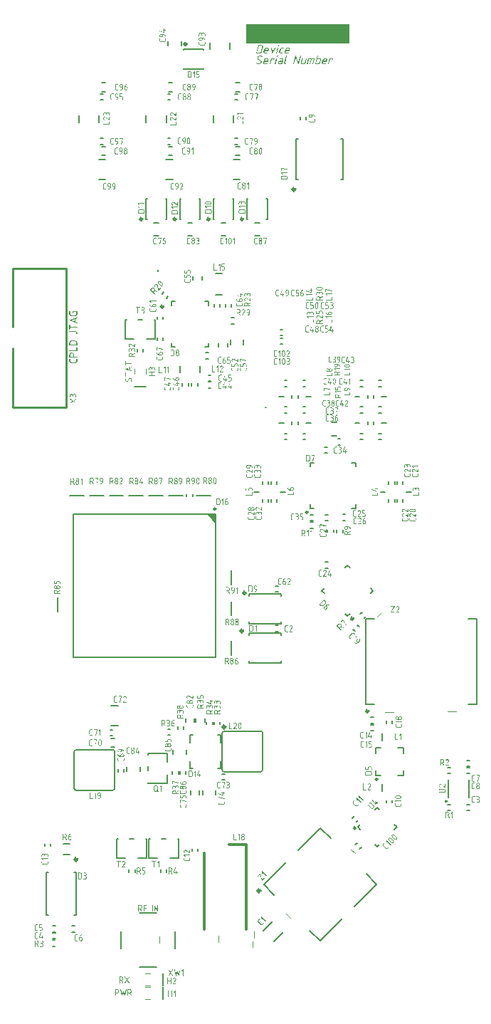
<source format=gto>
G04*
G04 #@! TF.GenerationSoftware,Altium Limited,Altium Designer,21.7.2 (23)*
G04*
G04 Layer_Color=65535*
%FSLAX43Y43*%
%MOMM*%
G71*
G04*
G04 #@! TF.SameCoordinates,8EE3E7A9-439F-4166-B7BB-5AAA8F906105*
G04*
G04*
G04 #@! TF.FilePolarity,Positive*
G04*
G01*
G75*
%ADD10C,0.350*%
%ADD11C,0.250*%
%ADD12C,0.150*%
%ADD13C,0.200*%
%ADD14C,0.100*%
%ADD15C,0.178*%
%ADD16C,0.254*%
%ADD17C,0.300*%
G36*
X75000Y114000D02*
X74000Y115000D01*
X75000D01*
Y114000D01*
D02*
G37*
G36*
X90875Y171000D02*
X78625D01*
Y173250D01*
X90875D01*
Y171000D01*
D02*
G37*
G36*
X82479Y170812D02*
X82489Y170808D01*
X82498Y170801D01*
X82507Y170792D01*
X82513Y170779D01*
X82515Y170762D01*
Y170760D01*
Y170756D01*
X82511Y170747D01*
X82498Y170695D01*
Y170693D01*
X82496Y170690D01*
X82487Y170677D01*
X82481Y170669D01*
X82472Y170662D01*
X82461Y170658D01*
X82448Y170656D01*
X82440D01*
X82431Y170660D01*
X82422Y170664D01*
X82413Y170669D01*
X82403Y170679D01*
X82398Y170692D01*
X82396Y170708D01*
Y170710D01*
Y170714D01*
X82398Y170723D01*
X82413Y170775D01*
Y170777D01*
X82415Y170781D01*
X82418Y170788D01*
X82422Y170795D01*
X82429Y170801D01*
X82439Y170808D01*
X82450Y170812D01*
X82463Y170814D01*
X82470D01*
X82479Y170812D01*
D02*
G37*
G36*
X82066Y170497D02*
X82076Y170492D01*
X82085Y170486D01*
X82094Y170477D01*
X82100Y170464D01*
X82102Y170445D01*
Y170443D01*
Y170436D01*
X82098Y170427D01*
X82094Y170418D01*
X81715Y169797D01*
X81713Y169795D01*
X81711Y169792D01*
X81700Y169781D01*
X81683Y169768D01*
X81674Y169764D01*
X81663Y169762D01*
X81655D01*
X81648Y169764D01*
X81639Y169768D01*
X81629Y169773D01*
X81622Y169782D01*
X81615Y169794D01*
X81613Y169810D01*
X81563Y170447D01*
Y170449D01*
Y170451D01*
X81565Y170460D01*
X81568Y170471D01*
X81578Y170482D01*
X81579Y170484D01*
X81589Y170492D01*
X81600Y170497D01*
X81615Y170499D01*
X81622D01*
X81631Y170497D01*
X81641Y170493D01*
X81650Y170486D01*
X81659Y170479D01*
X81665Y170466D01*
X81668Y170449D01*
X81705Y169979D01*
X82005Y170471D01*
Y170473D01*
X82009Y170475D01*
X82016Y170486D01*
X82031Y170495D01*
X82039Y170497D01*
X82050Y170499D01*
X82057D01*
X82066Y170497D01*
D02*
G37*
G36*
X83613D02*
X83626Y170495D01*
X83638Y170492D01*
X83668Y170482D01*
X83683Y170477D01*
X83700Y170468D01*
X83716Y170458D01*
X83731Y170445D01*
X83746Y170431D01*
X83761Y170414D01*
X83772Y170394D01*
X83783Y170371D01*
Y170369D01*
X83785Y170364D01*
X83788Y170356D01*
X83792Y170347D01*
X83794Y170334D01*
X83798Y170321D01*
X83800Y170292D01*
Y170290D01*
Y170286D01*
Y170281D01*
Y170273D01*
X83796Y170255D01*
X83792Y170234D01*
X83750Y170079D01*
X83313D01*
X83285Y169971D01*
Y169968D01*
X83283Y169958D01*
X83281Y169947D01*
Y169934D01*
Y169931D01*
X83283Y169923D01*
X83285Y169914D01*
X83292Y169901D01*
X83301Y169888D01*
X83316Y169879D01*
X83339Y169871D01*
X83351Y169868D01*
X83633D01*
X83640Y169866D01*
X83651Y169860D01*
X83661Y169855D01*
X83670Y169845D01*
X83676Y169832D01*
X83677Y169814D01*
Y169812D01*
Y169807D01*
X83676Y169797D01*
X83670Y169788D01*
X83664Y169779D01*
X83655Y169770D01*
X83642Y169764D01*
X83624Y169762D01*
X83327D01*
X83314Y169764D01*
X83298Y169768D01*
X83279Y169773D01*
X83259Y169782D01*
X83239Y169794D01*
X83220Y169810D01*
X83218Y169812D01*
X83213Y169819D01*
X83205Y169831D01*
X83196Y169844D01*
X83187Y169862D01*
X83179Y169881D01*
X83174Y169905D01*
X83172Y169929D01*
Y169931D01*
Y169932D01*
Y169942D01*
X83174Y169957D01*
X83177Y169971D01*
X83246Y170234D01*
Y170236D01*
X83248Y170240D01*
X83250Y170247D01*
X83253Y170258D01*
X83257Y170269D01*
X83263Y170282D01*
X83276Y170314D01*
X83292Y170347D01*
X83313Y170381D01*
X83337Y170412D01*
X83350Y170425D01*
X83364Y170438D01*
X83366D01*
X83368Y170440D01*
X83379Y170447D01*
X83398Y170456D01*
X83422Y170469D01*
X83455Y170481D01*
X83494Y170490D01*
X83538Y170497D01*
X83590Y170499D01*
X83603D01*
X83613Y170497D01*
D02*
G37*
G36*
X83048D02*
X83059Y170492D01*
X83068Y170486D01*
X83077Y170477D01*
X83083Y170464D01*
X83085Y170445D01*
Y170443D01*
Y170438D01*
X83083Y170429D01*
X83077Y170419D01*
X83072Y170410D01*
X83063Y170401D01*
X83050Y170395D01*
X83031Y170394D01*
X82842D01*
X82835Y170392D01*
X82816Y170388D01*
X82794Y170381D01*
X82770Y170368D01*
X82759Y170360D01*
X82748Y170349D01*
X82739Y170336D01*
X82729Y170323D01*
X82720Y170306D01*
X82715Y170288D01*
X82631Y169971D01*
Y169968D01*
X82629Y169958D01*
X82627Y169947D01*
Y169938D01*
Y169934D01*
X82629Y169927D01*
X82631Y169916D01*
X82639Y169903D01*
X82648Y169890D01*
X82663Y169879D01*
X82685Y169871D01*
X82698Y169868D01*
X82870D01*
X82879Y169866D01*
X82889Y169860D01*
X82898Y169855D01*
X82907Y169845D01*
X82913Y169832D01*
X82914Y169814D01*
Y169812D01*
Y169807D01*
X82913Y169797D01*
X82909Y169788D01*
X82902Y169779D01*
X82892Y169770D01*
X82879Y169764D01*
X82863Y169762D01*
X82674D01*
X82661Y169764D01*
X82644Y169768D01*
X82626Y169773D01*
X82605Y169782D01*
X82585Y169794D01*
X82566Y169810D01*
X82565Y169812D01*
X82559Y169819D01*
X82552Y169831D01*
X82542Y169844D01*
X82533Y169862D01*
X82526Y169881D01*
X82520Y169905D01*
X82518Y169929D01*
Y169931D01*
Y169932D01*
Y169942D01*
X82520Y169957D01*
X82524Y169971D01*
X82607Y170288D01*
Y170290D01*
X82609Y170294D01*
X82611Y170301D01*
X82615Y170312D01*
X82620Y170323D01*
X82626Y170336D01*
X82640Y170366D01*
X82659Y170399D01*
X82683Y170429D01*
X82715Y170456D01*
X82731Y170468D01*
X82750Y170477D01*
X82752Y170479D01*
X82759Y170481D01*
X82770Y170484D01*
X82787Y170488D01*
X82805Y170492D01*
X82827Y170495D01*
X82853Y170499D01*
X83040D01*
X83048Y170497D01*
D02*
G37*
G36*
X82390D02*
X82402Y170492D01*
X82413Y170482D01*
X82415Y170481D01*
X82422Y170473D01*
X82427Y170460D01*
X82429Y170445D01*
Y170443D01*
Y170440D01*
X82427Y170431D01*
X82259Y169801D01*
Y169799D01*
X82257Y169795D01*
X82253Y169788D01*
X82248Y169782D01*
X82242Y169775D01*
X82233Y169768D01*
X82222Y169764D01*
X82207Y169762D01*
X82203D01*
X82194Y169764D01*
X82183Y169768D01*
X82170Y169777D01*
X82168Y169779D01*
X82163Y169786D01*
X82157Y169797D01*
X82155Y169812D01*
Y169814D01*
Y169818D01*
X82159Y169827D01*
X82328Y170458D01*
Y170460D01*
X82329Y170464D01*
X82333Y170471D01*
X82339Y170479D01*
X82344Y170486D01*
X82353Y170493D01*
X82365Y170497D01*
X82378Y170499D01*
X82381D01*
X82390Y170497D01*
D02*
G37*
G36*
X81105D02*
X81118Y170495D01*
X81131Y170492D01*
X81161Y170482D01*
X81176Y170477D01*
X81192Y170468D01*
X81209Y170458D01*
X81224Y170445D01*
X81239Y170431D01*
X81254Y170414D01*
X81265Y170394D01*
X81276Y170371D01*
Y170369D01*
X81278Y170364D01*
X81281Y170356D01*
X81285Y170347D01*
X81287Y170334D01*
X81291Y170321D01*
X81292Y170292D01*
Y170290D01*
Y170286D01*
Y170281D01*
Y170273D01*
X81289Y170255D01*
X81285Y170234D01*
X81242Y170079D01*
X80805D01*
X80778Y169971D01*
Y169968D01*
X80776Y169958D01*
X80774Y169947D01*
Y169934D01*
Y169931D01*
X80776Y169923D01*
X80778Y169914D01*
X80785Y169901D01*
X80794Y169888D01*
X80809Y169879D01*
X80831Y169871D01*
X80844Y169868D01*
X81126D01*
X81133Y169866D01*
X81144Y169860D01*
X81154Y169855D01*
X81163Y169845D01*
X81168Y169832D01*
X81170Y169814D01*
Y169812D01*
Y169807D01*
X81168Y169797D01*
X81163Y169788D01*
X81157Y169779D01*
X81148Y169770D01*
X81135Y169764D01*
X81117Y169762D01*
X80820D01*
X80807Y169764D01*
X80791Y169768D01*
X80772Y169773D01*
X80752Y169782D01*
X80731Y169794D01*
X80713Y169810D01*
X80711Y169812D01*
X80705Y169819D01*
X80698Y169831D01*
X80689Y169844D01*
X80680Y169862D01*
X80672Y169881D01*
X80667Y169905D01*
X80665Y169929D01*
Y169931D01*
Y169932D01*
Y169942D01*
X80667Y169957D01*
X80670Y169971D01*
X80739Y170234D01*
Y170236D01*
X80741Y170240D01*
X80742Y170247D01*
X80746Y170258D01*
X80750Y170269D01*
X80755Y170282D01*
X80768Y170314D01*
X80785Y170347D01*
X80805Y170381D01*
X80830Y170412D01*
X80842Y170425D01*
X80857Y170438D01*
X80859D01*
X80861Y170440D01*
X80872Y170447D01*
X80891Y170456D01*
X80915Y170469D01*
X80948Y170481D01*
X80987Y170490D01*
X81031Y170497D01*
X81083Y170499D01*
X81096D01*
X81105Y170497D01*
D02*
G37*
G36*
X80418Y170812D02*
X80435Y170810D01*
X80454Y170805D01*
X80476Y170797D01*
X80502Y170784D01*
X80526Y170768D01*
X80550Y170743D01*
X80552Y170740D01*
X80559Y170732D01*
X80570Y170718D01*
X80581Y170699D01*
X80593Y170677D01*
X80604Y170651D01*
X80611Y170621D01*
X80613Y170592D01*
Y170588D01*
Y170579D01*
X80611Y170566D01*
X80607Y170551D01*
X80467Y170025D01*
Y170021D01*
X80463Y170014D01*
X80457Y170001D01*
X80452Y169984D01*
X80441Y169964D01*
X80430Y169942D01*
X80415Y169918D01*
X80396Y169894D01*
X80376Y169869D01*
X80350Y169845D01*
X80322Y169823D01*
X80291Y169803D01*
X80256Y169786D01*
X80215Y169773D01*
X80170Y169766D01*
X80122Y169762D01*
X79791D01*
X79781Y169764D01*
X79770Y169768D01*
X79759Y169777D01*
X79757Y169779D01*
X79756Y169788D01*
X79754Y169799D01*
X79756Y169814D01*
X80009Y170762D01*
Y170764D01*
X80013Y170769D01*
X80017Y170779D01*
X80022Y170788D01*
X80031Y170797D01*
X80044Y170806D01*
X80059Y170812D01*
X80078Y170814D01*
X80409D01*
X80418Y170812D01*
D02*
G37*
G36*
X82335Y169550D02*
X82344Y169546D01*
X82353Y169539D01*
X82363Y169530D01*
X82368Y169517D01*
X82370Y169500D01*
Y169498D01*
Y169494D01*
X82366Y169485D01*
X82353Y169433D01*
Y169431D01*
X82352Y169428D01*
X82342Y169415D01*
X82337Y169407D01*
X82328Y169400D01*
X82316Y169396D01*
X82303Y169394D01*
X82296D01*
X82287Y169398D01*
X82278Y169402D01*
X82268Y169407D01*
X82259Y169417D01*
X82253Y169430D01*
X82252Y169446D01*
Y169448D01*
Y169452D01*
X82253Y169461D01*
X82268Y169513D01*
Y169515D01*
X82270Y169518D01*
X82274Y169526D01*
X82278Y169533D01*
X82285Y169539D01*
X82294Y169546D01*
X82305Y169550D01*
X82318Y169552D01*
X82326D01*
X82335Y169550D01*
D02*
G37*
G36*
X80296D02*
X80322Y169548D01*
X80352Y169544D01*
X80385Y169541D01*
X80418Y169533D01*
X80452Y169524D01*
X80454D01*
X80459Y169522D01*
X80467Y169518D01*
X80478Y169515D01*
X80502Y169505D01*
X80528Y169492D01*
X80530D01*
X80531Y169491D01*
X80543Y169481D01*
X80552Y169467D01*
X80554Y169457D01*
X80555Y169446D01*
Y169443D01*
X80554Y169433D01*
X80550Y169422D01*
X80541Y169409D01*
X80539Y169407D01*
X80531Y169402D01*
X80518Y169396D01*
X80504Y169394D01*
X80496D01*
X80489Y169396D01*
X80480Y169400D01*
X80478D01*
X80476Y169402D01*
X80470Y169404D01*
X80461Y169407D01*
X80452Y169411D01*
X80441Y169415D01*
X80428Y169418D01*
X80411Y169424D01*
X80376Y169431D01*
X80333Y169439D01*
X80285Y169444D01*
X80231Y169446D01*
X80220D01*
X80213Y169444D01*
X80193Y169441D01*
X80167Y169433D01*
X80137Y169422D01*
X80107Y169404D01*
X80093Y169393D01*
X80078Y169378D01*
X80063Y169363D01*
X80050Y169344D01*
X80048Y169343D01*
X80044Y169337D01*
X80041Y169326D01*
X80035Y169315D01*
X80028Y169298D01*
X80024Y169280D01*
X80020Y169261D01*
X80018Y169239D01*
Y169235D01*
X80020Y169228D01*
X80022Y169217D01*
X80026Y169202D01*
X80033Y169187D01*
X80043Y169170D01*
X80057Y169155D01*
X80076Y169143D01*
X80341Y168991D01*
X80343D01*
X80344Y168989D01*
X80355Y168981D01*
X80370Y168968D01*
X80389Y168950D01*
X80407Y168926D01*
X80422Y168896D01*
X80433Y168861D01*
X80435Y168841D01*
X80437Y168820D01*
Y168818D01*
Y168817D01*
Y168811D01*
X80435Y168804D01*
X80433Y168783D01*
X80428Y168757D01*
X80418Y168728D01*
X80405Y168694D01*
X80387Y168659D01*
X80363Y168622D01*
X80361Y168620D01*
X80359Y168617D01*
X80354Y168611D01*
X80346Y168604D01*
X80337Y168594D01*
X80324Y168583D01*
X80311Y168572D01*
X80294Y168561D01*
X80276Y168550D01*
X80256Y168539D01*
X80233Y168528D01*
X80209Y168519D01*
X80181Y168511D01*
X80152Y168506D01*
X80120Y168502D01*
X80087Y168500D01*
X80067D01*
X80057Y168502D01*
X80044D01*
X80017Y168506D01*
X79983Y168511D01*
X79948Y168520D01*
X79911Y168531D01*
X79874Y168548D01*
X79872Y168550D01*
X79865Y168554D01*
X79856Y168559D01*
X79843Y168567D01*
X79828Y168576D01*
X79809Y168589D01*
X79769Y168617D01*
X79765Y168620D01*
X79759Y168628D01*
X79754Y168641D01*
X79750Y168657D01*
Y168659D01*
Y168661D01*
X79752Y168670D01*
X79756Y168681D01*
X79765Y168693D01*
X79767Y168694D01*
X79776Y168702D01*
X79787Y168707D01*
X79802Y168709D01*
X79806D01*
X79813Y168707D01*
X79822Y168706D01*
X79833Y168700D01*
X79835Y168698D01*
X79839Y168696D01*
X79846Y168691D01*
X79857Y168685D01*
X79869Y168678D01*
X79883Y168670D01*
X79900Y168661D01*
X79919Y168654D01*
X79961Y168635D01*
X80009Y168620D01*
X80061Y168609D01*
X80087Y168607D01*
X80115Y168606D01*
X80126D01*
X80133Y168607D01*
X80154Y168611D01*
X80178Y168619D01*
X80206Y168630D01*
X80235Y168646D01*
X80250Y168657D01*
X80265Y168670D01*
X80280Y168685D01*
X80293Y168702D01*
X80294Y168704D01*
X80298Y168711D01*
X80304Y168720D01*
X80311Y168735D01*
X80318Y168752D01*
X80324Y168772D01*
X80328Y168794D01*
X80330Y168818D01*
Y168820D01*
Y168828D01*
X80326Y168839D01*
X80322Y168854D01*
X80315Y168868D01*
X80304Y168883D01*
X80289Y168900D01*
X80268Y168913D01*
X80004Y169065D01*
X80002Y169067D01*
X79996Y169068D01*
X79989Y169076D01*
X79980Y169083D01*
X79968Y169094D01*
X79957Y169105D01*
X79946Y169122D01*
X79935Y169139D01*
X79933Y169141D01*
X79931Y169148D01*
X79928Y169157D01*
X79924Y169170D01*
X79919Y169185D01*
X79915Y169202D01*
X79913Y169220D01*
X79911Y169239D01*
Y169241D01*
Y169244D01*
Y169250D01*
X79913Y169257D01*
X79915Y169278D01*
X79922Y169305D01*
X79931Y169337D01*
X79946Y169372D01*
X79968Y169407D01*
X79981Y169426D01*
X79996Y169444D01*
X79998Y169446D01*
X80000Y169450D01*
X80007Y169454D01*
X80015Y169461D01*
X80024Y169468D01*
X80035Y169478D01*
X80050Y169489D01*
X80067Y169498D01*
X80083Y169507D01*
X80104Y169518D01*
X80148Y169535D01*
X80174Y169542D01*
X80200Y169548D01*
X80230Y169550D01*
X80259Y169552D01*
X80278D01*
X80296Y169550D01*
D02*
G37*
G36*
X88899Y169235D02*
X88908Y169230D01*
X88918Y169224D01*
X88927Y169215D01*
X88932Y169202D01*
X88934Y169183D01*
Y169181D01*
Y169180D01*
X88932Y169170D01*
X88905Y169065D01*
Y169063D01*
X88903Y169059D01*
X88895Y169046D01*
X88888Y169039D01*
X88881Y169031D01*
X88869Y169028D01*
X88856Y169026D01*
X88853D01*
X88843Y169028D01*
X88832Y169031D01*
X88818Y169041D01*
X88816Y169043D01*
X88810Y169050D01*
X88803Y169061D01*
X88801Y169076D01*
Y169078D01*
Y169081D01*
X88805Y169093D01*
X88816Y169131D01*
X88595D01*
X88436Y168539D01*
Y168537D01*
X88434Y168533D01*
X88425Y168520D01*
X88419Y168513D01*
X88410Y168506D01*
X88399Y168502D01*
X88386Y168500D01*
X88382D01*
X88373Y168502D01*
X88362Y168506D01*
X88349Y168515D01*
X88347Y168517D01*
X88342Y168524D01*
X88336Y168535D01*
X88334Y168550D01*
Y168552D01*
Y168556D01*
X88336Y168567D01*
X88505Y169196D01*
Y169198D01*
X88507Y169202D01*
X88510Y169209D01*
X88516Y169217D01*
X88523Y169224D01*
X88531Y169231D01*
X88544Y169235D01*
X88557Y169237D01*
X88890D01*
X88899Y169235D01*
D02*
G37*
G36*
X81922Y169235D02*
X81931Y169230D01*
X81941Y169224D01*
X81950Y169215D01*
X81955Y169202D01*
X81957Y169183D01*
Y169181D01*
Y169180D01*
X81955Y169170D01*
X81928Y169065D01*
Y169063D01*
X81926Y169059D01*
X81918Y169046D01*
X81911Y169039D01*
X81903Y169031D01*
X81892Y169028D01*
X81879Y169026D01*
X81876D01*
X81866Y169028D01*
X81855Y169031D01*
X81841Y169041D01*
X81839Y169043D01*
X81833Y169050D01*
X81826Y169061D01*
X81824Y169076D01*
Y169078D01*
Y169081D01*
X81828Y169093D01*
X81839Y169131D01*
X81618D01*
X81459Y168539D01*
Y168537D01*
X81457Y168533D01*
X81448Y168520D01*
X81442Y168513D01*
X81433Y168506D01*
X81422Y168502D01*
X81409Y168500D01*
X81405D01*
X81396Y168502D01*
X81385Y168506D01*
X81372Y168515D01*
X81370Y168517D01*
X81365Y168524D01*
X81359Y168535D01*
X81357Y168550D01*
Y168552D01*
Y168556D01*
X81359Y168567D01*
X81528Y169196D01*
Y169198D01*
X81529Y169202D01*
X81533Y169209D01*
X81539Y169217D01*
X81546Y169224D01*
X81554Y169231D01*
X81566Y169235D01*
X81579Y169237D01*
X81913D01*
X81922Y169235D01*
D02*
G37*
G36*
X85061Y169550D02*
X85070Y169546D01*
X85079Y169539D01*
X85088Y169530D01*
X85094Y169517D01*
X85096Y169500D01*
Y169498D01*
Y169494D01*
X85094Y169485D01*
X84840Y168539D01*
Y168537D01*
X84838Y168533D01*
X84829Y168520D01*
X84824Y168513D01*
X84814Y168506D01*
X84803Y168502D01*
X84790Y168500D01*
X84785D01*
X84777Y168502D01*
X84770Y168506D01*
X84761Y168509D01*
X84753Y168515D01*
X84746Y168524D01*
X84740Y168537D01*
X84501Y169313D01*
X84294Y168539D01*
Y168537D01*
X84292Y168533D01*
X84283Y168520D01*
X84277Y168513D01*
X84268Y168506D01*
X84257Y168502D01*
X84244Y168500D01*
X84240D01*
X84231Y168502D01*
X84220Y168506D01*
X84207Y168515D01*
X84205Y168517D01*
X84200Y168524D01*
X84194Y168535D01*
X84192Y168550D01*
Y168552D01*
Y168556D01*
X84194Y168567D01*
X84448Y169513D01*
Y169515D01*
X84450Y169518D01*
X84459Y169533D01*
X84464Y169539D01*
X84474Y169546D01*
X84485Y169550D01*
X84498Y169552D01*
X84503D01*
X84511Y169550D01*
X84518Y169548D01*
X84527Y169542D01*
X84535Y169537D01*
X84542Y169528D01*
X84548Y169515D01*
X84787Y168739D01*
X84994Y169513D01*
Y169515D01*
X84996Y169518D01*
X85005Y169533D01*
X85011Y169539D01*
X85020Y169546D01*
X85031Y169550D01*
X85044Y169552D01*
X85051D01*
X85061Y169550D01*
D02*
G37*
G36*
X85738Y169235D02*
X85748Y169231D01*
X85757Y169224D01*
X85766Y169215D01*
X85772Y169202D01*
X85773Y169185D01*
Y169183D01*
Y169180D01*
Y169174D01*
X85772Y169168D01*
X85605Y168552D01*
Y168550D01*
X85601Y168544D01*
X85598Y168535D01*
X85592Y168526D01*
X85583Y168517D01*
X85570Y168507D01*
X85555Y168502D01*
X85536Y168500D01*
X85255D01*
X85242Y168502D01*
X85225Y168506D01*
X85207Y168511D01*
X85186Y168520D01*
X85166Y168531D01*
X85148Y168548D01*
X85146Y168550D01*
X85140Y168557D01*
X85133Y168569D01*
X85124Y168581D01*
X85114Y168600D01*
X85107Y168619D01*
X85101Y168643D01*
X85099Y168667D01*
Y168669D01*
Y168670D01*
Y168680D01*
X85101Y168694D01*
X85105Y168709D01*
X85235Y169196D01*
Y169198D01*
X85236Y169202D01*
X85240Y169209D01*
X85244Y169217D01*
X85251Y169224D01*
X85261Y169231D01*
X85272Y169235D01*
X85285Y169237D01*
X85294D01*
X85301Y169235D01*
X85312Y169231D01*
X85322Y169224D01*
X85331Y169215D01*
X85336Y169202D01*
X85338Y169185D01*
Y169183D01*
Y169180D01*
X85335Y169170D01*
X85212Y168709D01*
Y168706D01*
X85211Y168696D01*
X85209Y168685D01*
Y168672D01*
Y168669D01*
X85211Y168661D01*
X85212Y168652D01*
X85220Y168639D01*
X85229Y168626D01*
X85244Y168617D01*
X85266Y168609D01*
X85279Y168606D01*
X85512D01*
X85672Y169196D01*
Y169198D01*
X85673Y169202D01*
X85677Y169209D01*
X85683Y169217D01*
X85688Y169224D01*
X85698Y169231D01*
X85709Y169235D01*
X85722Y169237D01*
X85729D01*
X85738Y169235D01*
D02*
G37*
G36*
X88047Y169235D02*
X88060Y169233D01*
X88073Y169230D01*
X88103Y169220D01*
X88118Y169215D01*
X88134Y169205D01*
X88151Y169196D01*
X88166Y169183D01*
X88181Y169168D01*
X88195Y169152D01*
X88207Y169131D01*
X88218Y169109D01*
Y169107D01*
X88219Y169102D01*
X88223Y169094D01*
X88227Y169085D01*
X88229Y169072D01*
X88232Y169059D01*
X88234Y169030D01*
Y169028D01*
Y169024D01*
Y169018D01*
Y169011D01*
X88231Y168993D01*
X88227Y168972D01*
X88184Y168817D01*
X87747D01*
X87720Y168709D01*
Y168706D01*
X87718Y168696D01*
X87716Y168685D01*
Y168672D01*
Y168669D01*
X87718Y168661D01*
X87720Y168652D01*
X87727Y168639D01*
X87736Y168626D01*
X87751Y168617D01*
X87773Y168609D01*
X87786Y168606D01*
X88068D01*
X88075Y168604D01*
X88086Y168598D01*
X88095Y168593D01*
X88105Y168583D01*
X88110Y168570D01*
X88112Y168552D01*
Y168550D01*
Y168544D01*
X88110Y168535D01*
X88105Y168526D01*
X88099Y168517D01*
X88090Y168507D01*
X88077Y168502D01*
X88058Y168500D01*
X87762D01*
X87749Y168502D01*
X87733Y168506D01*
X87714Y168511D01*
X87694Y168520D01*
X87673Y168531D01*
X87655Y168548D01*
X87653Y168550D01*
X87647Y168557D01*
X87640Y168569D01*
X87631Y168581D01*
X87621Y168600D01*
X87614Y168619D01*
X87608Y168643D01*
X87607Y168667D01*
Y168669D01*
Y168670D01*
Y168680D01*
X87608Y168694D01*
X87612Y168709D01*
X87681Y168972D01*
Y168974D01*
X87683Y168978D01*
X87684Y168985D01*
X87688Y168996D01*
X87692Y169007D01*
X87697Y169020D01*
X87710Y169052D01*
X87727Y169085D01*
X87747Y169118D01*
X87771Y169150D01*
X87784Y169163D01*
X87799Y169176D01*
X87801D01*
X87803Y169178D01*
X87814Y169185D01*
X87832Y169194D01*
X87857Y169207D01*
X87890Y169218D01*
X87929Y169228D01*
X87973Y169235D01*
X88025Y169237D01*
X88038D01*
X88047Y169235D01*
D02*
G37*
G36*
X87131Y169550D02*
X87140Y169546D01*
X87149Y169539D01*
X87158Y169530D01*
X87164Y169517D01*
X87166Y169500D01*
Y169498D01*
Y169494D01*
X87164Y169485D01*
X87097Y169237D01*
X87327D01*
X87340Y169235D01*
X87357Y169231D01*
X87375Y169224D01*
X87396Y169217D01*
X87416Y169204D01*
X87434Y169187D01*
X87436Y169185D01*
X87442Y169178D01*
X87451Y169168D01*
X87460Y169154D01*
X87468Y169137D01*
X87477Y169117D01*
X87483Y169094D01*
X87484Y169068D01*
Y169067D01*
Y169065D01*
Y169055D01*
X87481Y169041D01*
X87477Y169026D01*
X87392Y168709D01*
Y168707D01*
X87390Y168704D01*
X87388Y168698D01*
X87386Y168691D01*
X87379Y168670D01*
X87368Y168646D01*
X87355Y168619D01*
X87338Y168593D01*
X87320Y168567D01*
X87297Y168546D01*
X87294Y168544D01*
X87286Y168539D01*
X87271Y168531D01*
X87251Y168524D01*
X87225Y168515D01*
X87196Y168507D01*
X87158Y168502D01*
X87118Y168500D01*
X86857Y168500D01*
X86847Y168502D01*
X86836Y168506D01*
X86823Y168515D01*
X86821Y168519D01*
X86816Y168526D01*
X86810Y168537D01*
X86809Y168552D01*
Y168554D01*
Y168556D01*
Y168565D01*
X87064Y169513D01*
Y169515D01*
X87066Y169518D01*
X87070Y169526D01*
X87073Y169533D01*
X87081Y169539D01*
X87090Y169546D01*
X87101Y169550D01*
X87114Y169552D01*
X87121D01*
X87131Y169550D01*
D02*
G37*
G36*
X86579Y169235D02*
X86596Y169231D01*
X86614Y169224D01*
X86634Y169217D01*
X86655Y169204D01*
X86673Y169187D01*
X86675Y169185D01*
X86681Y169178D01*
X86688Y169168D01*
X86697Y169154D01*
X86707Y169137D01*
X86714Y169117D01*
X86720Y169094D01*
X86721Y169068D01*
Y169067D01*
Y169065D01*
Y169055D01*
X86718Y169041D01*
X86714Y169026D01*
X86584Y168539D01*
Y168537D01*
X86583Y168533D01*
X86573Y168520D01*
X86568Y168513D01*
X86559Y168506D01*
X86547Y168502D01*
X86534Y168500D01*
X86531D01*
X86522Y168502D01*
X86509Y168506D01*
X86496Y168515D01*
X86494Y168517D01*
X86488Y168524D01*
X86483Y168535D01*
X86481Y168550D01*
Y168552D01*
Y168556D01*
X86484Y168565D01*
X86607Y169024D01*
Y169026D01*
X86609Y169028D01*
X86610Y169037D01*
X86612Y169050D01*
Y169065D01*
Y169068D01*
X86610Y169076D01*
X86609Y169085D01*
X86601Y169098D01*
X86592Y169111D01*
X86575Y169120D01*
X86555Y169128D01*
X86540Y169131D01*
X86416D01*
X86257Y168539D01*
Y168537D01*
X86255Y168533D01*
X86246Y168520D01*
X86240Y168513D01*
X86231Y168506D01*
X86220Y168502D01*
X86207Y168500D01*
X86203D01*
X86194Y168502D01*
X86183Y168506D01*
X86170Y168515D01*
X86168Y168517D01*
X86162Y168524D01*
X86155Y168535D01*
X86153Y168550D01*
Y168552D01*
Y168556D01*
X86157Y168565D01*
X86309Y169131D01*
X86088D01*
X85929Y168539D01*
Y168537D01*
X85927Y168533D01*
X85918Y168520D01*
X85912Y168513D01*
X85903Y168506D01*
X85892Y168502D01*
X85879Y168500D01*
X85875D01*
X85866Y168502D01*
X85855Y168506D01*
X85842Y168515D01*
X85840Y168517D01*
X85835Y168524D01*
X85829Y168535D01*
X85827Y168550D01*
Y168552D01*
Y168556D01*
X85829Y168567D01*
X85997Y169196D01*
Y169198D01*
X85999Y169202D01*
X86003Y169209D01*
X86009Y169217D01*
X86016Y169224D01*
X86023Y169231D01*
X86036Y169235D01*
X86049Y169237D01*
X86566D01*
X86579Y169235D01*
D02*
G37*
G36*
X83426Y169550D02*
X83435Y169546D01*
X83444Y169539D01*
X83453Y169530D01*
X83459Y169517D01*
X83461Y169500D01*
Y169498D01*
Y169494D01*
X83457Y169485D01*
X83235Y168657D01*
Y168656D01*
Y168650D01*
X83233Y168643D01*
Y168633D01*
Y168631D01*
Y168630D01*
X83237Y168620D01*
X83240Y168615D01*
X83246Y168609D01*
X83253Y168607D01*
X83263Y168606D01*
X83272D01*
X83279Y168604D01*
X83290Y168598D01*
X83300Y168593D01*
X83309Y168583D01*
X83314Y168570D01*
X83316Y168552D01*
Y168550D01*
Y168544D01*
X83314Y168535D01*
X83309Y168526D01*
X83303Y168517D01*
X83294Y168507D01*
X83281Y168502D01*
X83263Y168500D01*
X83253D01*
X83242Y168502D01*
X83229Y168504D01*
X83214Y168509D01*
X83198Y168515D01*
X83181Y168524D01*
X83164Y168535D01*
X83163Y168537D01*
X83159Y168543D01*
X83151Y168550D01*
X83144Y168561D01*
X83137Y168574D01*
X83129Y168589D01*
X83126Y168607D01*
X83124Y168626D01*
Y168628D01*
Y168635D01*
X83126Y168646D01*
X83127Y168657D01*
X83357Y169513D01*
Y169515D01*
X83359Y169518D01*
X83363Y169526D01*
X83368Y169533D01*
X83376Y169539D01*
X83383Y169546D01*
X83396Y169550D01*
X83409Y169552D01*
X83416D01*
X83426Y169550D01*
D02*
G37*
G36*
X82872Y169235D02*
X82889Y169231D01*
X82907Y169224D01*
X82927Y169217D01*
X82948Y169204D01*
X82966Y169187D01*
X82968Y169185D01*
X82974Y169178D01*
X82981Y169168D01*
X82990Y169154D01*
X83000Y169137D01*
X83007Y169117D01*
X83013Y169094D01*
X83014Y169068D01*
Y169067D01*
Y169065D01*
Y169055D01*
X83013Y169041D01*
X83009Y169026D01*
X82877Y168539D01*
Y168537D01*
X82876Y168533D01*
X82866Y168520D01*
X82861Y168513D01*
X82852Y168506D01*
X82840Y168502D01*
X82827Y168500D01*
X82529D01*
X82516Y168502D01*
X82500Y168506D01*
X82481Y168511D01*
X82463Y168520D01*
X82442Y168531D01*
X82424Y168548D01*
X82422Y168550D01*
X82416Y168557D01*
X82409Y168569D01*
X82400Y168581D01*
X82390Y168600D01*
X82383Y168619D01*
X82378Y168643D01*
X82376Y168667D01*
Y168669D01*
Y168672D01*
Y168678D01*
X82378Y168687D01*
X82379Y168709D01*
X82385Y168737D01*
X82396Y168767D01*
X82409Y168798D01*
X82429Y168830D01*
X82440Y168844D01*
X82455Y168857D01*
X82459Y168861D01*
X82468Y168868D01*
X82485Y168878D01*
X82509Y168891D01*
X82537Y168902D01*
X82570Y168913D01*
X82611Y168920D01*
X82655Y168922D01*
X82874D01*
X82902Y169026D01*
Y169028D01*
Y169030D01*
X82903Y169039D01*
X82905Y169050D01*
Y169063D01*
Y169067D01*
X82903Y169074D01*
X82902Y169085D01*
X82894Y169098D01*
X82885Y169109D01*
X82868Y169120D01*
X82848Y169128D01*
X82833Y169131D01*
X82607D01*
X82598Y169135D01*
X82589Y169139D01*
X82579Y169144D01*
X82570Y169154D01*
X82565Y169167D01*
X82563Y169183D01*
Y169185D01*
Y169193D01*
X82566Y169200D01*
X82570Y169211D01*
X82576Y169220D01*
X82585Y169230D01*
X82598Y169235D01*
X82615Y169237D01*
X82859D01*
X82872Y169235D01*
D02*
G37*
G36*
X82246D02*
X82257Y169230D01*
X82268Y169220D01*
X82270Y169218D01*
X82278Y169211D01*
X82283Y169198D01*
X82285Y169183D01*
Y169181D01*
Y169178D01*
X82283Y169168D01*
X82115Y168539D01*
Y168537D01*
X82113Y168533D01*
X82109Y168526D01*
X82103Y168520D01*
X82098Y168513D01*
X82089Y168506D01*
X82078Y168502D01*
X82063Y168500D01*
X82059D01*
X82050Y168502D01*
X82039Y168506D01*
X82026Y168515D01*
X82024Y168517D01*
X82018Y168524D01*
X82013Y168535D01*
X82011Y168550D01*
Y168552D01*
Y168556D01*
X82015Y168565D01*
X82183Y169196D01*
Y169198D01*
X82185Y169202D01*
X82189Y169209D01*
X82194Y169217D01*
X82200Y169224D01*
X82209Y169231D01*
X82220Y169235D01*
X82233Y169237D01*
X82237D01*
X82246Y169235D01*
D02*
G37*
G36*
X81070D02*
X81083Y169233D01*
X81096Y169230D01*
X81126Y169220D01*
X81141Y169215D01*
X81157Y169205D01*
X81174Y169196D01*
X81189Y169183D01*
X81204Y169168D01*
X81218Y169152D01*
X81229Y169131D01*
X81241Y169109D01*
Y169107D01*
X81242Y169102D01*
X81246Y169094D01*
X81250Y169085D01*
X81252Y169072D01*
X81255Y169059D01*
X81257Y169030D01*
Y169028D01*
Y169024D01*
Y169018D01*
Y169011D01*
X81254Y168993D01*
X81250Y168972D01*
X81207Y168817D01*
X80770D01*
X80742Y168709D01*
Y168706D01*
X80741Y168696D01*
X80739Y168685D01*
Y168672D01*
Y168669D01*
X80741Y168661D01*
X80742Y168652D01*
X80750Y168639D01*
X80759Y168626D01*
X80774Y168617D01*
X80796Y168609D01*
X80809Y168606D01*
X81091D01*
X81098Y168604D01*
X81109Y168598D01*
X81118Y168593D01*
X81128Y168583D01*
X81133Y168570D01*
X81135Y168552D01*
Y168550D01*
Y168544D01*
X81133Y168535D01*
X81128Y168526D01*
X81122Y168517D01*
X81113Y168507D01*
X81100Y168502D01*
X81081Y168500D01*
X80785D01*
X80772Y168502D01*
X80755Y168506D01*
X80737Y168511D01*
X80717Y168520D01*
X80696Y168531D01*
X80678Y168548D01*
X80676Y168550D01*
X80670Y168557D01*
X80663Y168569D01*
X80654Y168581D01*
X80644Y168600D01*
X80637Y168619D01*
X80631Y168643D01*
X80630Y168667D01*
Y168669D01*
Y168670D01*
Y168680D01*
X80631Y168694D01*
X80635Y168709D01*
X80704Y168972D01*
Y168974D01*
X80705Y168978D01*
X80707Y168985D01*
X80711Y168996D01*
X80715Y169007D01*
X80720Y169020D01*
X80733Y169052D01*
X80750Y169085D01*
X80770Y169118D01*
X80794Y169150D01*
X80807Y169163D01*
X80822Y169176D01*
X80824D01*
X80826Y169178D01*
X80837Y169185D01*
X80855Y169194D01*
X80880Y169207D01*
X80913Y169218D01*
X80952Y169228D01*
X80996Y169235D01*
X81048Y169237D01*
X81061D01*
X81070Y169235D01*
D02*
G37*
G36*
X64265Y133194D02*
X64272Y133189D01*
X64279Y133185D01*
X64286Y133178D01*
X64290Y133169D01*
X64291Y133155D01*
Y132998D01*
X64961D01*
X64963D01*
X64967D01*
X64974Y132997D01*
X64981Y132993D01*
X64988Y132988D01*
X64994Y132981D01*
X64999Y132972D01*
X65000Y132958D01*
Y132952D01*
X64997Y132945D01*
X64994Y132938D01*
X64990Y132932D01*
X64983Y132925D01*
X64974Y132920D01*
X64961Y132919D01*
X64291D01*
Y132755D01*
X64289Y132748D01*
X64286Y132742D01*
X64282Y132735D01*
X64275Y132728D01*
X64265Y132723D01*
X64252Y132722D01*
X64251D01*
X64246D01*
X64240Y132725D01*
X64232Y132728D01*
X64225Y132732D01*
X64218Y132739D01*
X64214Y132748D01*
X64212Y132761D01*
Y133162D01*
X64214Y133167D01*
X64218Y133176D01*
X64222Y133183D01*
X64229Y133189D01*
X64239Y133194D01*
X64252Y133195D01*
X64254D01*
X64258D01*
X64265Y133194D01*
D02*
G37*
G36*
X64974Y132561D02*
X64981Y132558D01*
X64988Y132553D01*
X64994Y132546D01*
X64999Y132536D01*
X65000Y132524D01*
Y132520D01*
X64999Y132514D01*
X64997Y132509D01*
X64993Y132503D01*
X64989Y132496D01*
X64982Y132490D01*
X64974Y132486D01*
X64803Y132429D01*
Y132145D01*
X64974Y132088D01*
X64975D01*
X64978Y132087D01*
X64986Y132080D01*
X64992Y132074D01*
X64996Y132069D01*
X64999Y132061D01*
X65000Y132051D01*
Y132045D01*
X64997Y132038D01*
X64994Y132031D01*
X64990Y132025D01*
X64983Y132018D01*
X64974Y132013D01*
X64961Y132012D01*
X64960D01*
X64957D01*
X64949Y132013D01*
X64244Y132248D01*
X64243D01*
X64239Y132251D01*
X64234Y132253D01*
X64228Y132257D01*
X64222Y132262D01*
X64218Y132269D01*
X64214Y132277D01*
X64212Y132287D01*
Y132291D01*
X64214Y132296D01*
X64216Y132302D01*
X64219Y132309D01*
X64225Y132316D01*
X64233Y132321D01*
X64243Y132325D01*
X64949Y132561D01*
X64950D01*
X64953Y132563D01*
X64961D01*
X64963D01*
X64967D01*
X64974Y132561D01*
D02*
G37*
G36*
X64265Y131853D02*
X64272Y131848D01*
X64279Y131844D01*
X64286Y131837D01*
X64290Y131828D01*
X64291Y131814D01*
Y131657D01*
X64961D01*
X64963D01*
X64967D01*
X64974Y131656D01*
X64981Y131651D01*
X64988Y131647D01*
X64994Y131640D01*
X64999Y131631D01*
X65000Y131617D01*
Y131611D01*
X64997Y131604D01*
X64994Y131597D01*
X64990Y131590D01*
X64983Y131583D01*
X64974Y131579D01*
X64961Y131578D01*
X64291D01*
Y131414D01*
X64289Y131407D01*
X64286Y131400D01*
X64282Y131393D01*
X64275Y131387D01*
X64265Y131382D01*
X64252Y131381D01*
X64251D01*
X64246D01*
X64240Y131384D01*
X64232Y131387D01*
X64225Y131391D01*
X64218Y131398D01*
X64214Y131407D01*
X64212Y131420D01*
Y131821D01*
X64214Y131826D01*
X64218Y131835D01*
X64222Y131841D01*
X64229Y131848D01*
X64239Y131853D01*
X64252Y131854D01*
X64254D01*
X64258D01*
X64265Y131853D01*
D02*
G37*
G36*
X64817Y131222D02*
X64832Y131220D01*
X64852Y131216D01*
X64874Y131209D01*
X64896Y131198D01*
X64921Y131184D01*
X64943Y131165D01*
X64946Y131162D01*
X64951Y131155D01*
X64961Y131142D01*
X64971Y131126D01*
X64982Y131105D01*
X64992Y131081D01*
X64997Y131054D01*
X65000Y131025D01*
Y131011D01*
X64999Y131000D01*
X64997Y130987D01*
X64996Y130973D01*
X64993Y130957D01*
X64989Y130937D01*
X64979Y130897D01*
X64972Y130876D01*
X64964Y130854D01*
X64954Y130832D01*
X64942Y130810D01*
X64929Y130787D01*
X64914Y130767D01*
X64911Y130764D01*
X64906Y130758D01*
X64895Y130753D01*
X64889Y130751D01*
X64882Y130750D01*
X64881D01*
X64879D01*
X64872Y130751D01*
X64864Y130754D01*
X64856Y130761D01*
X64854Y130762D01*
X64849Y130769D01*
X64845Y130778D01*
X64843Y130789D01*
Y130790D01*
X64845Y130796D01*
X64846Y130803D01*
X64850Y130811D01*
X64852Y130812D01*
X64854Y130818D01*
X64859Y130826D01*
X64864Y130837D01*
X64872Y130853D01*
X64882Y130872D01*
X64892Y130894D01*
X64904Y130921D01*
Y130923D01*
X64907Y130929D01*
X64910Y130939D01*
X64913Y130951D01*
X64915Y130966D01*
X64918Y130984D01*
X64920Y131004D01*
X64921Y131025D01*
Y131033D01*
X64920Y131043D01*
X64917Y131054D01*
X64913Y131068D01*
X64907Y131081D01*
X64899Y131095D01*
X64888Y131109D01*
X64886Y131111D01*
X64881Y131115D01*
X64874Y131120D01*
X64864Y131127D01*
X64852Y131133D01*
X64838Y131138D01*
X64821Y131142D01*
X64803Y131144D01*
X64802D01*
X64800D01*
X64791Y131142D01*
X64778Y131141D01*
X64763Y131136D01*
X64746Y131127D01*
X64728Y131116D01*
X64712Y131099D01*
X64705Y131088D01*
X64698Y131077D01*
X64584Y130857D01*
Y130855D01*
X64581Y130853D01*
X64578Y130847D01*
X64574Y130840D01*
X64560Y130824D01*
X64552Y130814D01*
X64542Y130804D01*
X64530Y130793D01*
X64517Y130783D01*
X64504Y130775D01*
X64487Y130767D01*
X64470Y130760D01*
X64451Y130754D01*
X64431Y130751D01*
X64409Y130750D01*
X64408D01*
X64405D01*
X64401D01*
X64395Y130751D01*
X64380Y130753D01*
X64362Y130757D01*
X64340Y130764D01*
X64316Y130774D01*
X64293Y130787D01*
X64271Y130807D01*
X64268Y130810D01*
X64261Y130818D01*
X64252Y130829D01*
X64241Y130846D01*
X64230Y130866D01*
X64222Y130890D01*
X64215Y130918D01*
X64212Y130947D01*
Y130969D01*
X64214Y130982D01*
X64215Y130994D01*
X64216Y131009D01*
X64218Y131026D01*
X64223Y131059D01*
X64230Y131095D01*
X64241Y131129D01*
X64248Y131145D01*
X64255Y131159D01*
Y131161D01*
X64258Y131163D01*
X64265Y131172D01*
X64276Y131179D01*
X64283Y131181D01*
X64291Y131183D01*
X64294D01*
X64301Y131181D01*
X64309Y131177D01*
X64319Y131170D01*
X64320Y131169D01*
X64325Y131163D01*
X64329Y131155D01*
X64330Y131144D01*
Y131140D01*
X64329Y131134D01*
X64326Y131127D01*
Y131126D01*
X64325Y131123D01*
X64323Y131119D01*
X64320Y131112D01*
X64318Y131104D01*
X64315Y131094D01*
X64308Y131070D01*
X64302Y131043D01*
X64297Y131012D01*
X64293Y130980D01*
X64291Y130947D01*
Y130939D01*
X64293Y130929D01*
X64295Y130918D01*
X64300Y130904D01*
X64307Y130890D01*
X64315Y130876D01*
X64326Y130862D01*
X64327Y130861D01*
X64332Y130857D01*
X64340Y130851D01*
X64350Y130846D01*
X64362Y130840D01*
X64376Y130835D01*
X64391Y130830D01*
X64409Y130829D01*
X64411D01*
X64412D01*
X64420Y130830D01*
X64434Y130832D01*
X64449Y130837D01*
X64466Y130844D01*
X64484Y130855D01*
X64501Y130872D01*
X64508Y130882D01*
X64515Y130893D01*
X64628Y131115D01*
Y131116D01*
X64631Y131119D01*
X64634Y131124D01*
X64639Y131131D01*
X64652Y131149D01*
X64660Y131159D01*
X64671Y131169D01*
X64682Y131179D01*
X64695Y131188D01*
X64710Y131198D01*
X64725Y131206D01*
X64742Y131213D01*
X64761Y131219D01*
X64781Y131222D01*
X64803Y131223D01*
X64804D01*
X64807D01*
X64811D01*
X64817Y131222D01*
D02*
G37*
G36*
X64313Y58536D02*
X64320Y58532D01*
X64327Y58528D01*
X64334Y58521D01*
X64338Y58511D01*
X64340Y58498D01*
Y58496D01*
X64338Y58489D01*
X64182Y57782D01*
Y57781D01*
X64180Y57776D01*
X64177Y57772D01*
X64175Y57767D01*
X64169Y57760D01*
X64162Y57756D01*
X64154Y57751D01*
X64143Y57750D01*
X64139D01*
X64133Y57751D01*
X64128Y57754D01*
X64121Y57758D01*
X64114Y57764D01*
X64108Y57772D01*
X64103Y57783D01*
X63986Y58136D01*
X63868Y57783D01*
Y57782D01*
X63865Y57778D01*
X63863Y57772D01*
X63858Y57767D01*
X63853Y57761D01*
X63846Y57756D01*
X63838Y57751D01*
X63828Y57750D01*
X63822D01*
X63817Y57751D01*
X63811Y57754D01*
X63804Y57758D01*
X63799Y57764D01*
X63793Y57772D01*
X63789Y57783D01*
X63631Y58489D01*
Y58491D01*
Y58492D01*
Y58498D01*
Y58499D01*
Y58504D01*
X63634Y58510D01*
X63637Y58518D01*
X63641Y58525D01*
X63648Y58532D01*
X63657Y58536D01*
X63670Y58538D01*
X63675D01*
X63681Y58536D01*
X63686Y58534D01*
X63693Y58531D01*
X63700Y58525D01*
X63705Y58517D01*
X63709Y58507D01*
X63835Y57937D01*
X63946Y58269D01*
Y58270D01*
X63949Y58274D01*
X63951Y58280D01*
X63956Y58285D01*
X63960Y58291D01*
X63967Y58296D01*
X63975Y58301D01*
X63985Y58302D01*
X63989D01*
X63994Y58301D01*
X64001Y58298D01*
X64007Y58294D01*
X64014Y58288D01*
X64019Y58280D01*
X64025Y58269D01*
X64134Y57937D01*
X64262Y58507D01*
Y58509D01*
X64263Y58511D01*
X64266Y58517D01*
X64269Y58522D01*
X64275Y58528D01*
X64281Y58534D01*
X64290Y58536D01*
X64301Y58538D01*
X64306D01*
X64313Y58536D01*
D02*
G37*
G36*
X64750D02*
X64759D01*
X64768Y58534D01*
X64792Y58529D01*
X64818Y58521D01*
X64846Y58509D01*
X64860Y58500D01*
X64874Y58492D01*
X64887Y58481D01*
X64901Y58468D01*
X64903Y58467D01*
X64904Y58466D01*
X64908Y58461D01*
X64912Y58456D01*
X64918Y58449D01*
X64924Y58441D01*
X64936Y58421D01*
X64949Y58398D01*
X64960Y58369D01*
X64968Y58337D01*
X64969Y58319D01*
X64971Y58301D01*
Y58299D01*
Y58294D01*
X64969Y58285D01*
X64968Y58274D01*
X64967Y58262D01*
X64964Y58246D01*
X64958Y58230D01*
X64953Y58212D01*
X64946Y58194D01*
X64936Y58176D01*
X64925Y58158D01*
X64911Y58140D01*
X64894Y58123D01*
X64875Y58108D01*
X64853Y58094D01*
X64828Y58081D01*
X64965Y57807D01*
X64967Y57805D01*
X64968Y57801D01*
X64969Y57796D01*
X64971Y57789D01*
Y57786D01*
X64969Y57779D01*
X64965Y57771D01*
X64958Y57761D01*
X64955Y57760D01*
X64950Y57756D01*
X64942Y57751D01*
X64930Y57750D01*
X64926D01*
X64922Y57751D01*
X64917Y57753D01*
X64911Y57756D01*
X64904Y57758D01*
X64899Y57764D01*
X64894Y57771D01*
X64749Y58065D01*
X64577D01*
Y57789D01*
Y57787D01*
Y57783D01*
X64575Y57776D01*
X64571Y57769D01*
X64567Y57762D01*
X64560Y57756D01*
X64550Y57751D01*
X64537Y57750D01*
X64531D01*
X64524Y57753D01*
X64517Y57756D01*
X64510Y57760D01*
X64503Y57767D01*
X64499Y57776D01*
X64498Y57789D01*
Y58498D01*
Y58499D01*
Y58504D01*
X64501Y58510D01*
X64503Y58518D01*
X64507Y58525D01*
X64514Y58532D01*
X64524Y58536D01*
X64537Y58538D01*
X64743D01*
X64750Y58536D01*
D02*
G37*
G36*
X63252D02*
X63261D01*
X63270Y58534D01*
X63294Y58529D01*
X63320Y58521D01*
X63348Y58509D01*
X63362Y58500D01*
X63376Y58492D01*
X63390Y58481D01*
X63404Y58468D01*
X63405Y58467D01*
X63406Y58466D01*
X63411Y58461D01*
X63415Y58456D01*
X63420Y58449D01*
X63426Y58441D01*
X63438Y58421D01*
X63451Y58398D01*
X63462Y58369D01*
X63470Y58337D01*
X63472Y58319D01*
X63473Y58301D01*
Y58299D01*
Y58296D01*
Y58291D01*
X63472Y58283D01*
Y58274D01*
X63470Y58265D01*
X63465Y58240D01*
X63456Y58213D01*
X63445Y58184D01*
X63429Y58156D01*
X63417Y58142D01*
X63406Y58130D01*
X63405D01*
X63404Y58127D01*
X63399Y58124D01*
X63395Y58120D01*
X63380Y58109D01*
X63361Y58098D01*
X63336Y58086D01*
X63306Y58075D01*
X63273Y58068D01*
X63255Y58066D01*
X63236Y58065D01*
X63079D01*
Y57789D01*
Y57787D01*
Y57783D01*
X63078Y57776D01*
X63074Y57769D01*
X63069Y57762D01*
X63062Y57756D01*
X63053Y57751D01*
X63039Y57750D01*
X63033D01*
X63026Y57753D01*
X63019Y57756D01*
X63012Y57760D01*
X63006Y57767D01*
X63001Y57776D01*
X63000Y57789D01*
Y58498D01*
Y58499D01*
Y58504D01*
X63003Y58510D01*
X63006Y58518D01*
X63010Y58525D01*
X63017Y58532D01*
X63026Y58536D01*
X63039Y58538D01*
X63245D01*
X63252Y58536D01*
D02*
G37*
G36*
X64655Y60036D02*
X64662Y60032D01*
X64669Y60028D01*
X64676Y60021D01*
X64680Y60011D01*
X64682Y59998D01*
Y59996D01*
Y59991D01*
X64679Y59984D01*
X64676Y59977D01*
X64454Y59644D01*
X64676Y59311D01*
X64677Y59310D01*
X64679Y59304D01*
X64680Y59297D01*
X64682Y59289D01*
Y59287D01*
Y59283D01*
X64680Y59276D01*
X64677Y59269D01*
X64672Y59262D01*
X64665Y59256D01*
X64655Y59251D01*
X64643Y59250D01*
X64640D01*
X64630Y59253D01*
X64621Y59257D01*
X64615Y59261D01*
X64609Y59267D01*
X64407Y59572D01*
X64203Y59267D01*
X64200Y59264D01*
X64195Y59258D01*
X64184Y59253D01*
X64177Y59251D01*
X64170Y59250D01*
X64164D01*
X64157Y59253D01*
X64150Y59256D01*
X64143Y59260D01*
X64137Y59267D01*
X64132Y59276D01*
X64131Y59289D01*
Y59292D01*
X64132Y59296D01*
X64134Y59304D01*
X64137Y59311D01*
X64358Y59644D01*
X64137Y59977D01*
X64135Y59978D01*
X64134Y59984D01*
X64132Y59989D01*
X64131Y59998D01*
Y59999D01*
Y60004D01*
X64134Y60010D01*
X64137Y60018D01*
X64141Y60025D01*
X64148Y60032D01*
X64157Y60036D01*
X64170Y60038D01*
X64174D01*
X64182Y60035D01*
X64192Y60031D01*
X64198Y60025D01*
X64203Y60020D01*
X64407Y59715D01*
X64609Y60020D01*
Y60021D01*
X64612Y60022D01*
X64618Y60029D01*
X64629Y60035D01*
X64636Y60036D01*
X64643Y60038D01*
X64648D01*
X64655Y60036D01*
D02*
G37*
G36*
X63752D02*
X63761D01*
X63770Y60034D01*
X63794Y60029D01*
X63820Y60021D01*
X63848Y60009D01*
X63862Y60000D01*
X63876Y59992D01*
X63890Y59981D01*
X63904Y59968D01*
X63905Y59967D01*
X63906Y59966D01*
X63910Y59961D01*
X63915Y59956D01*
X63920Y59949D01*
X63926Y59941D01*
X63938Y59921D01*
X63951Y59898D01*
X63962Y59869D01*
X63970Y59837D01*
X63972Y59819D01*
X63973Y59801D01*
Y59799D01*
Y59794D01*
X63972Y59785D01*
X63970Y59774D01*
X63969Y59762D01*
X63966Y59746D01*
X63960Y59730D01*
X63955Y59712D01*
X63948Y59694D01*
X63938Y59676D01*
X63927Y59658D01*
X63913Y59640D01*
X63897Y59623D01*
X63877Y59608D01*
X63855Y59594D01*
X63830Y59581D01*
X63967Y59307D01*
X63969Y59305D01*
X63970Y59301D01*
X63972Y59296D01*
X63973Y59289D01*
Y59286D01*
X63972Y59279D01*
X63967Y59271D01*
X63960Y59261D01*
X63958Y59260D01*
X63952Y59256D01*
X63944Y59251D01*
X63933Y59250D01*
X63929D01*
X63924Y59251D01*
X63919Y59253D01*
X63913Y59256D01*
X63906Y59258D01*
X63901Y59264D01*
X63897Y59271D01*
X63751Y59565D01*
X63579D01*
Y59289D01*
Y59287D01*
Y59283D01*
X63578Y59276D01*
X63574Y59269D01*
X63569Y59262D01*
X63562Y59256D01*
X63553Y59251D01*
X63539Y59250D01*
X63533D01*
X63526Y59253D01*
X63519Y59256D01*
X63512Y59260D01*
X63506Y59267D01*
X63501Y59276D01*
X63500Y59289D01*
Y59998D01*
Y59999D01*
Y60004D01*
X63503Y60010D01*
X63506Y60018D01*
X63510Y60025D01*
X63517Y60032D01*
X63526Y60036D01*
X63539Y60038D01*
X63745D01*
X63752Y60036D01*
D02*
G37*
G36*
X68088Y68536D02*
X68097Y68532D01*
X68103Y68528D01*
X68110Y68521D01*
X68115Y68511D01*
X68116Y68498D01*
Y67789D01*
Y67787D01*
Y67783D01*
X68115Y67776D01*
X68110Y67769D01*
X68106Y67762D01*
X68099Y67756D01*
X68090Y67751D01*
X68076Y67750D01*
X68072D01*
X68063Y67753D01*
X68051Y67758D01*
X68045Y67762D01*
X68041Y67769D01*
X67722Y68346D01*
Y67789D01*
Y67787D01*
Y67783D01*
X67721Y67776D01*
X67717Y67769D01*
X67712Y67762D01*
X67705Y67756D01*
X67696Y67751D01*
X67682Y67750D01*
X67676D01*
X67669Y67753D01*
X67662Y67756D01*
X67656Y67760D01*
X67649Y67767D01*
X67644Y67776D01*
X67643Y67789D01*
Y68498D01*
Y68499D01*
Y68504D01*
X67646Y68510D01*
X67649Y68518D01*
X67653Y68525D01*
X67660Y68532D01*
X67669Y68536D01*
X67682Y68538D01*
X67686D01*
X67690Y68536D01*
X67696Y68535D01*
X67701Y68532D01*
X67707Y68528D01*
X67712Y68522D01*
X67718Y68514D01*
X68037Y67941D01*
Y68498D01*
Y68499D01*
Y68504D01*
X68040Y68510D01*
X68042Y68518D01*
X68047Y68525D01*
X68054Y68532D01*
X68063Y68536D01*
X68076Y68538D01*
X68083D01*
X68088Y68536D01*
D02*
G37*
G36*
X67457D02*
X67466Y68532D01*
X67472Y68528D01*
X67479Y68521D01*
X67484Y68511D01*
X67485Y68498D01*
Y67789D01*
Y67787D01*
Y67783D01*
X67484Y67776D01*
X67479Y67769D01*
X67475Y67762D01*
X67468Y67756D01*
X67459Y67751D01*
X67445Y67750D01*
X67439D01*
X67432Y67753D01*
X67425Y67756D01*
X67418Y67760D01*
X67411Y67767D01*
X67407Y67776D01*
X67406Y67789D01*
Y68498D01*
Y68499D01*
Y68504D01*
X67409Y68510D01*
X67411Y68518D01*
X67416Y68525D01*
X67423Y68532D01*
X67432Y68536D01*
X67445Y68538D01*
X67452D01*
X67457Y68536D01*
D02*
G37*
G36*
X66747D02*
X66755Y68532D01*
X66762Y68528D01*
X66769Y68521D01*
X66773Y68511D01*
X66775Y68498D01*
Y68496D01*
Y68492D01*
X66773Y68485D01*
X66769Y68478D01*
X66765Y68471D01*
X66758Y68464D01*
X66749Y68460D01*
X66735Y68459D01*
X66460D01*
Y68223D01*
X66742D01*
X66747Y68222D01*
X66755Y68217D01*
X66762Y68213D01*
X66769Y68206D01*
X66773Y68197D01*
X66775Y68183D01*
Y68181D01*
Y68177D01*
X66773Y68170D01*
X66769Y68163D01*
X66765Y68156D01*
X66758Y68149D01*
X66749Y68145D01*
X66735Y68144D01*
X66460D01*
Y67789D01*
Y67787D01*
Y67783D01*
X66459Y67776D01*
X66455Y67769D01*
X66450Y67762D01*
X66443Y67756D01*
X66434Y67751D01*
X66420Y67750D01*
X66414D01*
X66407Y67753D01*
X66400Y67756D01*
X66393Y67760D01*
X66387Y67767D01*
X66382Y67776D01*
X66381Y67789D01*
Y68498D01*
Y68499D01*
Y68504D01*
X66384Y68510D01*
X66387Y68518D01*
X66391Y68525D01*
X66398Y68532D01*
X66407Y68536D01*
X66420Y68538D01*
X66742D01*
X66747Y68536D01*
D02*
G37*
G36*
X66002D02*
X66011D01*
X66020Y68534D01*
X66044Y68529D01*
X66070Y68521D01*
X66098Y68509D01*
X66112Y68500D01*
X66126Y68492D01*
X66140Y68481D01*
X66154Y68468D01*
X66155Y68467D01*
X66156Y68466D01*
X66161Y68461D01*
X66165Y68456D01*
X66170Y68449D01*
X66176Y68441D01*
X66188Y68421D01*
X66201Y68398D01*
X66212Y68369D01*
X66220Y68337D01*
X66222Y68319D01*
X66223Y68301D01*
Y68299D01*
Y68294D01*
X66222Y68285D01*
X66220Y68274D01*
X66219Y68262D01*
X66216Y68246D01*
X66210Y68230D01*
X66205Y68212D01*
X66198Y68194D01*
X66188Y68176D01*
X66177Y68158D01*
X66163Y68140D01*
X66147Y68123D01*
X66127Y68108D01*
X66105Y68094D01*
X66080Y68081D01*
X66217Y67807D01*
X66219Y67805D01*
X66220Y67801D01*
X66222Y67796D01*
X66223Y67789D01*
Y67786D01*
X66222Y67779D01*
X66217Y67771D01*
X66210Y67761D01*
X66208Y67760D01*
X66202Y67756D01*
X66194Y67751D01*
X66183Y67750D01*
X66179D01*
X66174Y67751D01*
X66169Y67753D01*
X66163Y67756D01*
X66156Y67758D01*
X66151Y67764D01*
X66147Y67771D01*
X66001Y68065D01*
X65829D01*
Y67789D01*
Y67787D01*
Y67783D01*
X65828Y67776D01*
X65824Y67769D01*
X65819Y67762D01*
X65812Y67756D01*
X65803Y67751D01*
X65789Y67750D01*
X65783D01*
X65776Y67753D01*
X65769Y67756D01*
X65762Y67760D01*
X65756Y67767D01*
X65751Y67776D01*
X65750Y67789D01*
Y68498D01*
Y68499D01*
Y68504D01*
X65753Y68510D01*
X65756Y68518D01*
X65760Y68525D01*
X65767Y68532D01*
X65776Y68536D01*
X65789Y68538D01*
X65995D01*
X66002Y68536D01*
D02*
G37*
G36*
X58468Y139157D02*
X58477Y139152D01*
X58485Y139147D01*
X58493Y139138D01*
X58498Y139127D01*
X58500Y139110D01*
Y138817D01*
X58498Y138810D01*
X58497Y138792D01*
X58492Y138769D01*
X58483Y138742D01*
X58472Y138715D01*
X58455Y138685D01*
X58432Y138659D01*
X58428Y138655D01*
X58418Y138649D01*
X58405Y138637D01*
X58385Y138625D01*
X58360Y138612D01*
X58332Y138600D01*
X58298Y138594D01*
X58263Y138590D01*
X57790D01*
X57789D01*
X57785D01*
X57780D01*
X57774Y138592D01*
X57755Y138594D01*
X57734Y138599D01*
X57707Y138607D01*
X57679Y138619D01*
X57650Y138635D01*
X57624Y138659D01*
X57620Y138662D01*
X57612Y138672D01*
X57602Y138685D01*
X57589Y138705D01*
X57575Y138730D01*
X57565Y138759D01*
X57557Y138792D01*
X57554Y138827D01*
Y139118D01*
X57555Y139125D01*
X57560Y139135D01*
X57565Y139143D01*
X57574Y139152D01*
X57585Y139157D01*
X57602Y139158D01*
X57604D01*
X57609D01*
X57617Y139157D01*
X57625Y139152D01*
X57634Y139147D01*
X57642Y139138D01*
X57647Y139127D01*
X57649Y139110D01*
Y138817D01*
X57650Y138805D01*
X57654Y138792D01*
X57659Y138775D01*
X57667Y138759D01*
X57677Y138742D01*
X57690Y138725D01*
X57692Y138724D01*
X57697Y138719D01*
X57707Y138712D01*
X57719Y138705D01*
X57734Y138699D01*
X57750Y138692D01*
X57770Y138687D01*
X57792Y138685D01*
X58263D01*
X58267D01*
X58273D01*
X58285Y138687D01*
X58298Y138690D01*
X58315Y138695D01*
X58332Y138702D01*
X58348Y138712D01*
X58365Y138725D01*
X58367Y138727D01*
X58372Y138734D01*
X58378Y138742D01*
X58385Y138754D01*
X58392Y138769D01*
X58398Y138785D01*
X58403Y138805D01*
X58405Y138827D01*
Y139063D01*
X58027D01*
Y138962D01*
X58023Y138953D01*
X58020Y138945D01*
X58015Y138937D01*
X58007Y138928D01*
X57995Y138923D01*
X57980Y138922D01*
X57978D01*
X57972D01*
X57965Y138925D01*
X57955Y138928D01*
X57947Y138933D01*
X57938Y138942D01*
X57933Y138953D01*
X57932Y138968D01*
Y139118D01*
X57933Y139125D01*
X57938Y139135D01*
X57943Y139143D01*
X57952Y139152D01*
X57963Y139157D01*
X57980Y139158D01*
X58453D01*
X58455D01*
X58460D01*
X58468Y139157D01*
D02*
G37*
G36*
Y138397D02*
X58477Y138394D01*
X58485Y138387D01*
X58493Y138379D01*
X58498Y138367D01*
X58500Y138352D01*
Y138347D01*
X58498Y138340D01*
X58497Y138334D01*
X58492Y138327D01*
X58487Y138319D01*
X58478Y138312D01*
X58468Y138307D01*
X58263Y138239D01*
Y137897D01*
X58468Y137829D01*
X58470D01*
X58473Y137827D01*
X58483Y137819D01*
X58490Y137812D01*
X58495Y137805D01*
X58498Y137795D01*
X58500Y137784D01*
Y137777D01*
X58497Y137769D01*
X58493Y137760D01*
X58488Y137752D01*
X58480Y137744D01*
X58468Y137739D01*
X58453Y137737D01*
X58452D01*
X58448D01*
X58438Y137739D01*
X57592Y138020D01*
X57590D01*
X57585Y138024D01*
X57580Y138027D01*
X57572Y138032D01*
X57565Y138037D01*
X57560Y138045D01*
X57555Y138055D01*
X57554Y138067D01*
Y138072D01*
X57555Y138079D01*
X57559Y138085D01*
X57562Y138094D01*
X57569Y138102D01*
X57579Y138109D01*
X57590Y138114D01*
X58438Y138397D01*
X58440D01*
X58443Y138399D01*
X58453D01*
X58455D01*
X58460D01*
X58468Y138397D01*
D02*
G37*
G36*
X57617Y137546D02*
X57625Y137541D01*
X57634Y137536D01*
X57642Y137527D01*
X57647Y137516D01*
X57649Y137499D01*
Y137311D01*
X58453D01*
X58455D01*
X58460D01*
X58468Y137309D01*
X58477Y137304D01*
X58485Y137299D01*
X58493Y137291D01*
X58498Y137279D01*
X58500Y137262D01*
Y137256D01*
X58497Y137247D01*
X58493Y137239D01*
X58488Y137231D01*
X58480Y137222D01*
X58468Y137217D01*
X58453Y137216D01*
X57649D01*
Y137019D01*
X57645Y137011D01*
X57642Y137002D01*
X57637Y136994D01*
X57629Y136986D01*
X57617Y136981D01*
X57602Y136979D01*
X57600D01*
X57594D01*
X57587Y136982D01*
X57577Y136986D01*
X57569Y136991D01*
X57560Y136999D01*
X57555Y137011D01*
X57554Y137026D01*
Y137507D01*
X57555Y137514D01*
X57560Y137524D01*
X57565Y137532D01*
X57574Y137541D01*
X57585Y137546D01*
X57602Y137547D01*
X57604D01*
X57609D01*
X57617Y137546D01*
D02*
G37*
G36*
X58280Y136787D02*
X58298Y136786D01*
X58322Y136781D01*
X58348Y136772D01*
X58377Y136759D01*
X58405Y136742D01*
X58432Y136719D01*
X58435Y136716D01*
X58442Y136707D01*
X58453Y136692D01*
X58465Y136672D01*
X58478Y136649D01*
X58490Y136621D01*
X58497Y136587D01*
X58500Y136552D01*
Y136451D01*
X58497Y136442D01*
X58493Y136434D01*
X58488Y136426D01*
X58480Y136417D01*
X58468Y136412D01*
X58453Y136411D01*
X58452D01*
X58445D01*
X58438Y136414D01*
X58428Y136417D01*
X58420Y136422D01*
X58412Y136431D01*
X58407Y136442D01*
X58405Y136457D01*
Y136562D01*
X58403Y136572D01*
X58400Y136587D01*
X58395Y136602D01*
X58388Y136619D01*
X58378Y136636D01*
X58365Y136652D01*
X58363Y136654D01*
X58357Y136659D01*
X58348Y136666D01*
X58337Y136674D01*
X58322Y136681D01*
X58305Y136687D01*
X58285Y136692D01*
X58263Y136694D01*
X57602D01*
X57600D01*
X57594D01*
X57587Y136697D01*
X57577Y136701D01*
X57569Y136706D01*
X57560Y136714D01*
X57555Y136726D01*
X57554Y136741D01*
Y136749D01*
X57555Y136756D01*
X57560Y136766D01*
X57565Y136774D01*
X57574Y136782D01*
X57585Y136787D01*
X57602Y136789D01*
X58263D01*
X58265D01*
X58268D01*
X58273D01*
X58280Y136787D01*
D02*
G37*
G36*
Y135651D02*
X58298Y135649D01*
X58322Y135644D01*
X58348Y135636D01*
X58375Y135623D01*
X58405Y135606D01*
X58432Y135583D01*
X58435Y135579D01*
X58442Y135571D01*
X58453Y135556D01*
X58465Y135536D01*
X58478Y135511D01*
X58490Y135483D01*
X58497Y135449D01*
X58500Y135414D01*
Y135124D01*
X58497Y135116D01*
X58493Y135108D01*
X58488Y135099D01*
X58480Y135091D01*
X58468Y135086D01*
X58453Y135084D01*
X57602D01*
X57600D01*
X57594D01*
X57587Y135088D01*
X57577Y135091D01*
X57569Y135096D01*
X57560Y135104D01*
X57555Y135116D01*
X57554Y135131D01*
Y135424D01*
X57555Y135431D01*
X57557Y135449D01*
X57562Y135473D01*
X57570Y135499D01*
X57584Y135528D01*
X57600Y135556D01*
X57624Y135583D01*
X57627Y135586D01*
X57635Y135594D01*
X57650Y135604D01*
X57670Y135618D01*
X57694Y135631D01*
X57722Y135641D01*
X57755Y135649D01*
X57790Y135653D01*
X58263D01*
X58265D01*
X58268D01*
X58273D01*
X58280Y135651D01*
D02*
G37*
G36*
X58468Y134893D02*
X58477Y134888D01*
X58485Y134883D01*
X58493Y134875D01*
X58498Y134863D01*
X58500Y134846D01*
Y134461D01*
X58497Y134453D01*
X58493Y134445D01*
X58488Y134436D01*
X58480Y134428D01*
X58468Y134423D01*
X58453Y134421D01*
X57602D01*
X57600D01*
X57594D01*
X57587Y134425D01*
X57577Y134428D01*
X57569Y134433D01*
X57560Y134441D01*
X57555Y134453D01*
X57554Y134468D01*
Y134476D01*
X57555Y134483D01*
X57560Y134493D01*
X57565Y134501D01*
X57574Y134510D01*
X57585Y134515D01*
X57602Y134516D01*
X58405D01*
Y134855D01*
X58407Y134861D01*
X58412Y134871D01*
X58417Y134880D01*
X58425Y134888D01*
X58437Y134893D01*
X58453Y134895D01*
X58455D01*
X58460D01*
X58468Y134893D01*
D02*
G37*
G36*
X57860Y134230D02*
X57870D01*
X57882Y134228D01*
X57912Y134221D01*
X57943Y134211D01*
X57978Y134198D01*
X58012Y134178D01*
X58028Y134165D01*
X58043Y134151D01*
Y134150D01*
X58047Y134148D01*
X58050Y134143D01*
X58055Y134138D01*
X58068Y134120D01*
X58082Y134096D01*
X58097Y134066D01*
X58110Y134031D01*
X58118Y133991D01*
X58120Y133970D01*
X58122Y133946D01*
Y133758D01*
X58453D01*
X58455D01*
X58460D01*
X58468Y133756D01*
X58477Y133751D01*
X58485Y133746D01*
X58493Y133738D01*
X58498Y133726D01*
X58500Y133710D01*
Y133703D01*
X58497Y133695D01*
X58493Y133686D01*
X58488Y133678D01*
X58480Y133670D01*
X58468Y133665D01*
X58453Y133663D01*
X57602D01*
X57600D01*
X57594D01*
X57587Y133667D01*
X57577Y133670D01*
X57569Y133675D01*
X57560Y133683D01*
X57555Y133695D01*
X57554Y133710D01*
Y133958D01*
X57555Y133966D01*
Y133976D01*
X57559Y133988D01*
X57564Y134016D01*
X57574Y134048D01*
X57589Y134081D01*
X57599Y134098D01*
X57609Y134115D01*
X57622Y134131D01*
X57637Y134148D01*
X57639Y134150D01*
X57640Y134151D01*
X57645Y134156D01*
X57652Y134161D01*
X57660Y134168D01*
X57670Y134175D01*
X57694Y134190D01*
X57722Y134205D01*
X57757Y134218D01*
X57795Y134228D01*
X57817Y134230D01*
X57839Y134231D01*
X57840D01*
X57843D01*
X57850D01*
X57860Y134230D01*
D02*
G37*
G36*
X58468Y133472D02*
X58477Y133467D01*
X58485Y133462D01*
X58493Y133453D01*
X58498Y133442D01*
X58500Y133425D01*
Y133227D01*
X58498Y133220D01*
X58497Y133202D01*
X58492Y133178D01*
X58483Y133152D01*
X58472Y133125D01*
X58455Y133095D01*
X58432Y133068D01*
X58428Y133065D01*
X58418Y133058D01*
X58405Y133047D01*
X58385Y133035D01*
X58360Y133022D01*
X58332Y133010D01*
X58298Y133003D01*
X58263Y133000D01*
X57790D01*
X57789D01*
X57785D01*
X57780D01*
X57774Y133002D01*
X57755Y133003D01*
X57734Y133008D01*
X57707Y133017D01*
X57679Y133028D01*
X57650Y133045D01*
X57624Y133068D01*
X57620Y133072D01*
X57612Y133082D01*
X57602Y133095D01*
X57589Y133115D01*
X57575Y133140D01*
X57565Y133168D01*
X57557Y133202D01*
X57554Y133237D01*
Y133433D01*
X57555Y133440D01*
X57560Y133450D01*
X57565Y133458D01*
X57574Y133467D01*
X57585Y133472D01*
X57602Y133473D01*
X57604D01*
X57609D01*
X57617Y133472D01*
X57625Y133467D01*
X57634Y133462D01*
X57642Y133453D01*
X57647Y133442D01*
X57649Y133425D01*
Y133227D01*
X57650Y133215D01*
X57654Y133202D01*
X57659Y133185D01*
X57667Y133168D01*
X57677Y133152D01*
X57690Y133135D01*
X57692Y133133D01*
X57697Y133128D01*
X57707Y133122D01*
X57719Y133115D01*
X57734Y133108D01*
X57750Y133102D01*
X57770Y133097D01*
X57792Y133095D01*
X58263D01*
X58267D01*
X58273D01*
X58285Y133097D01*
X58298Y133100D01*
X58315Y133105D01*
X58332Y133112D01*
X58348Y133122D01*
X58365Y133135D01*
X58367Y133137D01*
X58372Y133143D01*
X58378Y133152D01*
X58385Y133163D01*
X58392Y133178D01*
X58398Y133195D01*
X58403Y133215D01*
X58405Y133237D01*
Y133433D01*
X58407Y133440D01*
X58412Y133450D01*
X58417Y133458D01*
X58425Y133467D01*
X58437Y133472D01*
X58453Y133473D01*
X58455D01*
X58460D01*
X58468Y133472D01*
D02*
G37*
G36*
X79060Y120848D02*
X79074Y120846D01*
X79090Y120843D01*
X79110Y120839D01*
X79132Y120834D01*
X79154Y120825D01*
X79179Y120816D01*
X79205Y120803D01*
X79232Y120788D01*
X79258Y120770D01*
X79284Y120749D01*
X79309Y120724D01*
X79334Y120695D01*
X79356Y120662D01*
X79358Y120659D01*
X79362Y120652D01*
X79369Y120641D01*
X79374Y120628D01*
X79381Y120613D01*
X79388Y120598D01*
X79392Y120585D01*
X79394Y120573D01*
Y120570D01*
X79392Y120563D01*
X79390Y120555D01*
X79383Y120545D01*
X79380Y120544D01*
X79374Y120540D01*
X79366Y120534D01*
X79355Y120533D01*
X79354D01*
X79351D01*
X79345Y120534D01*
X79340Y120535D01*
X79334Y120538D01*
X79329Y120541D01*
X79325Y120547D01*
X79322Y120553D01*
X79320Y120555D01*
X79319Y120560D01*
X79316Y120569D01*
X79312Y120578D01*
X79301Y120602D01*
X79295Y120613D01*
X79288Y120624D01*
X79287Y120626D01*
X79284Y120630D01*
X79280Y120637D01*
X79273Y120645D01*
X79265Y120655D01*
X79255Y120666D01*
X79244Y120677D01*
X79232Y120689D01*
X79218Y120703D01*
X79201Y120716D01*
X79184Y120727D01*
X79165Y120738D01*
X79146Y120748D01*
X79125Y120756D01*
X79103Y120763D01*
X79079Y120767D01*
Y120644D01*
X79078Y120638D01*
X79076Y120623D01*
X79072Y120603D01*
X79065Y120581D01*
X79055Y120559D01*
X79042Y120534D01*
X79022Y120512D01*
X79019Y120509D01*
X79011Y120504D01*
X79000Y120494D01*
X78983Y120484D01*
X78963Y120473D01*
X78939Y120463D01*
X78911Y120458D01*
X78882Y120455D01*
X78804D01*
X78803D01*
X78800D01*
X78796D01*
X78791Y120456D01*
X78775Y120458D01*
X78756Y120462D01*
X78734Y120469D01*
X78710Y120479D01*
X78687Y120492D01*
X78664Y120512D01*
X78662Y120515D01*
X78655Y120523D01*
X78646Y120534D01*
X78635Y120551D01*
X78624Y120572D01*
X78616Y120595D01*
X78609Y120623D01*
X78606Y120652D01*
Y120660D01*
X78608Y120666D01*
X78609Y120681D01*
X78613Y120701D01*
X78620Y120721D01*
X78631Y120745D01*
X78645Y120768D01*
X78664Y120791D01*
X78667Y120793D01*
X78674Y120800D01*
X78687Y120809D01*
X78703Y120820D01*
X78723Y120831D01*
X78746Y120839D01*
X78774Y120846D01*
X78803Y120849D01*
X79040D01*
X79043D01*
X79049D01*
X79060Y120848D01*
D02*
G37*
G36*
X79368Y120296D02*
X79374Y120291D01*
X79381Y120287D01*
X79388Y120280D01*
X79392Y120271D01*
X79394Y120257D01*
Y119936D01*
X79391Y119929D01*
X79388Y119922D01*
X79384Y119916D01*
X79377Y119909D01*
X79368Y119904D01*
X79355Y119903D01*
X79352D01*
X79348Y119904D01*
X79340Y119906D01*
X79333Y119909D01*
X78868Y120198D01*
X78867Y120200D01*
X78863Y120201D01*
X78856Y120204D01*
X78847Y120208D01*
X78838Y120212D01*
X78827Y120215D01*
X78816Y120216D01*
X78803Y120218D01*
X78800D01*
X78795D01*
X78786Y120216D01*
X78774Y120214D01*
X78761Y120210D01*
X78748Y120203D01*
X78734Y120194D01*
X78720Y120183D01*
X78718Y120182D01*
X78714Y120178D01*
X78709Y120169D01*
X78702Y120160D01*
X78696Y120147D01*
X78691Y120133D01*
X78687Y120117D01*
X78685Y120099D01*
Y120096D01*
X78687Y120088D01*
X78691Y120075D01*
X78698Y120058D01*
X78703Y120049D01*
X78709Y120039D01*
X78717Y120029D01*
X78727Y120018D01*
X78738Y120007D01*
X78752Y119997D01*
X78766Y119986D01*
X78784Y119975D01*
X78785D01*
X78786Y119974D01*
X78793Y119967D01*
X78800Y119957D01*
X78802Y119950D01*
X78803Y119942D01*
Y119936D01*
X78800Y119929D01*
X78798Y119922D01*
X78793Y119916D01*
X78786Y119909D01*
X78777Y119904D01*
X78764Y119903D01*
X78763D01*
X78759D01*
X78748Y119906D01*
X78746Y119907D01*
X78742Y119909D01*
X78735Y119913D01*
X78725Y119920D01*
X78714Y119927D01*
X78703Y119935D01*
X78689Y119946D01*
X78677Y119957D01*
X78663Y119971D01*
X78651Y119986D01*
X78639Y120002D01*
X78628Y120018D01*
X78619Y120038D01*
X78612Y120057D01*
X78608Y120078D01*
X78606Y120100D01*
Y120108D01*
X78608Y120114D01*
X78609Y120129D01*
X78613Y120147D01*
X78620Y120169D01*
X78631Y120193D01*
X78645Y120216D01*
X78664Y120239D01*
X78667Y120241D01*
X78674Y120248D01*
X78687Y120257D01*
X78703Y120268D01*
X78724Y120279D01*
X78748Y120287D01*
X78774Y120294D01*
X78803Y120297D01*
X78806D01*
X78813D01*
X78824Y120296D01*
X78839Y120293D01*
X78856Y120289D01*
X78875Y120282D01*
X78896Y120273D01*
X78917Y120261D01*
X79315Y120013D01*
Y120264D01*
X79316Y120269D01*
X79320Y120278D01*
X79325Y120284D01*
X79331Y120291D01*
X79341Y120296D01*
X79355Y120297D01*
X79356D01*
X79361D01*
X79368Y120296D01*
D02*
G37*
G36*
Y119744D02*
X79374Y119739D01*
X79381Y119735D01*
X79388Y119728D01*
X79392Y119719D01*
X79394Y119705D01*
Y119540D01*
X79392Y119534D01*
X79391Y119519D01*
X79387Y119499D01*
X79380Y119477D01*
X79370Y119455D01*
X79356Y119430D01*
X79337Y119408D01*
X79334Y119405D01*
X79326Y119400D01*
X79315Y119390D01*
X79298Y119380D01*
X79277Y119369D01*
X79254Y119359D01*
X79226Y119354D01*
X79197Y119351D01*
X78803D01*
X78802D01*
X78799D01*
X78795D01*
X78789Y119353D01*
X78774Y119354D01*
X78756Y119358D01*
X78734Y119365D01*
X78710Y119375D01*
X78687Y119389D01*
X78664Y119408D01*
X78662Y119411D01*
X78655Y119419D01*
X78646Y119430D01*
X78635Y119447D01*
X78624Y119468D01*
X78616Y119491D01*
X78609Y119519D01*
X78606Y119548D01*
Y119712D01*
X78608Y119717D01*
X78612Y119726D01*
X78616Y119732D01*
X78623Y119739D01*
X78632Y119744D01*
X78646Y119745D01*
X78648D01*
X78652D01*
X78659Y119744D01*
X78666Y119739D01*
X78673Y119735D01*
X78680Y119728D01*
X78684Y119719D01*
X78685Y119705D01*
Y119540D01*
X78687Y119530D01*
X78689Y119519D01*
X78694Y119505D01*
X78700Y119491D01*
X78709Y119477D01*
X78720Y119463D01*
X78721Y119462D01*
X78725Y119458D01*
X78734Y119452D01*
X78743Y119447D01*
X78756Y119441D01*
X78770Y119436D01*
X78786Y119432D01*
X78804Y119430D01*
X79197D01*
X79200D01*
X79205D01*
X79215Y119432D01*
X79226Y119434D01*
X79240Y119438D01*
X79254Y119444D01*
X79268Y119452D01*
X79282Y119463D01*
X79283Y119465D01*
X79287Y119470D01*
X79293Y119477D01*
X79298Y119487D01*
X79304Y119499D01*
X79309Y119513D01*
X79313Y119530D01*
X79315Y119548D01*
Y119712D01*
X79316Y119717D01*
X79320Y119726D01*
X79325Y119732D01*
X79331Y119739D01*
X79341Y119744D01*
X79355Y119745D01*
X79356D01*
X79361D01*
X79368Y119744D01*
D02*
G37*
G36*
X80161Y120848D02*
X80176Y120846D01*
X80195Y120842D01*
X80218Y120835D01*
X80240Y120824D01*
X80265Y120810D01*
X80287Y120791D01*
X80290Y120788D01*
X80295Y120781D01*
X80305Y120768D01*
X80315Y120752D01*
X80326Y120731D01*
X80336Y120707D01*
X80341Y120681D01*
X80344Y120652D01*
Y120488D01*
X80341Y120481D01*
X80338Y120474D01*
X80334Y120468D01*
X80327Y120461D01*
X80318Y120456D01*
X80305Y120455D01*
X80304D01*
X80298D01*
X80293Y120458D01*
X80284Y120461D01*
X80277Y120465D01*
X80270Y120472D01*
X80266Y120481D01*
X80265Y120494D01*
Y120659D01*
X80263Y120669D01*
X80261Y120680D01*
X80256Y120694D01*
X80251Y120707D01*
X80243Y120721D01*
X80232Y120735D01*
X80230Y120737D01*
X80225Y120741D01*
X80218Y120746D01*
X80208Y120753D01*
X80195Y120759D01*
X80182Y120764D01*
X80165Y120768D01*
X80147Y120770D01*
X80069D01*
X80066D01*
X80061D01*
X80051Y120768D01*
X80040Y120766D01*
X80026Y120762D01*
X80012Y120755D01*
X79999Y120746D01*
X79985Y120734D01*
X79983Y120732D01*
X79979Y120728D01*
X79974Y120720D01*
X79967Y120710D01*
X79961Y120698D01*
X79956Y120684D01*
X79951Y120669D01*
X79950Y120651D01*
Y120566D01*
X79947Y120559D01*
X79944Y120552D01*
X79940Y120545D01*
X79933Y120538D01*
X79924Y120534D01*
X79911Y120533D01*
X79910D01*
X79904D01*
X79899Y120535D01*
X79890Y120538D01*
X79883Y120542D01*
X79877Y120549D01*
X79872Y120559D01*
X79871Y120572D01*
Y120659D01*
X79870Y120669D01*
X79867Y120680D01*
X79863Y120694D01*
X79857Y120707D01*
X79849Y120721D01*
X79838Y120735D01*
X79836Y120737D01*
X79831Y120741D01*
X79824Y120746D01*
X79814Y120753D01*
X79802Y120759D01*
X79788Y120764D01*
X79771Y120768D01*
X79753Y120770D01*
X79750D01*
X79745D01*
X79736Y120768D01*
X79724Y120766D01*
X79711Y120762D01*
X79698Y120755D01*
X79684Y120746D01*
X79670Y120735D01*
X79668Y120734D01*
X79664Y120730D01*
X79659Y120721D01*
X79652Y120712D01*
X79646Y120699D01*
X79641Y120685D01*
X79637Y120669D01*
X79635Y120651D01*
Y120488D01*
X79632Y120481D01*
X79630Y120474D01*
X79625Y120468D01*
X79619Y120461D01*
X79609Y120456D01*
X79596Y120455D01*
X79595D01*
X79589D01*
X79584Y120458D01*
X79576Y120461D01*
X79569Y120465D01*
X79562Y120472D01*
X79558Y120481D01*
X79556Y120494D01*
Y120660D01*
X79558Y120666D01*
X79559Y120681D01*
X79563Y120699D01*
X79570Y120721D01*
X79581Y120745D01*
X79595Y120768D01*
X79614Y120791D01*
X79617Y120793D01*
X79624Y120800D01*
X79637Y120809D01*
X79653Y120820D01*
X79674Y120831D01*
X79698Y120839D01*
X79724Y120846D01*
X79753Y120849D01*
X79754D01*
X79757D01*
X79763D01*
X79770Y120848D01*
X79778Y120846D01*
X79788Y120845D01*
X79810Y120839D01*
X79835Y120829D01*
X79847Y120824D01*
X79861Y120816D01*
X79874Y120806D01*
X79888Y120796D01*
X79900Y120784D01*
X79911Y120770D01*
Y120771D01*
X79914Y120773D01*
X79917Y120777D01*
X79922Y120782D01*
X79935Y120795D01*
X79953Y120810D01*
X79976Y120824D01*
X80003Y120836D01*
X80018Y120842D01*
X80035Y120846D01*
X80051Y120848D01*
X80069Y120849D01*
X80147D01*
X80148D01*
X80151D01*
X80155D01*
X80161Y120848D01*
D02*
G37*
G36*
Y120296D02*
X80176Y120294D01*
X80195Y120290D01*
X80218Y120283D01*
X80240Y120272D01*
X80265Y120258D01*
X80287Y120239D01*
X80290Y120236D01*
X80295Y120229D01*
X80305Y120216D01*
X80315Y120200D01*
X80326Y120179D01*
X80336Y120155D01*
X80341Y120129D01*
X80344Y120100D01*
Y119936D01*
X80341Y119929D01*
X80338Y119922D01*
X80334Y119916D01*
X80327Y119909D01*
X80318Y119904D01*
X80305Y119903D01*
X80304D01*
X80298D01*
X80293Y119906D01*
X80284Y119909D01*
X80277Y119913D01*
X80270Y119920D01*
X80266Y119929D01*
X80265Y119942D01*
Y120107D01*
X80263Y120117D01*
X80261Y120128D01*
X80256Y120142D01*
X80251Y120155D01*
X80243Y120169D01*
X80232Y120183D01*
X80230Y120185D01*
X80225Y120189D01*
X80218Y120194D01*
X80208Y120201D01*
X80195Y120207D01*
X80182Y120212D01*
X80165Y120216D01*
X80147Y120218D01*
X80069D01*
X80066D01*
X80061D01*
X80051Y120216D01*
X80040Y120214D01*
X80026Y120210D01*
X80012Y120203D01*
X79999Y120194D01*
X79985Y120182D01*
X79983Y120180D01*
X79979Y120176D01*
X79974Y120168D01*
X79967Y120158D01*
X79961Y120146D01*
X79956Y120132D01*
X79951Y120117D01*
X79950Y120099D01*
Y120014D01*
X79947Y120007D01*
X79944Y120000D01*
X79940Y119993D01*
X79933Y119986D01*
X79924Y119982D01*
X79911Y119981D01*
X79910D01*
X79904D01*
X79899Y119984D01*
X79890Y119986D01*
X79883Y119990D01*
X79877Y119997D01*
X79872Y120007D01*
X79871Y120020D01*
Y120107D01*
X79870Y120117D01*
X79867Y120128D01*
X79863Y120142D01*
X79857Y120155D01*
X79849Y120169D01*
X79838Y120183D01*
X79836Y120185D01*
X79831Y120189D01*
X79824Y120194D01*
X79814Y120201D01*
X79802Y120207D01*
X79788Y120212D01*
X79771Y120216D01*
X79753Y120218D01*
X79750D01*
X79745D01*
X79736Y120216D01*
X79724Y120214D01*
X79711Y120210D01*
X79698Y120203D01*
X79684Y120194D01*
X79670Y120183D01*
X79668Y120182D01*
X79664Y120178D01*
X79659Y120169D01*
X79652Y120160D01*
X79646Y120147D01*
X79641Y120133D01*
X79637Y120117D01*
X79635Y120099D01*
Y119936D01*
X79632Y119929D01*
X79630Y119922D01*
X79625Y119916D01*
X79619Y119909D01*
X79609Y119904D01*
X79596Y119903D01*
X79595D01*
X79589D01*
X79584Y119906D01*
X79576Y119909D01*
X79569Y119913D01*
X79562Y119920D01*
X79558Y119929D01*
X79556Y119942D01*
Y120108D01*
X79558Y120114D01*
X79559Y120129D01*
X79563Y120147D01*
X79570Y120169D01*
X79581Y120193D01*
X79595Y120216D01*
X79614Y120239D01*
X79617Y120241D01*
X79624Y120248D01*
X79637Y120257D01*
X79653Y120268D01*
X79674Y120279D01*
X79698Y120287D01*
X79724Y120294D01*
X79753Y120297D01*
X79754D01*
X79757D01*
X79763D01*
X79770Y120296D01*
X79778Y120294D01*
X79788Y120293D01*
X79810Y120287D01*
X79835Y120278D01*
X79847Y120272D01*
X79861Y120264D01*
X79874Y120254D01*
X79888Y120244D01*
X79900Y120232D01*
X79911Y120218D01*
Y120219D01*
X79914Y120221D01*
X79917Y120225D01*
X79922Y120230D01*
X79935Y120243D01*
X79953Y120258D01*
X79976Y120272D01*
X80003Y120284D01*
X80018Y120290D01*
X80035Y120294D01*
X80051Y120296D01*
X80069Y120297D01*
X80147D01*
X80148D01*
X80151D01*
X80155D01*
X80161Y120296D01*
D02*
G37*
G36*
X80318Y119744D02*
X80324Y119739D01*
X80331Y119735D01*
X80338Y119728D01*
X80342Y119719D01*
X80344Y119705D01*
Y119540D01*
X80342Y119534D01*
X80341Y119519D01*
X80337Y119499D01*
X80330Y119477D01*
X80320Y119455D01*
X80306Y119430D01*
X80287Y119408D01*
X80284Y119405D01*
X80276Y119400D01*
X80265Y119390D01*
X80248Y119380D01*
X80227Y119369D01*
X80204Y119359D01*
X80176Y119354D01*
X80147Y119351D01*
X79753D01*
X79752D01*
X79749D01*
X79745D01*
X79739Y119353D01*
X79724Y119354D01*
X79706Y119358D01*
X79684Y119365D01*
X79660Y119375D01*
X79637Y119389D01*
X79614Y119408D01*
X79612Y119411D01*
X79605Y119419D01*
X79596Y119430D01*
X79585Y119447D01*
X79574Y119468D01*
X79566Y119491D01*
X79559Y119519D01*
X79556Y119548D01*
Y119712D01*
X79558Y119717D01*
X79562Y119726D01*
X79566Y119732D01*
X79573Y119739D01*
X79582Y119744D01*
X79596Y119745D01*
X79598D01*
X79602D01*
X79609Y119744D01*
X79616Y119739D01*
X79623Y119735D01*
X79630Y119728D01*
X79634Y119719D01*
X79635Y119705D01*
Y119540D01*
X79637Y119530D01*
X79639Y119519D01*
X79644Y119505D01*
X79650Y119491D01*
X79659Y119477D01*
X79670Y119463D01*
X79671Y119462D01*
X79675Y119458D01*
X79684Y119452D01*
X79693Y119447D01*
X79706Y119441D01*
X79720Y119436D01*
X79736Y119432D01*
X79754Y119430D01*
X80147D01*
X80150D01*
X80155D01*
X80165Y119432D01*
X80176Y119434D01*
X80190Y119438D01*
X80204Y119444D01*
X80218Y119452D01*
X80232Y119463D01*
X80233Y119465D01*
X80237Y119470D01*
X80243Y119477D01*
X80248Y119487D01*
X80254Y119499D01*
X80259Y119513D01*
X80263Y119530D01*
X80265Y119548D01*
Y119712D01*
X80266Y119717D01*
X80270Y119726D01*
X80275Y119732D01*
X80281Y119739D01*
X80291Y119744D01*
X80305Y119745D01*
X80306D01*
X80311D01*
X80318Y119744D01*
D02*
G37*
G36*
X79161Y118172D02*
X79176Y118170D01*
X79195Y118166D01*
X79218Y118159D01*
X79240Y118148D01*
X79265Y118134D01*
X79287Y118115D01*
X79290Y118112D01*
X79295Y118105D01*
X79305Y118092D01*
X79315Y118076D01*
X79326Y118055D01*
X79336Y118031D01*
X79341Y118005D01*
X79344Y117976D01*
Y117812D01*
X79341Y117805D01*
X79338Y117798D01*
X79334Y117792D01*
X79327Y117785D01*
X79318Y117780D01*
X79305Y117779D01*
X79304D01*
X79298D01*
X79293Y117782D01*
X79284Y117785D01*
X79277Y117789D01*
X79270Y117796D01*
X79266Y117805D01*
X79265Y117818D01*
Y117984D01*
X79263Y117993D01*
X79261Y118005D01*
X79256Y118018D01*
X79251Y118031D01*
X79243Y118045D01*
X79232Y118059D01*
X79230Y118061D01*
X79225Y118065D01*
X79218Y118070D01*
X79208Y118077D01*
X79195Y118083D01*
X79182Y118088D01*
X79165Y118092D01*
X79147Y118094D01*
X79069D01*
X79066D01*
X79061D01*
X79051Y118092D01*
X79040Y118090D01*
X79026Y118086D01*
X79012Y118079D01*
X78999Y118070D01*
X78985Y118059D01*
X78983Y118058D01*
X78979Y118054D01*
X78974Y118045D01*
X78967Y118036D01*
X78961Y118023D01*
X78956Y118009D01*
X78951Y117994D01*
X78950Y117976D01*
Y117812D01*
X78947Y117805D01*
X78944Y117798D01*
X78940Y117792D01*
X78933Y117785D01*
X78924Y117780D01*
X78911Y117779D01*
X78596D01*
X78595D01*
X78589D01*
X78584Y117782D01*
X78576Y117785D01*
X78569Y117789D01*
X78562Y117796D01*
X78558Y117805D01*
X78556Y117818D01*
Y118101D01*
X78558Y118106D01*
X78562Y118115D01*
X78566Y118122D01*
X78573Y118129D01*
X78582Y118133D01*
X78596Y118134D01*
X78598D01*
X78602D01*
X78609Y118133D01*
X78616Y118129D01*
X78623Y118124D01*
X78630Y118117D01*
X78634Y118108D01*
X78635Y118094D01*
Y117858D01*
X78871D01*
Y117984D01*
X78872Y117990D01*
X78874Y118005D01*
X78878Y118025D01*
X78885Y118045D01*
X78896Y118069D01*
X78910Y118092D01*
X78929Y118115D01*
X78932Y118117D01*
X78939Y118124D01*
X78951Y118133D01*
X78968Y118144D01*
X78989Y118155D01*
X79012Y118163D01*
X79040Y118170D01*
X79069Y118173D01*
X79147D01*
X79148D01*
X79151D01*
X79155D01*
X79161Y118172D01*
D02*
G37*
G36*
X79318Y117620D02*
X79324Y117615D01*
X79331Y117611D01*
X79338Y117604D01*
X79342Y117595D01*
X79344Y117581D01*
Y117260D01*
X79341Y117253D01*
X79338Y117246D01*
X79334Y117240D01*
X79327Y117233D01*
X79318Y117228D01*
X79305Y117227D01*
X78596D01*
X78595D01*
X78589D01*
X78584Y117230D01*
X78576Y117233D01*
X78569Y117237D01*
X78562Y117244D01*
X78558Y117253D01*
X78556Y117266D01*
Y117273D01*
X78558Y117278D01*
X78562Y117287D01*
X78566Y117294D01*
X78573Y117301D01*
X78582Y117305D01*
X78596Y117306D01*
X79265D01*
Y117588D01*
X79266Y117593D01*
X79270Y117602D01*
X79275Y117608D01*
X79281Y117615D01*
X79291Y117620D01*
X79305Y117621D01*
X79306D01*
X79311D01*
X79318Y117620D01*
D02*
G37*
G36*
X84111Y118222D02*
X84126Y118220D01*
X84145Y118216D01*
X84168Y118209D01*
X84191Y118198D01*
X84215Y118184D01*
X84237Y118165D01*
X84240Y118162D01*
X84245Y118155D01*
X84255Y118142D01*
X84265Y118126D01*
X84276Y118105D01*
X84286Y118081D01*
X84291Y118055D01*
X84294Y118026D01*
Y118018D01*
X84292Y118012D01*
X84291Y117997D01*
X84287Y117977D01*
X84280Y117955D01*
X84270Y117932D01*
X84256Y117908D01*
X84237Y117886D01*
X84234Y117883D01*
X84227Y117878D01*
X84215Y117868D01*
X84198Y117858D01*
X84179Y117847D01*
X84154Y117837D01*
X84127Y117832D01*
X84098Y117829D01*
X83861D01*
X83860D01*
X83856D01*
X83849D01*
X83839Y117830D01*
X83826Y117832D01*
X83814Y117833D01*
X83799Y117836D01*
X83782Y117840D01*
X83746Y117851D01*
X83727Y117858D01*
X83706Y117867D01*
X83686Y117876D01*
X83666Y117889D01*
X83646Y117903D01*
X83627Y117918D01*
X83625Y117919D01*
X83624Y117921D01*
X83620Y117925D01*
X83614Y117930D01*
X83600Y117944D01*
X83584Y117962D01*
X83566Y117986D01*
X83548Y118011D01*
X83530Y118038D01*
X83516Y118069D01*
Y118070D01*
X83514Y118073D01*
X83510Y118081D01*
X83508Y118093D01*
X83506Y118104D01*
Y118111D01*
X83508Y118116D01*
X83512Y118124D01*
X83516Y118131D01*
X83523Y118138D01*
X83532Y118142D01*
X83546Y118144D01*
X83548D01*
X83551D01*
X83556Y118142D01*
X83562Y118141D01*
X83573Y118136D01*
X83577Y118131D01*
X83580Y118124D01*
Y118123D01*
X83581Y118120D01*
X83582Y118116D01*
X83584Y118109D01*
X83588Y118102D01*
X83591Y118093D01*
X83600Y118072D01*
X83616Y118048D01*
X83634Y118022D01*
X83656Y117995D01*
X83670Y117983D01*
X83685Y117971D01*
X83686D01*
X83688Y117968D01*
X83696Y117962D01*
X83710Y117954D01*
X83727Y117944D01*
X83747Y117933D01*
X83770Y117923D01*
X83795Y117916D01*
X83821Y117911D01*
Y118034D01*
X83822Y118040D01*
X83824Y118055D01*
X83828Y118075D01*
X83835Y118097D01*
X83846Y118120D01*
X83860Y118144D01*
X83879Y118166D01*
X83882Y118169D01*
X83889Y118174D01*
X83901Y118184D01*
X83918Y118195D01*
X83939Y118205D01*
X83962Y118215D01*
X83989Y118220D01*
X84019Y118223D01*
X84097D01*
X84098D01*
X84101D01*
X84105D01*
X84111Y118222D01*
D02*
G37*
G36*
X84268Y117670D02*
X84274Y117665D01*
X84281Y117661D01*
X84288Y117654D01*
X84292Y117645D01*
X84294Y117631D01*
Y117310D01*
X84291Y117303D01*
X84288Y117297D01*
X84284Y117290D01*
X84277Y117283D01*
X84268Y117278D01*
X84255Y117277D01*
X83546D01*
X83545D01*
X83539D01*
X83534Y117280D01*
X83526Y117283D01*
X83519Y117287D01*
X83512Y117294D01*
X83508Y117303D01*
X83506Y117316D01*
Y117323D01*
X83508Y117328D01*
X83512Y117337D01*
X83516Y117344D01*
X83523Y117351D01*
X83532Y117355D01*
X83546Y117356D01*
X84215D01*
Y117638D01*
X84216Y117643D01*
X84220Y117652D01*
X84225Y117658D01*
X84231Y117665D01*
X84241Y117670D01*
X84255Y117671D01*
X84256D01*
X84261D01*
X84268Y117670D01*
D02*
G37*
G36*
X98011Y120948D02*
X98026Y120946D01*
X98045Y120942D01*
X98068Y120935D01*
X98090Y120924D01*
X98115Y120910D01*
X98137Y120891D01*
X98140Y120888D01*
X98145Y120881D01*
X98155Y120868D01*
X98165Y120852D01*
X98176Y120831D01*
X98186Y120807D01*
X98191Y120781D01*
X98194Y120752D01*
Y120588D01*
X98191Y120581D01*
X98188Y120574D01*
X98184Y120568D01*
X98177Y120561D01*
X98168Y120556D01*
X98155Y120555D01*
X98154D01*
X98148D01*
X98143Y120558D01*
X98134Y120561D01*
X98127Y120565D01*
X98120Y120572D01*
X98116Y120581D01*
X98115Y120594D01*
Y120759D01*
X98113Y120769D01*
X98111Y120780D01*
X98106Y120794D01*
X98101Y120807D01*
X98093Y120821D01*
X98082Y120835D01*
X98080Y120837D01*
X98075Y120841D01*
X98068Y120846D01*
X98058Y120853D01*
X98045Y120859D01*
X98032Y120864D01*
X98015Y120868D01*
X97997Y120870D01*
X97919D01*
X97916D01*
X97911D01*
X97901Y120868D01*
X97890Y120866D01*
X97876Y120862D01*
X97862Y120855D01*
X97849Y120846D01*
X97835Y120834D01*
X97833Y120832D01*
X97829Y120828D01*
X97824Y120820D01*
X97817Y120810D01*
X97811Y120798D01*
X97806Y120784D01*
X97801Y120769D01*
X97800Y120751D01*
Y120666D01*
X97797Y120659D01*
X97794Y120652D01*
X97790Y120645D01*
X97783Y120638D01*
X97774Y120634D01*
X97761Y120633D01*
X97760D01*
X97754D01*
X97749Y120635D01*
X97740Y120638D01*
X97733Y120642D01*
X97726Y120649D01*
X97722Y120659D01*
X97721Y120672D01*
Y120759D01*
X97720Y120769D01*
X97717Y120780D01*
X97713Y120794D01*
X97707Y120807D01*
X97699Y120821D01*
X97688Y120835D01*
X97686Y120837D01*
X97681Y120841D01*
X97674Y120846D01*
X97664Y120853D01*
X97652Y120859D01*
X97638Y120864D01*
X97621Y120868D01*
X97603Y120870D01*
X97600D01*
X97595D01*
X97586Y120868D01*
X97574Y120866D01*
X97561Y120862D01*
X97548Y120855D01*
X97534Y120846D01*
X97520Y120835D01*
X97518Y120834D01*
X97514Y120830D01*
X97509Y120821D01*
X97502Y120812D01*
X97496Y120799D01*
X97491Y120785D01*
X97487Y120769D01*
X97485Y120751D01*
Y120588D01*
X97482Y120581D01*
X97480Y120574D01*
X97475Y120568D01*
X97469Y120561D01*
X97459Y120556D01*
X97446Y120555D01*
X97445D01*
X97439D01*
X97434Y120558D01*
X97426Y120561D01*
X97419Y120565D01*
X97412Y120572D01*
X97408Y120581D01*
X97406Y120594D01*
Y120760D01*
X97408Y120766D01*
X97409Y120781D01*
X97413Y120799D01*
X97420Y120821D01*
X97431Y120845D01*
X97445Y120868D01*
X97464Y120891D01*
X97467Y120893D01*
X97474Y120900D01*
X97487Y120909D01*
X97503Y120920D01*
X97524Y120931D01*
X97548Y120939D01*
X97574Y120946D01*
X97603Y120949D01*
X97604D01*
X97607D01*
X97613D01*
X97620Y120948D01*
X97628Y120946D01*
X97638Y120945D01*
X97660Y120939D01*
X97685Y120929D01*
X97697Y120924D01*
X97711Y120916D01*
X97724Y120906D01*
X97738Y120896D01*
X97750Y120884D01*
X97761Y120870D01*
Y120871D01*
X97764Y120873D01*
X97767Y120877D01*
X97772Y120882D01*
X97785Y120895D01*
X97803Y120910D01*
X97826Y120924D01*
X97853Y120936D01*
X97868Y120942D01*
X97885Y120946D01*
X97901Y120948D01*
X97919Y120949D01*
X97997D01*
X97998D01*
X98001D01*
X98005D01*
X98011Y120948D01*
D02*
G37*
G36*
X98168Y120396D02*
X98174Y120391D01*
X98181Y120387D01*
X98188Y120380D01*
X98192Y120371D01*
X98194Y120357D01*
Y120036D01*
X98191Y120029D01*
X98188Y120022D01*
X98184Y120016D01*
X98177Y120009D01*
X98168Y120004D01*
X98155Y120003D01*
X98152D01*
X98148Y120004D01*
X98140Y120006D01*
X98133Y120009D01*
X97668Y120298D01*
X97667Y120300D01*
X97663Y120301D01*
X97656Y120304D01*
X97647Y120308D01*
X97638Y120312D01*
X97627Y120315D01*
X97616Y120316D01*
X97603Y120318D01*
X97600D01*
X97595D01*
X97586Y120316D01*
X97574Y120314D01*
X97561Y120310D01*
X97548Y120303D01*
X97534Y120294D01*
X97520Y120283D01*
X97518Y120282D01*
X97514Y120278D01*
X97509Y120269D01*
X97502Y120260D01*
X97496Y120247D01*
X97491Y120233D01*
X97487Y120217D01*
X97485Y120199D01*
Y120196D01*
X97487Y120188D01*
X97491Y120175D01*
X97498Y120158D01*
X97503Y120149D01*
X97509Y120139D01*
X97517Y120129D01*
X97527Y120118D01*
X97538Y120107D01*
X97552Y120097D01*
X97566Y120086D01*
X97584Y120075D01*
X97585D01*
X97586Y120074D01*
X97593Y120067D01*
X97600Y120057D01*
X97602Y120050D01*
X97603Y120042D01*
Y120036D01*
X97600Y120029D01*
X97598Y120022D01*
X97593Y120016D01*
X97586Y120009D01*
X97577Y120004D01*
X97564Y120003D01*
X97563D01*
X97559D01*
X97548Y120006D01*
X97546Y120007D01*
X97542Y120009D01*
X97535Y120013D01*
X97525Y120020D01*
X97514Y120027D01*
X97503Y120035D01*
X97489Y120046D01*
X97477Y120057D01*
X97463Y120071D01*
X97451Y120086D01*
X97439Y120102D01*
X97428Y120118D01*
X97419Y120138D01*
X97412Y120157D01*
X97408Y120178D01*
X97406Y120200D01*
Y120208D01*
X97408Y120214D01*
X97409Y120229D01*
X97413Y120247D01*
X97420Y120269D01*
X97431Y120293D01*
X97445Y120316D01*
X97464Y120339D01*
X97467Y120341D01*
X97474Y120348D01*
X97487Y120357D01*
X97503Y120368D01*
X97524Y120379D01*
X97548Y120387D01*
X97574Y120394D01*
X97603Y120397D01*
X97606D01*
X97613D01*
X97624Y120396D01*
X97639Y120393D01*
X97656Y120389D01*
X97675Y120382D01*
X97696Y120373D01*
X97717Y120361D01*
X98115Y120113D01*
Y120364D01*
X98116Y120369D01*
X98120Y120378D01*
X98125Y120384D01*
X98131Y120391D01*
X98141Y120396D01*
X98155Y120397D01*
X98156D01*
X98161D01*
X98168Y120396D01*
D02*
G37*
G36*
Y119844D02*
X98174Y119839D01*
X98181Y119835D01*
X98188Y119828D01*
X98192Y119819D01*
X98194Y119805D01*
Y119640D01*
X98192Y119634D01*
X98191Y119619D01*
X98187Y119600D01*
X98180Y119577D01*
X98170Y119555D01*
X98156Y119530D01*
X98137Y119508D01*
X98134Y119505D01*
X98126Y119500D01*
X98115Y119490D01*
X98098Y119480D01*
X98077Y119469D01*
X98054Y119459D01*
X98026Y119454D01*
X97997Y119451D01*
X97603D01*
X97602D01*
X97599D01*
X97595D01*
X97589Y119452D01*
X97574Y119454D01*
X97556Y119458D01*
X97534Y119465D01*
X97510Y119475D01*
X97487Y119489D01*
X97464Y119508D01*
X97462Y119511D01*
X97455Y119519D01*
X97446Y119530D01*
X97435Y119547D01*
X97424Y119568D01*
X97416Y119591D01*
X97409Y119619D01*
X97406Y119648D01*
Y119812D01*
X97408Y119817D01*
X97412Y119826D01*
X97416Y119832D01*
X97423Y119839D01*
X97432Y119844D01*
X97446Y119845D01*
X97448D01*
X97452D01*
X97459Y119844D01*
X97466Y119839D01*
X97473Y119835D01*
X97480Y119828D01*
X97484Y119819D01*
X97485Y119805D01*
Y119640D01*
X97487Y119630D01*
X97489Y119619D01*
X97493Y119605D01*
X97500Y119591D01*
X97509Y119577D01*
X97520Y119563D01*
X97521Y119562D01*
X97525Y119558D01*
X97534Y119552D01*
X97543Y119547D01*
X97556Y119541D01*
X97570Y119536D01*
X97586Y119532D01*
X97604Y119530D01*
X97997D01*
X98000D01*
X98005D01*
X98015Y119532D01*
X98026Y119534D01*
X98040Y119538D01*
X98054Y119544D01*
X98068Y119552D01*
X98082Y119563D01*
X98083Y119565D01*
X98087Y119570D01*
X98093Y119577D01*
X98098Y119587D01*
X98104Y119600D01*
X98109Y119613D01*
X98113Y119630D01*
X98115Y119648D01*
Y119812D01*
X98116Y119817D01*
X98120Y119826D01*
X98125Y119832D01*
X98131Y119839D01*
X98141Y119844D01*
X98155Y119845D01*
X98156D01*
X98161D01*
X98168Y119844D01*
D02*
G37*
G36*
X99068Y120769D02*
X99074Y120765D01*
X99081Y120761D01*
X99088Y120754D01*
X99092Y120744D01*
X99094Y120730D01*
Y120725D01*
X99091Y120718D01*
X99088Y120711D01*
X99084Y120704D01*
X99077Y120697D01*
X99068Y120693D01*
X99055Y120691D01*
X98441D01*
X98532Y120600D01*
X98534Y120599D01*
X98538Y120593D01*
X98542Y120583D01*
X98543Y120572D01*
Y120567D01*
X98541Y120560D01*
X98538Y120553D01*
X98534Y120546D01*
X98527Y120539D01*
X98517Y120535D01*
X98503Y120533D01*
X98502D01*
X98500D01*
X98493Y120535D01*
X98485Y120538D01*
X98475Y120544D01*
X98321Y120698D01*
X98320Y120700D01*
X98319Y120701D01*
X98313Y120708D01*
X98309Y120718D01*
X98306Y120725D01*
Y120737D01*
X98308Y120743D01*
X98312Y120751D01*
X98316Y120758D01*
X98323Y120765D01*
X98332Y120769D01*
X98346Y120771D01*
X99055D01*
X99056D01*
X99061D01*
X99068Y120769D01*
D02*
G37*
G36*
Y120374D02*
X99074Y120370D01*
X99081Y120366D01*
X99088Y120359D01*
X99092Y120349D01*
X99094Y120335D01*
Y120015D01*
X99091Y120008D01*
X99088Y120001D01*
X99084Y119994D01*
X99077Y119987D01*
X99068Y119983D01*
X99055Y119981D01*
X99052D01*
X99048Y119983D01*
X99040Y119984D01*
X99033Y119987D01*
X98568Y120277D01*
X98567Y120278D01*
X98563Y120280D01*
X98556Y120282D01*
X98547Y120287D01*
X98538Y120291D01*
X98527Y120293D01*
X98516Y120295D01*
X98503Y120296D01*
X98500D01*
X98495D01*
X98486Y120295D01*
X98474Y120292D01*
X98461Y120288D01*
X98448Y120281D01*
X98434Y120273D01*
X98420Y120262D01*
X98418Y120260D01*
X98414Y120256D01*
X98409Y120248D01*
X98402Y120238D01*
X98396Y120226D01*
X98391Y120212D01*
X98387Y120195D01*
X98385Y120177D01*
Y120174D01*
X98387Y120166D01*
X98391Y120153D01*
X98398Y120137D01*
X98403Y120127D01*
X98409Y120117D01*
X98417Y120108D01*
X98427Y120097D01*
X98438Y120085D01*
X98452Y120076D01*
X98466Y120065D01*
X98484Y120054D01*
X98485D01*
X98486Y120052D01*
X98493Y120045D01*
X98500Y120036D01*
X98502Y120029D01*
X98503Y120020D01*
Y120015D01*
X98500Y120008D01*
X98498Y120001D01*
X98493Y119994D01*
X98486Y119987D01*
X98477Y119983D01*
X98464Y119981D01*
X98463D01*
X98459D01*
X98448Y119984D01*
X98446Y119986D01*
X98442Y119987D01*
X98435Y119991D01*
X98425Y119998D01*
X98414Y120005D01*
X98403Y120013D01*
X98389Y120024D01*
X98377Y120036D01*
X98363Y120049D01*
X98351Y120065D01*
X98339Y120080D01*
X98328Y120097D01*
X98319Y120116D01*
X98312Y120135D01*
X98308Y120156D01*
X98306Y120178D01*
Y120187D01*
X98308Y120192D01*
X98309Y120207D01*
X98313Y120226D01*
X98320Y120248D01*
X98331Y120271D01*
X98345Y120295D01*
X98364Y120317D01*
X98367Y120320D01*
X98374Y120327D01*
X98387Y120335D01*
X98403Y120346D01*
X98424Y120357D01*
X98448Y120366D01*
X98474Y120373D01*
X98503Y120375D01*
X98506D01*
X98513D01*
X98524Y120374D01*
X98539Y120371D01*
X98556Y120367D01*
X98575Y120360D01*
X98596Y120352D01*
X98617Y120339D01*
X99015Y120091D01*
Y120342D01*
X99016Y120348D01*
X99020Y120356D01*
X99025Y120363D01*
X99031Y120370D01*
X99041Y120374D01*
X99055Y120375D01*
X99056D01*
X99061D01*
X99068Y120374D01*
D02*
G37*
G36*
Y119822D02*
X99074Y119818D01*
X99081Y119814D01*
X99088Y119807D01*
X99092Y119797D01*
X99094Y119783D01*
Y119618D01*
X99092Y119613D01*
X99091Y119597D01*
X99087Y119578D01*
X99080Y119556D01*
X99070Y119533D01*
X99056Y119509D01*
X99037Y119486D01*
X99034Y119484D01*
X99026Y119478D01*
X99015Y119468D01*
X98998Y119459D01*
X98977Y119447D01*
X98954Y119438D01*
X98926Y119432D01*
X98897Y119429D01*
X98503D01*
X98502D01*
X98499D01*
X98495D01*
X98489Y119431D01*
X98474Y119432D01*
X98456Y119436D01*
X98434Y119443D01*
X98410Y119453D01*
X98387Y119467D01*
X98364Y119486D01*
X98362Y119489D01*
X98355Y119497D01*
X98346Y119509D01*
X98335Y119525D01*
X98324Y119546D01*
X98316Y119570D01*
X98309Y119597D01*
X98306Y119626D01*
Y119790D01*
X98308Y119796D01*
X98312Y119804D01*
X98316Y119811D01*
X98323Y119818D01*
X98332Y119822D01*
X98346Y119823D01*
X98348D01*
X98352D01*
X98359Y119822D01*
X98366Y119818D01*
X98373Y119814D01*
X98380Y119807D01*
X98384Y119797D01*
X98385Y119783D01*
Y119618D01*
X98387Y119608D01*
X98389Y119597D01*
X98394Y119583D01*
X98400Y119570D01*
X98409Y119556D01*
X98420Y119542D01*
X98421Y119540D01*
X98425Y119536D01*
X98434Y119531D01*
X98443Y119525D01*
X98456Y119520D01*
X98470Y119514D01*
X98486Y119510D01*
X98504Y119509D01*
X98897D01*
X98900D01*
X98905D01*
X98915Y119510D01*
X98926Y119513D01*
X98940Y119517D01*
X98954Y119522D01*
X98968Y119531D01*
X98982Y119542D01*
X98983Y119543D01*
X98987Y119549D01*
X98993Y119556D01*
X98998Y119565D01*
X99004Y119578D01*
X99009Y119592D01*
X99013Y119608D01*
X99015Y119626D01*
Y119790D01*
X99016Y119796D01*
X99020Y119804D01*
X99025Y119811D01*
X99031Y119818D01*
X99041Y119822D01*
X99055Y119823D01*
X99056D01*
X99061D01*
X99068Y119822D01*
D02*
G37*
G36*
X94109Y118211D02*
X94116Y118207D01*
X94123Y118203D01*
X94130Y118196D01*
X94134Y118186D01*
X94136Y118172D01*
Y118095D01*
X94255D01*
X94256D01*
X94261D01*
X94268Y118093D01*
X94274Y118089D01*
X94281Y118085D01*
X94288Y118078D01*
X94292Y118068D01*
X94294Y118054D01*
Y118049D01*
X94291Y118042D01*
X94288Y118035D01*
X94284Y118028D01*
X94277Y118021D01*
X94268Y118017D01*
X94255Y118016D01*
X94136D01*
Y117773D01*
X94133Y117766D01*
X94130Y117759D01*
X94126Y117752D01*
X94119Y117745D01*
X94109Y117741D01*
X94097Y117740D01*
X94096D01*
X94093D01*
X94086D01*
X93535Y117898D01*
X93534D01*
X93531Y117899D01*
X93526Y117902D01*
X93520Y117906D01*
X93516Y117911D01*
X93510Y117917D01*
X93508Y117927D01*
X93506Y117936D01*
Y117942D01*
X93508Y117949D01*
X93512Y117956D01*
X93516Y117963D01*
X93523Y117970D01*
X93532Y117974D01*
X93546Y117975D01*
X93548D01*
X93549D01*
X93557Y117974D01*
X94057Y117831D01*
Y118016D01*
X93939D01*
X93937D01*
X93932D01*
X93926Y118018D01*
X93918Y118021D01*
X93911Y118025D01*
X93904Y118032D01*
X93900Y118042D01*
X93899Y118054D01*
Y118061D01*
X93900Y118067D01*
X93904Y118075D01*
X93908Y118082D01*
X93915Y118089D01*
X93925Y118093D01*
X93939Y118095D01*
X94057D01*
Y118179D01*
X94058Y118185D01*
X94062Y118193D01*
X94066Y118200D01*
X94073Y118207D01*
X94083Y118211D01*
X94097Y118212D01*
X94098D01*
X94102D01*
X94109Y118211D01*
D02*
G37*
G36*
X94268Y117580D02*
X94274Y117576D01*
X94281Y117572D01*
X94288Y117565D01*
X94292Y117555D01*
X94294Y117541D01*
Y117221D01*
X94291Y117214D01*
X94288Y117207D01*
X94284Y117200D01*
X94277Y117193D01*
X94268Y117189D01*
X94255Y117188D01*
X93546D01*
X93545D01*
X93539D01*
X93534Y117190D01*
X93526Y117193D01*
X93519Y117197D01*
X93512Y117204D01*
X93508Y117214D01*
X93506Y117226D01*
Y117233D01*
X93508Y117239D01*
X93512Y117247D01*
X93516Y117254D01*
X93523Y117261D01*
X93532Y117265D01*
X93546Y117267D01*
X94215D01*
Y117548D01*
X94216Y117554D01*
X94220Y117562D01*
X94225Y117569D01*
X94231Y117576D01*
X94241Y117580D01*
X94255Y117581D01*
X94256D01*
X94261D01*
X94268Y117580D01*
D02*
G37*
G36*
X99011Y118172D02*
X99026Y118170D01*
X99045Y118166D01*
X99068Y118159D01*
X99090Y118148D01*
X99115Y118134D01*
X99137Y118115D01*
X99140Y118112D01*
X99145Y118105D01*
X99155Y118092D01*
X99165Y118076D01*
X99176Y118055D01*
X99186Y118031D01*
X99191Y118005D01*
X99194Y117976D01*
Y117812D01*
X99191Y117805D01*
X99188Y117798D01*
X99184Y117792D01*
X99177Y117785D01*
X99168Y117780D01*
X99155Y117779D01*
X99154D01*
X99148D01*
X99143Y117782D01*
X99134Y117785D01*
X99127Y117789D01*
X99120Y117796D01*
X99116Y117805D01*
X99115Y117818D01*
Y117983D01*
X99113Y117993D01*
X99111Y118004D01*
X99106Y118018D01*
X99101Y118031D01*
X99093Y118045D01*
X99082Y118059D01*
X99080Y118061D01*
X99075Y118065D01*
X99068Y118070D01*
X99058Y118077D01*
X99045Y118083D01*
X99032Y118088D01*
X99015Y118092D01*
X98997Y118094D01*
X98919D01*
X98916D01*
X98911D01*
X98901Y118092D01*
X98890Y118090D01*
X98876Y118086D01*
X98862Y118079D01*
X98849Y118070D01*
X98835Y118058D01*
X98833Y118056D01*
X98829Y118052D01*
X98824Y118044D01*
X98817Y118034D01*
X98811Y118022D01*
X98806Y118008D01*
X98801Y117993D01*
X98800Y117975D01*
Y117890D01*
X98797Y117883D01*
X98794Y117876D01*
X98790Y117869D01*
X98783Y117862D01*
X98774Y117858D01*
X98761Y117857D01*
X98760D01*
X98754D01*
X98749Y117859D01*
X98740Y117862D01*
X98733Y117866D01*
X98727Y117873D01*
X98722Y117883D01*
X98721Y117896D01*
Y117983D01*
X98720Y117993D01*
X98717Y118004D01*
X98713Y118018D01*
X98707Y118031D01*
X98699Y118045D01*
X98688Y118059D01*
X98686Y118061D01*
X98681Y118065D01*
X98674Y118070D01*
X98664Y118077D01*
X98652Y118083D01*
X98638Y118088D01*
X98621Y118092D01*
X98603Y118094D01*
X98600D01*
X98595D01*
X98586Y118092D01*
X98574Y118090D01*
X98561Y118086D01*
X98548Y118079D01*
X98534Y118070D01*
X98520Y118059D01*
X98518Y118058D01*
X98514Y118054D01*
X98509Y118045D01*
X98502Y118036D01*
X98496Y118023D01*
X98491Y118009D01*
X98487Y117993D01*
X98485Y117975D01*
Y117812D01*
X98482Y117805D01*
X98480Y117798D01*
X98475Y117792D01*
X98469Y117785D01*
X98459Y117780D01*
X98446Y117779D01*
X98445D01*
X98439D01*
X98434Y117782D01*
X98426Y117785D01*
X98419Y117789D01*
X98412Y117796D01*
X98408Y117805D01*
X98406Y117818D01*
Y117984D01*
X98408Y117990D01*
X98409Y118005D01*
X98413Y118023D01*
X98420Y118045D01*
X98431Y118069D01*
X98445Y118092D01*
X98464Y118115D01*
X98467Y118117D01*
X98474Y118124D01*
X98487Y118133D01*
X98503Y118144D01*
X98524Y118155D01*
X98548Y118163D01*
X98574Y118170D01*
X98603Y118173D01*
X98604D01*
X98607D01*
X98613D01*
X98620Y118172D01*
X98628Y118170D01*
X98638Y118169D01*
X98660Y118163D01*
X98685Y118154D01*
X98697Y118148D01*
X98711Y118140D01*
X98724Y118130D01*
X98738Y118120D01*
X98750Y118108D01*
X98761Y118094D01*
Y118095D01*
X98764Y118097D01*
X98767Y118101D01*
X98772Y118106D01*
X98785Y118119D01*
X98803Y118134D01*
X98826Y118148D01*
X98853Y118160D01*
X98868Y118166D01*
X98885Y118170D01*
X98901Y118172D01*
X98919Y118173D01*
X98997D01*
X98998D01*
X99001D01*
X99005D01*
X99011Y118172D01*
D02*
G37*
G36*
X99168Y117620D02*
X99174Y117615D01*
X99181Y117611D01*
X99188Y117604D01*
X99192Y117595D01*
X99194Y117581D01*
Y117260D01*
X99191Y117253D01*
X99188Y117247D01*
X99184Y117240D01*
X99177Y117233D01*
X99168Y117228D01*
X99155Y117227D01*
X98446D01*
X98445D01*
X98439D01*
X98434Y117230D01*
X98426Y117233D01*
X98419Y117237D01*
X98412Y117244D01*
X98408Y117253D01*
X98406Y117266D01*
Y117273D01*
X98408Y117278D01*
X98412Y117287D01*
X98416Y117294D01*
X98423Y117301D01*
X98432Y117305D01*
X98446Y117306D01*
X99115D01*
Y117588D01*
X99116Y117593D01*
X99120Y117602D01*
X99125Y117608D01*
X99131Y117615D01*
X99141Y117620D01*
X99155Y117621D01*
X99156D01*
X99161D01*
X99168Y117620D01*
D02*
G37*
G36*
X87035Y137422D02*
X87051Y137421D01*
X87069Y137417D01*
X87091Y137410D01*
X87114Y137399D01*
X87138Y137385D01*
X87160Y137366D01*
X87163Y137363D01*
X87170Y137356D01*
X87178Y137343D01*
X87189Y137327D01*
X87200Y137306D01*
X87209Y137282D01*
X87216Y137256D01*
X87218Y137227D01*
Y137226D01*
Y137223D01*
Y137217D01*
X87217Y137210D01*
X87216Y137202D01*
X87214Y137192D01*
X87209Y137170D01*
X87199Y137145D01*
X87193Y137133D01*
X87185Y137119D01*
X87175Y137106D01*
X87166Y137092D01*
X87153Y137080D01*
X87139Y137069D01*
X87142Y137067D01*
X87149Y137061D01*
X87159Y137052D01*
X87170Y137040D01*
X87182Y137024D01*
X87193Y137006D01*
X87203Y136986D01*
X87210Y136963D01*
Y136962D01*
X87211Y136956D01*
X87213Y136948D01*
X87214Y136936D01*
X87216Y136918D01*
X87217Y136895D01*
Y136882D01*
X87218Y136866D01*
Y136851D01*
Y136833D01*
Y136832D01*
Y136829D01*
Y136825D01*
X87217Y136819D01*
X87216Y136804D01*
X87211Y136785D01*
X87205Y136762D01*
X87193Y136740D01*
X87180Y136715D01*
X87160Y136693D01*
X87157Y136690D01*
X87150Y136685D01*
X87138Y136675D01*
X87121Y136665D01*
X87101Y136654D01*
X87077Y136644D01*
X87051Y136639D01*
X87021Y136636D01*
X87013D01*
X87008Y136638D01*
X86992Y136639D01*
X86973Y136643D01*
X86951Y136650D01*
X86929Y136660D01*
X86904Y136674D01*
X86881Y136693D01*
X86879Y136696D01*
X86873Y136704D01*
X86863Y136715D01*
X86854Y136732D01*
X86843Y136753D01*
X86833Y136776D01*
X86827Y136804D01*
X86825Y136833D01*
Y136911D01*
Y136912D01*
Y136915D01*
Y136920D01*
X86826Y136927D01*
X86827Y136936D01*
X86829Y136945D01*
X86834Y136968D01*
X86844Y136993D01*
X86858Y137019D01*
X86866Y137033D01*
X86877Y137045D01*
X86888Y137058D01*
X86902Y137069D01*
X86901Y137070D01*
X86899Y137072D01*
X86890Y137080D01*
X86877Y137092D01*
X86863Y137110D01*
X86850Y137134D01*
X86837Y137160D01*
X86827Y137192D01*
X86826Y137209D01*
X86825Y137227D01*
Y137228D01*
Y137231D01*
Y137235D01*
X86826Y137241D01*
X86827Y137256D01*
X86831Y137274D01*
X86838Y137296D01*
X86848Y137320D01*
X86862Y137343D01*
X86881Y137366D01*
X86884Y137368D01*
X86893Y137375D01*
X86904Y137384D01*
X86920Y137395D01*
X86941Y137406D01*
X86965Y137414D01*
X86992Y137421D01*
X87021Y137424D01*
X87030D01*
X87035Y137422D01*
D02*
G37*
G36*
X86403D02*
X86410Y137418D01*
X86417Y137414D01*
X86424Y137407D01*
X86428Y137398D01*
X86429Y137384D01*
Y137382D01*
Y137381D01*
X86428Y137373D01*
X86285Y136873D01*
X86470D01*
Y136991D01*
Y136993D01*
Y136998D01*
X86472Y137004D01*
X86475Y137012D01*
X86479Y137019D01*
X86486Y137026D01*
X86496Y137030D01*
X86508Y137031D01*
X86515D01*
X86521Y137030D01*
X86529Y137026D01*
X86536Y137022D01*
X86543Y137015D01*
X86547Y137005D01*
X86549Y136991D01*
Y136873D01*
X86633D01*
X86639Y136872D01*
X86647Y136868D01*
X86654Y136864D01*
X86661Y136857D01*
X86665Y136847D01*
X86666Y136833D01*
Y136832D01*
Y136828D01*
X86665Y136821D01*
X86661Y136814D01*
X86657Y136807D01*
X86650Y136800D01*
X86640Y136796D01*
X86626Y136794D01*
X86549D01*
Y136675D01*
Y136674D01*
Y136669D01*
X86547Y136662D01*
X86543Y136656D01*
X86539Y136649D01*
X86532Y136642D01*
X86522Y136638D01*
X86508Y136636D01*
X86503D01*
X86496Y136639D01*
X86489Y136642D01*
X86482Y136646D01*
X86475Y136653D01*
X86471Y136662D01*
X86470Y136675D01*
Y136794D01*
X86227D01*
X86220Y136797D01*
X86213Y136800D01*
X86206Y136804D01*
X86199Y136811D01*
X86195Y136821D01*
X86194Y136833D01*
Y136834D01*
Y136837D01*
Y136844D01*
X86352Y137395D01*
Y137396D01*
X86353Y137399D01*
X86356Y137404D01*
X86360Y137410D01*
X86366Y137414D01*
X86371Y137420D01*
X86381Y137422D01*
X86390Y137424D01*
X86396D01*
X86403Y137422D01*
D02*
G37*
G36*
X86008D02*
X86016Y137418D01*
X86023Y137414D01*
X86030Y137407D01*
X86034Y137398D01*
X86035Y137384D01*
Y137382D01*
Y137378D01*
X86034Y137371D01*
X86030Y137364D01*
X86026Y137357D01*
X86019Y137350D01*
X86009Y137346D01*
X85995Y137345D01*
X85830D01*
X85820Y137343D01*
X85809Y137341D01*
X85796Y137336D01*
X85782Y137330D01*
X85768Y137321D01*
X85754Y137310D01*
X85753Y137309D01*
X85748Y137305D01*
X85743Y137296D01*
X85737Y137287D01*
X85732Y137274D01*
X85726Y137260D01*
X85722Y137244D01*
X85721Y137226D01*
Y136833D01*
Y136830D01*
Y136825D01*
X85722Y136815D01*
X85725Y136804D01*
X85729Y136790D01*
X85734Y136776D01*
X85743Y136762D01*
X85754Y136748D01*
X85755Y136747D01*
X85761Y136743D01*
X85768Y136737D01*
X85777Y136732D01*
X85790Y136726D01*
X85804Y136721D01*
X85820Y136717D01*
X85839Y136715D01*
X86002D01*
X86008Y136714D01*
X86016Y136710D01*
X86023Y136705D01*
X86030Y136699D01*
X86034Y136689D01*
X86035Y136675D01*
Y136674D01*
Y136669D01*
X86034Y136662D01*
X86030Y136656D01*
X86026Y136649D01*
X86019Y136642D01*
X86009Y136638D01*
X85995Y136636D01*
X85830D01*
X85825Y136638D01*
X85809Y136639D01*
X85790Y136643D01*
X85768Y136650D01*
X85746Y136660D01*
X85721Y136674D01*
X85698Y136693D01*
X85696Y136696D01*
X85690Y136704D01*
X85680Y136715D01*
X85671Y136732D01*
X85660Y136753D01*
X85650Y136776D01*
X85644Y136804D01*
X85642Y136833D01*
Y137227D01*
Y137228D01*
Y137231D01*
Y137235D01*
X85643Y137241D01*
X85644Y137256D01*
X85649Y137274D01*
X85655Y137296D01*
X85665Y137320D01*
X85679Y137343D01*
X85698Y137366D01*
X85701Y137368D01*
X85710Y137375D01*
X85721Y137384D01*
X85737Y137395D01*
X85758Y137406D01*
X85782Y137414D01*
X85809Y137421D01*
X85839Y137424D01*
X86002D01*
X86008Y137422D01*
D02*
G37*
G36*
X72864Y119367D02*
X72871Y119365D01*
X72881Y119364D01*
X72891Y119359D01*
X72904Y119355D01*
X72916Y119348D01*
X72929Y119341D01*
X72943Y119330D01*
X72956Y119319D01*
X72970Y119303D01*
X72983Y119286D01*
X72995Y119265D01*
X73008Y119241D01*
X73018Y119214D01*
Y119213D01*
X73019Y119210D01*
X73021Y119204D01*
X73023Y119196D01*
X73026Y119186D01*
X73029Y119173D01*
X73032Y119159D01*
X73036Y119144D01*
X73039Y119127D01*
X73042Y119109D01*
X73045Y119087D01*
X73047Y119066D01*
X73052Y119020D01*
X73053Y118968D01*
Y118966D01*
Y118962D01*
Y118953D01*
Y118944D01*
X73052Y118931D01*
Y118917D01*
X73050Y118900D01*
X73049Y118883D01*
X73045Y118843D01*
X73038Y118803D01*
X73029Y118760D01*
X73018Y118719D01*
Y118718D01*
X73015Y118712D01*
X73012Y118705D01*
X73008Y118695D01*
X73002Y118684D01*
X72995Y118672D01*
X72978Y118643D01*
X72954Y118615D01*
X72942Y118602D01*
X72926Y118591D01*
X72911Y118581D01*
X72892Y118574D01*
X72874Y118569D01*
X72853Y118567D01*
X72847D01*
X72842Y118569D01*
X72835Y118570D01*
X72825Y118571D01*
X72813Y118576D01*
X72802Y118580D01*
X72789Y118587D01*
X72775Y118594D01*
X72763Y118604D01*
X72749Y118617D01*
X72734Y118632D01*
X72722Y118649D01*
X72709Y118669D01*
X72696Y118693D01*
X72687Y118719D01*
Y118721D01*
X72685Y118724D01*
X72684Y118731D01*
X72681Y118738D01*
X72678Y118748D01*
X72675Y118760D01*
X72672Y118774D01*
X72670Y118790D01*
X72667Y118807D01*
X72664Y118827D01*
X72661Y118846D01*
X72658Y118869D01*
X72654Y118915D01*
X72653Y118968D01*
Y118969D01*
Y118975D01*
Y118982D01*
Y118992D01*
X72654Y119004D01*
Y119018D01*
X72655Y119034D01*
X72657Y119052D01*
X72661Y119090D01*
X72667Y119132D01*
X72675Y119175D01*
X72687Y119216D01*
Y119217D01*
X72689Y119223D01*
X72692Y119230D01*
X72696Y119240D01*
X72702Y119251D01*
X72709Y119264D01*
X72727Y119292D01*
X72750Y119320D01*
X72764Y119333D01*
X72778Y119344D01*
X72795Y119354D01*
X72813Y119361D01*
X72832Y119367D01*
X72853Y119368D01*
X72858D01*
X72864Y119367D01*
D02*
G37*
G36*
X72306D02*
X72321Y119365D01*
X72341Y119361D01*
X72362Y119354D01*
X72386Y119343D01*
X72410Y119328D01*
X72433Y119309D01*
X72436Y119306D01*
X72443Y119299D01*
X72451Y119286D01*
X72462Y119269D01*
X72474Y119249D01*
X72482Y119226D01*
X72489Y119197D01*
X72492Y119168D01*
Y118927D01*
Y118924D01*
Y118918D01*
X72491Y118907D01*
X72489Y118893D01*
X72486Y118876D01*
X72482Y118856D01*
X72476Y118834D01*
X72468Y118811D01*
X72458Y118786D01*
X72445Y118759D01*
X72430Y118732D01*
X72412Y118705D01*
X72390Y118679D01*
X72365Y118653D01*
X72335Y118628D01*
X72302Y118605D01*
X72299Y118604D01*
X72292Y118600D01*
X72281Y118593D01*
X72268Y118587D01*
X72252Y118580D01*
X72237Y118573D01*
X72224Y118569D01*
X72211Y118567D01*
X72209D01*
X72202Y118569D01*
X72193Y118571D01*
X72183Y118578D01*
X72182Y118581D01*
X72178Y118587D01*
X72172Y118595D01*
X72171Y118607D01*
Y118608D01*
Y118611D01*
X72172Y118617D01*
X72173Y118622D01*
X72176Y118628D01*
X72179Y118633D01*
X72185Y118638D01*
X72192Y118641D01*
X72193Y118642D01*
X72199Y118643D01*
X72207Y118646D01*
X72217Y118650D01*
X72241Y118662D01*
X72252Y118667D01*
X72264Y118674D01*
X72265Y118676D01*
X72269Y118679D01*
X72276Y118683D01*
X72285Y118690D01*
X72295Y118698D01*
X72306Y118708D01*
X72317Y118719D01*
X72330Y118732D01*
X72344Y118746D01*
X72357Y118763D01*
X72368Y118780D01*
X72379Y118800D01*
X72389Y118820D01*
X72398Y118841D01*
X72405Y118863D01*
X72409Y118887D01*
X72283D01*
X72278Y118889D01*
X72262Y118890D01*
X72242Y118894D01*
X72220Y118901D01*
X72197Y118911D01*
X72172Y118925D01*
X72149Y118945D01*
X72147Y118948D01*
X72141Y118956D01*
X72131Y118968D01*
X72121Y118984D01*
X72110Y119006D01*
X72100Y119030D01*
X72094Y119058D01*
X72092Y119087D01*
Y119166D01*
Y119168D01*
Y119171D01*
Y119175D01*
X72093Y119180D01*
X72094Y119196D01*
X72099Y119216D01*
X72106Y119238D01*
X72116Y119262D01*
X72130Y119286D01*
X72149Y119309D01*
X72152Y119312D01*
X72161Y119319D01*
X72172Y119327D01*
X72189Y119338D01*
X72210Y119350D01*
X72234Y119358D01*
X72262Y119365D01*
X72292Y119368D01*
X72300D01*
X72306Y119367D01*
D02*
G37*
G36*
X71707D02*
X71715D01*
X71725Y119364D01*
X71749Y119359D01*
X71776Y119351D01*
X71804Y119338D01*
X71818Y119330D01*
X71832Y119321D01*
X71846Y119310D01*
X71860Y119297D01*
X71862Y119296D01*
X71863Y119295D01*
X71867Y119290D01*
X71872Y119285D01*
X71877Y119278D01*
X71883Y119269D01*
X71896Y119249D01*
X71908Y119226D01*
X71920Y119196D01*
X71928Y119163D01*
X71929Y119145D01*
X71931Y119127D01*
Y119125D01*
Y119120D01*
X71929Y119111D01*
X71928Y119100D01*
X71927Y119087D01*
X71924Y119072D01*
X71918Y119055D01*
X71913Y119037D01*
X71906Y119018D01*
X71896Y119000D01*
X71884Y118982D01*
X71870Y118963D01*
X71853Y118946D01*
X71834Y118931D01*
X71811Y118917D01*
X71786Y118904D01*
X71925Y118625D01*
X71927Y118624D01*
X71928Y118619D01*
X71929Y118614D01*
X71931Y118607D01*
Y118604D01*
X71929Y118597D01*
X71925Y118588D01*
X71918Y118578D01*
X71915Y118577D01*
X71910Y118573D01*
X71901Y118569D01*
X71890Y118567D01*
X71886D01*
X71882Y118569D01*
X71876Y118570D01*
X71870Y118573D01*
X71863Y118576D01*
X71858Y118581D01*
X71853Y118588D01*
X71705Y118887D01*
X71531D01*
Y118607D01*
Y118605D01*
Y118601D01*
X71529Y118594D01*
X71525Y118587D01*
X71521Y118580D01*
X71514Y118573D01*
X71504Y118569D01*
X71490Y118567D01*
X71484D01*
X71477Y118570D01*
X71470Y118573D01*
X71463Y118577D01*
X71456Y118584D01*
X71452Y118594D01*
X71450Y118607D01*
Y119327D01*
Y119328D01*
Y119334D01*
X71453Y119340D01*
X71456Y119348D01*
X71460Y119355D01*
X71467Y119362D01*
X71477Y119367D01*
X71490Y119368D01*
X71700D01*
X71707Y119367D01*
D02*
G37*
G36*
X83605Y134509D02*
X83621Y134508D01*
X83639Y134503D01*
X83662Y134496D01*
X83686Y134485D01*
X83710Y134471D01*
X83732Y134451D01*
X83735Y134448D01*
X83742Y134441D01*
X83751Y134429D01*
X83762Y134412D01*
X83773Y134391D01*
X83782Y134367D01*
X83789Y134340D01*
X83791Y134310D01*
Y134307D01*
Y134300D01*
X83790Y134289D01*
X83787Y134274D01*
X83783Y134257D01*
X83776Y134237D01*
X83767Y134216D01*
X83755Y134195D01*
X83502Y133790D01*
X83758D01*
X83763Y133789D01*
X83772Y133784D01*
X83779Y133780D01*
X83786Y133773D01*
X83790Y133763D01*
X83791Y133749D01*
Y133748D01*
Y133743D01*
X83790Y133736D01*
X83786Y133729D01*
X83782Y133722D01*
X83774Y133715D01*
X83765Y133711D01*
X83751Y133710D01*
X83425D01*
X83418Y133712D01*
X83411Y133715D01*
X83404Y133720D01*
X83397Y133727D01*
X83392Y133736D01*
X83391Y133749D01*
Y133752D01*
X83392Y133756D01*
X83394Y133765D01*
X83397Y133772D01*
X83691Y134244D01*
X83693Y134245D01*
X83694Y134250D01*
X83697Y134257D01*
X83701Y134265D01*
X83705Y134275D01*
X83708Y134286D01*
X83710Y134297D01*
X83711Y134310D01*
Y134313D01*
Y134319D01*
X83710Y134327D01*
X83707Y134340D01*
X83703Y134352D01*
X83696Y134367D01*
X83687Y134381D01*
X83676Y134395D01*
X83674Y134396D01*
X83670Y134400D01*
X83662Y134406D01*
X83652Y134413D01*
X83639Y134419D01*
X83625Y134424D01*
X83608Y134429D01*
X83590Y134430D01*
X83587D01*
X83579Y134429D01*
X83566Y134424D01*
X83549Y134417D01*
X83539Y134412D01*
X83529Y134406D01*
X83519Y134398D01*
X83508Y134388D01*
X83497Y134376D01*
X83487Y134362D01*
X83476Y134348D01*
X83464Y134330D01*
Y134329D01*
X83463Y134327D01*
X83456Y134320D01*
X83446Y134313D01*
X83439Y134312D01*
X83431Y134310D01*
X83425D01*
X83418Y134313D01*
X83411Y134316D01*
X83404Y134320D01*
X83397Y134327D01*
X83392Y134337D01*
X83391Y134350D01*
Y134351D01*
Y134355D01*
X83394Y134367D01*
X83395Y134368D01*
X83397Y134372D01*
X83401Y134379D01*
X83408Y134389D01*
X83415Y134400D01*
X83423Y134412D01*
X83435Y134426D01*
X83446Y134438D01*
X83460Y134453D01*
X83476Y134465D01*
X83491Y134477D01*
X83508Y134488D01*
X83528Y134498D01*
X83548Y134505D01*
X83569Y134509D01*
X83591Y134510D01*
X83600D01*
X83605Y134509D01*
D02*
G37*
G36*
X83041D02*
X83049Y134508D01*
X83058Y134506D01*
X83068Y134502D01*
X83081Y134498D01*
X83094Y134491D01*
X83106Y134484D01*
X83120Y134472D01*
X83133Y134461D01*
X83147Y134446D01*
X83160Y134429D01*
X83173Y134407D01*
X83185Y134383D01*
X83195Y134357D01*
Y134355D01*
X83197Y134352D01*
X83198Y134347D01*
X83201Y134338D01*
X83204Y134329D01*
X83206Y134316D01*
X83209Y134302D01*
X83213Y134286D01*
X83216Y134269D01*
X83219Y134251D01*
X83222Y134230D01*
X83225Y134209D01*
X83229Y134162D01*
X83230Y134110D01*
Y134109D01*
Y134104D01*
Y134096D01*
Y134086D01*
X83229Y134073D01*
Y134059D01*
X83228Y134042D01*
X83226Y134025D01*
X83222Y133986D01*
X83215Y133945D01*
X83206Y133903D01*
X83195Y133862D01*
Y133860D01*
X83192Y133855D01*
X83189Y133848D01*
X83185Y133838D01*
X83180Y133827D01*
X83173Y133814D01*
X83156Y133786D01*
X83132Y133758D01*
X83119Y133745D01*
X83103Y133734D01*
X83088Y133724D01*
X83070Y133717D01*
X83051Y133711D01*
X83030Y133710D01*
X83025D01*
X83019Y133711D01*
X83012Y133712D01*
X83002Y133714D01*
X82991Y133718D01*
X82979Y133722D01*
X82967Y133729D01*
X82953Y133736D01*
X82940Y133746D01*
X82926Y133759D01*
X82912Y133774D01*
X82899Y133791D01*
X82886Y133811D01*
X82874Y133835D01*
X82864Y133862D01*
Y133863D01*
X82862Y133866D01*
X82861Y133873D01*
X82858Y133880D01*
X82855Y133890D01*
X82853Y133903D01*
X82850Y133917D01*
X82847Y133932D01*
X82844Y133949D01*
X82841Y133969D01*
X82838Y133989D01*
X82836Y134011D01*
X82831Y134058D01*
X82830Y134110D01*
Y134111D01*
Y134117D01*
Y134124D01*
Y134134D01*
X82831Y134147D01*
Y134161D01*
X82833Y134176D01*
X82834Y134195D01*
X82838Y134233D01*
X82844Y134275D01*
X82853Y134317D01*
X82864Y134358D01*
Y134360D01*
X82867Y134365D01*
X82869Y134372D01*
X82874Y134382D01*
X82879Y134393D01*
X82886Y134406D01*
X82905Y134434D01*
X82927Y134462D01*
X82941Y134475D01*
X82955Y134486D01*
X82972Y134496D01*
X82991Y134503D01*
X83009Y134509D01*
X83030Y134510D01*
X83036D01*
X83041Y134509D01*
D02*
G37*
G36*
X82643D02*
X82651Y134505D01*
X82658Y134500D01*
X82665Y134493D01*
X82669Y134484D01*
X82671Y134469D01*
Y133749D01*
Y133748D01*
Y133743D01*
X82669Y133736D01*
X82665Y133729D01*
X82661Y133722D01*
X82654Y133715D01*
X82644Y133711D01*
X82630Y133710D01*
X82624D01*
X82617Y133712D01*
X82610Y133715D01*
X82603Y133720D01*
X82596Y133727D01*
X82592Y133736D01*
X82590Y133749D01*
Y134374D01*
X82497Y134281D01*
X82496Y134279D01*
X82490Y134275D01*
X82480Y134271D01*
X82469Y134269D01*
X82463D01*
X82456Y134272D01*
X82449Y134275D01*
X82442Y134279D01*
X82435Y134286D01*
X82431Y134296D01*
X82430Y134310D01*
Y134312D01*
Y134313D01*
X82431Y134320D01*
X82434Y134329D01*
X82441Y134338D01*
X82597Y134495D01*
X82599Y134496D01*
X82600Y134498D01*
X82607Y134503D01*
X82617Y134508D01*
X82624Y134510D01*
X82637D01*
X82643Y134509D01*
D02*
G37*
G36*
X82241D02*
X82249Y134505D01*
X82256Y134500D01*
X82263Y134493D01*
X82268Y134484D01*
X82269Y134469D01*
Y134468D01*
Y134464D01*
X82268Y134457D01*
X82263Y134450D01*
X82259Y134443D01*
X82252Y134436D01*
X82242Y134431D01*
X82228Y134430D01*
X82060D01*
X82050Y134429D01*
X82039Y134426D01*
X82025Y134422D01*
X82011Y134415D01*
X81997Y134406D01*
X81983Y134395D01*
X81981Y134393D01*
X81977Y134389D01*
X81971Y134381D01*
X81966Y134371D01*
X81960Y134358D01*
X81955Y134344D01*
X81950Y134327D01*
X81949Y134309D01*
Y133910D01*
Y133907D01*
Y133901D01*
X81950Y133891D01*
X81953Y133880D01*
X81957Y133866D01*
X81963Y133852D01*
X81971Y133838D01*
X81983Y133824D01*
X81984Y133822D01*
X81990Y133818D01*
X81997Y133813D01*
X82007Y133807D01*
X82019Y133801D01*
X82034Y133796D01*
X82050Y133791D01*
X82069Y133790D01*
X82235D01*
X82241Y133789D01*
X82249Y133784D01*
X82256Y133780D01*
X82263Y133773D01*
X82268Y133763D01*
X82269Y133749D01*
Y133748D01*
Y133743D01*
X82268Y133736D01*
X82263Y133729D01*
X82259Y133722D01*
X82252Y133715D01*
X82242Y133711D01*
X82228Y133710D01*
X82060D01*
X82055Y133711D01*
X82039Y133712D01*
X82019Y133717D01*
X81997Y133724D01*
X81974Y133734D01*
X81949Y133748D01*
X81926Y133767D01*
X81924Y133770D01*
X81918Y133779D01*
X81908Y133790D01*
X81898Y133807D01*
X81887Y133828D01*
X81877Y133852D01*
X81871Y133880D01*
X81869Y133910D01*
Y134310D01*
Y134312D01*
Y134314D01*
Y134319D01*
X81870Y134324D01*
X81871Y134340D01*
X81876Y134358D01*
X81883Y134381D01*
X81893Y134405D01*
X81907Y134429D01*
X81926Y134451D01*
X81929Y134454D01*
X81938Y134461D01*
X81949Y134469D01*
X81966Y134481D01*
X81987Y134492D01*
X82011Y134500D01*
X82039Y134508D01*
X82069Y134510D01*
X82235D01*
X82241Y134509D01*
D02*
G37*
G36*
X83625Y133579D02*
X83641Y133578D01*
X83659Y133573D01*
X83682Y133566D01*
X83706Y133555D01*
X83730Y133541D01*
X83752Y133521D01*
X83755Y133518D01*
X83762Y133511D01*
X83771Y133499D01*
X83782Y133482D01*
X83793Y133461D01*
X83802Y133437D01*
X83809Y133410D01*
X83811Y133380D01*
Y133379D01*
Y133376D01*
Y133370D01*
X83810Y133363D01*
X83809Y133355D01*
X83807Y133345D01*
X83802Y133322D01*
X83792Y133297D01*
X83786Y133284D01*
X83778Y133270D01*
X83768Y133258D01*
X83758Y133243D01*
X83745Y133231D01*
X83731Y133219D01*
X83732D01*
X83734Y133217D01*
X83738Y133214D01*
X83744Y133208D01*
X83756Y133196D01*
X83772Y133177D01*
X83786Y133153D01*
X83799Y133126D01*
X83804Y133111D01*
X83809Y133094D01*
X83810Y133077D01*
X83811Y133059D01*
Y132980D01*
Y132978D01*
Y132976D01*
Y132971D01*
X83810Y132966D01*
X83809Y132950D01*
X83804Y132930D01*
X83797Y132908D01*
X83786Y132885D01*
X83772Y132860D01*
X83752Y132837D01*
X83749Y132835D01*
X83742Y132829D01*
X83730Y132819D01*
X83713Y132809D01*
X83692Y132798D01*
X83668Y132788D01*
X83641Y132782D01*
X83611Y132780D01*
X83445D01*
X83438Y132782D01*
X83431Y132785D01*
X83424Y132790D01*
X83417Y132797D01*
X83412Y132806D01*
X83411Y132819D01*
Y132821D01*
Y132826D01*
X83414Y132832D01*
X83417Y132840D01*
X83421Y132847D01*
X83428Y132854D01*
X83438Y132859D01*
X83451Y132860D01*
X83618D01*
X83628Y132861D01*
X83639Y132864D01*
X83654Y132868D01*
X83668Y132874D01*
X83682Y132883D01*
X83696Y132894D01*
X83697Y132895D01*
X83701Y132901D01*
X83707Y132908D01*
X83714Y132918D01*
X83720Y132930D01*
X83725Y132945D01*
X83730Y132962D01*
X83731Y132980D01*
Y133059D01*
Y133062D01*
Y133067D01*
X83730Y133077D01*
X83727Y133088D01*
X83723Y133102D01*
X83716Y133117D01*
X83707Y133131D01*
X83694Y133145D01*
X83693Y133146D01*
X83689Y133150D01*
X83680Y133156D01*
X83670Y133163D01*
X83658Y133169D01*
X83644Y133174D01*
X83628Y133179D01*
X83610Y133180D01*
X83524D01*
X83517Y133183D01*
X83510Y133186D01*
X83503Y133190D01*
X83496Y133197D01*
X83491Y133207D01*
X83490Y133219D01*
Y133221D01*
Y133227D01*
X83493Y133232D01*
X83496Y133241D01*
X83500Y133248D01*
X83507Y133255D01*
X83517Y133259D01*
X83529Y133260D01*
X83618D01*
X83628Y133262D01*
X83639Y133265D01*
X83654Y133269D01*
X83668Y133274D01*
X83682Y133283D01*
X83696Y133294D01*
X83697Y133296D01*
X83701Y133301D01*
X83707Y133308D01*
X83714Y133318D01*
X83720Y133331D01*
X83725Y133345D01*
X83730Y133362D01*
X83731Y133380D01*
Y133383D01*
Y133389D01*
X83730Y133397D01*
X83727Y133410D01*
X83723Y133422D01*
X83716Y133437D01*
X83707Y133451D01*
X83696Y133465D01*
X83694Y133466D01*
X83690Y133470D01*
X83682Y133476D01*
X83672Y133483D01*
X83659Y133489D01*
X83645Y133494D01*
X83628Y133499D01*
X83610Y133500D01*
X83445D01*
X83438Y133503D01*
X83431Y133506D01*
X83424Y133510D01*
X83417Y133517D01*
X83412Y133527D01*
X83411Y133539D01*
Y133541D01*
Y133547D01*
X83414Y133552D01*
X83417Y133561D01*
X83421Y133568D01*
X83428Y133575D01*
X83438Y133579D01*
X83451Y133580D01*
X83620D01*
X83625Y133579D01*
D02*
G37*
G36*
X83061D02*
X83068Y133578D01*
X83078Y133576D01*
X83088Y133572D01*
X83101Y133568D01*
X83114Y133561D01*
X83126Y133554D01*
X83140Y133542D01*
X83153Y133531D01*
X83167Y133516D01*
X83180Y133499D01*
X83193Y133477D01*
X83205Y133453D01*
X83215Y133427D01*
Y133425D01*
X83217Y133422D01*
X83218Y133417D01*
X83221Y133408D01*
X83224Y133398D01*
X83226Y133386D01*
X83229Y133372D01*
X83233Y133356D01*
X83236Y133339D01*
X83239Y133321D01*
X83242Y133300D01*
X83245Y133279D01*
X83249Y133232D01*
X83250Y133180D01*
Y133179D01*
Y133174D01*
Y133166D01*
Y133156D01*
X83249Y133143D01*
Y133129D01*
X83248Y133112D01*
X83246Y133095D01*
X83242Y133056D01*
X83235Y133015D01*
X83226Y132973D01*
X83215Y132932D01*
Y132930D01*
X83212Y132925D01*
X83209Y132918D01*
X83205Y132908D01*
X83200Y132897D01*
X83193Y132884D01*
X83176Y132856D01*
X83152Y132828D01*
X83139Y132815D01*
X83123Y132804D01*
X83108Y132794D01*
X83090Y132787D01*
X83071Y132781D01*
X83050Y132780D01*
X83045D01*
X83039Y132781D01*
X83032Y132782D01*
X83022Y132784D01*
X83011Y132788D01*
X82999Y132792D01*
X82987Y132799D01*
X82973Y132806D01*
X82960Y132816D01*
X82946Y132829D01*
X82932Y132844D01*
X82919Y132861D01*
X82906Y132881D01*
X82894Y132905D01*
X82884Y132932D01*
Y132933D01*
X82882Y132936D01*
X82881Y132943D01*
X82878Y132950D01*
X82875Y132960D01*
X82873Y132973D01*
X82870Y132987D01*
X82867Y133002D01*
X82864Y133019D01*
X82861Y133039D01*
X82858Y133059D01*
X82856Y133081D01*
X82851Y133128D01*
X82850Y133180D01*
Y133181D01*
Y133187D01*
Y133194D01*
Y133204D01*
X82851Y133217D01*
Y133231D01*
X82853Y133246D01*
X82854Y133265D01*
X82858Y133303D01*
X82864Y133345D01*
X82873Y133387D01*
X82884Y133428D01*
Y133430D01*
X82887Y133435D01*
X82889Y133442D01*
X82894Y133452D01*
X82899Y133463D01*
X82906Y133476D01*
X82925Y133504D01*
X82947Y133532D01*
X82961Y133545D01*
X82975Y133556D01*
X82992Y133566D01*
X83011Y133573D01*
X83029Y133579D01*
X83050Y133580D01*
X83056D01*
X83061Y133579D01*
D02*
G37*
G36*
X82663D02*
X82671Y133575D01*
X82678Y133570D01*
X82685Y133563D01*
X82689Y133554D01*
X82691Y133539D01*
Y132819D01*
Y132818D01*
Y132813D01*
X82689Y132806D01*
X82685Y132799D01*
X82681Y132792D01*
X82674Y132785D01*
X82664Y132781D01*
X82650Y132780D01*
X82644D01*
X82637Y132782D01*
X82630Y132785D01*
X82623Y132790D01*
X82616Y132797D01*
X82612Y132806D01*
X82610Y132819D01*
Y133444D01*
X82517Y133351D01*
X82516Y133349D01*
X82510Y133345D01*
X82500Y133341D01*
X82489Y133339D01*
X82483D01*
X82476Y133342D01*
X82469Y133345D01*
X82462Y133349D01*
X82455Y133356D01*
X82451Y133366D01*
X82450Y133380D01*
Y133382D01*
Y133383D01*
X82451Y133390D01*
X82454Y133398D01*
X82461Y133408D01*
X82617Y133565D01*
X82619Y133566D01*
X82620Y133568D01*
X82627Y133573D01*
X82637Y133578D01*
X82644Y133580D01*
X82657D01*
X82663Y133579D01*
D02*
G37*
G36*
X82261D02*
X82269Y133575D01*
X82276Y133570D01*
X82283Y133563D01*
X82288Y133554D01*
X82289Y133539D01*
Y133538D01*
Y133534D01*
X82288Y133527D01*
X82283Y133520D01*
X82279Y133513D01*
X82272Y133506D01*
X82262Y133501D01*
X82248Y133500D01*
X82080D01*
X82070Y133499D01*
X82059Y133496D01*
X82045Y133492D01*
X82031Y133484D01*
X82017Y133476D01*
X82003Y133465D01*
X82001Y133463D01*
X81997Y133459D01*
X81991Y133451D01*
X81986Y133441D01*
X81980Y133428D01*
X81975Y133414D01*
X81970Y133397D01*
X81969Y133379D01*
Y132980D01*
Y132977D01*
Y132971D01*
X81970Y132962D01*
X81973Y132950D01*
X81977Y132936D01*
X81983Y132922D01*
X81991Y132908D01*
X82003Y132894D01*
X82004Y132892D01*
X82010Y132888D01*
X82017Y132883D01*
X82027Y132877D01*
X82039Y132871D01*
X82054Y132866D01*
X82070Y132861D01*
X82089Y132860D01*
X82255D01*
X82261Y132859D01*
X82269Y132854D01*
X82276Y132850D01*
X82283Y132843D01*
X82288Y132833D01*
X82289Y132819D01*
Y132818D01*
Y132813D01*
X82288Y132806D01*
X82283Y132799D01*
X82279Y132792D01*
X82272Y132785D01*
X82262Y132781D01*
X82248Y132780D01*
X82080D01*
X82075Y132781D01*
X82059Y132782D01*
X82039Y132787D01*
X82017Y132794D01*
X81994Y132804D01*
X81969Y132818D01*
X81946Y132837D01*
X81944Y132840D01*
X81938Y132849D01*
X81928Y132860D01*
X81918Y132877D01*
X81907Y132898D01*
X81897Y132922D01*
X81891Y132950D01*
X81889Y132980D01*
Y133380D01*
Y133382D01*
Y133384D01*
Y133389D01*
X81890Y133394D01*
X81891Y133410D01*
X81896Y133428D01*
X81903Y133451D01*
X81913Y133475D01*
X81927Y133499D01*
X81946Y133521D01*
X81949Y133524D01*
X81958Y133531D01*
X81969Y133539D01*
X81986Y133551D01*
X82007Y133562D01*
X82031Y133570D01*
X82059Y133578D01*
X82089Y133580D01*
X82255D01*
X82261Y133579D01*
D02*
G37*
G36*
X83716Y107392D02*
X83731Y107391D01*
X83749Y107387D01*
X83771Y107380D01*
X83795Y107369D01*
X83818Y107355D01*
X83841Y107336D01*
X83843Y107333D01*
X83850Y107326D01*
X83859Y107313D01*
X83870Y107297D01*
X83881Y107276D01*
X83889Y107252D01*
X83896Y107226D01*
X83899Y107197D01*
Y107194D01*
Y107187D01*
X83898Y107176D01*
X83895Y107161D01*
X83891Y107144D01*
X83884Y107125D01*
X83875Y107104D01*
X83863Y107083D01*
X83615Y106685D01*
X83866D01*
X83871Y106684D01*
X83879Y106680D01*
X83886Y106675D01*
X83893Y106669D01*
X83898Y106659D01*
X83899Y106645D01*
Y106644D01*
Y106639D01*
X83898Y106632D01*
X83893Y106626D01*
X83889Y106619D01*
X83882Y106612D01*
X83873Y106608D01*
X83859Y106606D01*
X83538D01*
X83531Y106609D01*
X83524Y106612D01*
X83518Y106616D01*
X83511Y106623D01*
X83506Y106632D01*
X83505Y106645D01*
Y106648D01*
X83506Y106652D01*
X83508Y106660D01*
X83511Y106667D01*
X83800Y107132D01*
X83802Y107133D01*
X83803Y107137D01*
X83806Y107144D01*
X83810Y107153D01*
X83814Y107162D01*
X83817Y107173D01*
X83818Y107184D01*
X83820Y107197D01*
Y107200D01*
Y107205D01*
X83818Y107214D01*
X83816Y107226D01*
X83812Y107239D01*
X83805Y107252D01*
X83796Y107266D01*
X83785Y107280D01*
X83784Y107282D01*
X83780Y107286D01*
X83771Y107291D01*
X83762Y107298D01*
X83749Y107304D01*
X83735Y107309D01*
X83719Y107313D01*
X83701Y107315D01*
X83698D01*
X83689Y107313D01*
X83677Y107309D01*
X83660Y107302D01*
X83651Y107297D01*
X83641Y107291D01*
X83631Y107283D01*
X83620Y107273D01*
X83609Y107262D01*
X83599Y107248D01*
X83588Y107234D01*
X83577Y107216D01*
Y107215D01*
X83576Y107214D01*
X83569Y107207D01*
X83559Y107200D01*
X83552Y107198D01*
X83544Y107197D01*
X83538D01*
X83531Y107200D01*
X83524Y107202D01*
X83518Y107207D01*
X83511Y107214D01*
X83506Y107223D01*
X83505Y107236D01*
Y107237D01*
Y107241D01*
X83508Y107252D01*
X83509Y107254D01*
X83511Y107258D01*
X83515Y107265D01*
X83522Y107275D01*
X83529Y107286D01*
X83537Y107297D01*
X83548Y107311D01*
X83559Y107323D01*
X83573Y107337D01*
X83588Y107349D01*
X83604Y107361D01*
X83620Y107372D01*
X83640Y107381D01*
X83659Y107388D01*
X83680Y107392D01*
X83702Y107394D01*
X83710D01*
X83716Y107392D01*
D02*
G37*
G36*
X83240D02*
X83248Y107388D01*
X83255Y107384D01*
X83262Y107377D01*
X83266Y107368D01*
X83268Y107354D01*
Y107352D01*
Y107349D01*
X83266Y107344D01*
X83265Y107338D01*
X83260Y107327D01*
X83255Y107323D01*
X83248Y107320D01*
X83247D01*
X83244Y107319D01*
X83240Y107318D01*
X83233Y107316D01*
X83226Y107312D01*
X83217Y107309D01*
X83196Y107300D01*
X83172Y107284D01*
X83146Y107266D01*
X83119Y107244D01*
X83107Y107230D01*
X83095Y107215D01*
Y107214D01*
X83092Y107212D01*
X83086Y107204D01*
X83078Y107190D01*
X83068Y107173D01*
X83057Y107153D01*
X83047Y107130D01*
X83040Y107105D01*
X83035Y107079D01*
X83158D01*
X83164Y107078D01*
X83179Y107076D01*
X83199Y107072D01*
X83221Y107065D01*
X83244Y107054D01*
X83268Y107040D01*
X83290Y107021D01*
X83293Y107018D01*
X83298Y107011D01*
X83308Y106999D01*
X83319Y106982D01*
X83329Y106961D01*
X83339Y106938D01*
X83344Y106911D01*
X83347Y106881D01*
Y106803D01*
Y106802D01*
Y106799D01*
Y106795D01*
X83346Y106789D01*
X83344Y106774D01*
X83340Y106755D01*
X83333Y106732D01*
X83322Y106709D01*
X83308Y106685D01*
X83289Y106663D01*
X83286Y106660D01*
X83279Y106655D01*
X83266Y106645D01*
X83250Y106635D01*
X83229Y106624D01*
X83205Y106614D01*
X83179Y106609D01*
X83150Y106606D01*
X83142D01*
X83136Y106608D01*
X83121Y106609D01*
X83101Y106613D01*
X83079Y106620D01*
X83056Y106630D01*
X83032Y106644D01*
X83010Y106663D01*
X83007Y106666D01*
X83002Y106673D01*
X82992Y106685D01*
X82982Y106702D01*
X82971Y106721D01*
X82961Y106746D01*
X82956Y106773D01*
X82953Y106802D01*
Y107039D01*
Y107040D01*
Y107044D01*
Y107051D01*
X82954Y107061D01*
X82956Y107074D01*
X82957Y107086D01*
X82960Y107101D01*
X82964Y107118D01*
X82975Y107154D01*
X82982Y107173D01*
X82991Y107194D01*
X83000Y107214D01*
X83013Y107234D01*
X83027Y107254D01*
X83042Y107273D01*
X83043Y107275D01*
X83045Y107276D01*
X83049Y107280D01*
X83054Y107286D01*
X83068Y107300D01*
X83086Y107316D01*
X83110Y107334D01*
X83135Y107352D01*
X83162Y107370D01*
X83193Y107384D01*
X83194D01*
X83197Y107386D01*
X83205Y107390D01*
X83217Y107392D01*
X83228Y107394D01*
X83235D01*
X83240Y107392D01*
D02*
G37*
G36*
X82767D02*
X82776Y107388D01*
X82782Y107384D01*
X82789Y107377D01*
X82794Y107368D01*
X82795Y107354D01*
Y107352D01*
Y107348D01*
X82794Y107341D01*
X82789Y107334D01*
X82785Y107327D01*
X82778Y107320D01*
X82769Y107316D01*
X82755Y107315D01*
X82590D01*
X82580Y107313D01*
X82569Y107311D01*
X82555Y107306D01*
X82541Y107300D01*
X82527Y107291D01*
X82513Y107280D01*
X82512Y107279D01*
X82508Y107275D01*
X82502Y107266D01*
X82497Y107257D01*
X82491Y107244D01*
X82486Y107230D01*
X82482Y107214D01*
X82480Y107196D01*
Y106803D01*
Y106800D01*
Y106795D01*
X82482Y106785D01*
X82484Y106774D01*
X82488Y106760D01*
X82494Y106746D01*
X82502Y106732D01*
X82513Y106718D01*
X82515Y106717D01*
X82520Y106713D01*
X82527Y106707D01*
X82537Y106702D01*
X82549Y106696D01*
X82563Y106691D01*
X82580Y106687D01*
X82598Y106685D01*
X82762D01*
X82767Y106684D01*
X82776Y106680D01*
X82782Y106675D01*
X82789Y106669D01*
X82794Y106659D01*
X82795Y106645D01*
Y106644D01*
Y106639D01*
X82794Y106632D01*
X82789Y106626D01*
X82785Y106619D01*
X82778Y106612D01*
X82769Y106608D01*
X82755Y106606D01*
X82590D01*
X82584Y106608D01*
X82569Y106609D01*
X82549Y106613D01*
X82527Y106620D01*
X82505Y106630D01*
X82480Y106644D01*
X82458Y106663D01*
X82455Y106666D01*
X82450Y106674D01*
X82440Y106685D01*
X82430Y106702D01*
X82419Y106723D01*
X82409Y106746D01*
X82404Y106774D01*
X82401Y106803D01*
Y107197D01*
Y107198D01*
Y107201D01*
Y107205D01*
X82402Y107211D01*
X82404Y107226D01*
X82408Y107244D01*
X82415Y107266D01*
X82425Y107290D01*
X82439Y107313D01*
X82458Y107336D01*
X82461Y107338D01*
X82469Y107345D01*
X82480Y107354D01*
X82497Y107365D01*
X82518Y107376D01*
X82541Y107384D01*
X82569Y107391D01*
X82598Y107394D01*
X82762D01*
X82767Y107392D01*
D02*
G37*
G36*
X79729Y106542D02*
X79745Y106541D01*
X79764Y106537D01*
X79785Y106530D01*
X79808Y106519D01*
X79832Y106505D01*
X79854Y106486D01*
X79857Y106483D01*
X79864Y106476D01*
X79872Y106463D01*
X79883Y106447D01*
X79894Y106427D01*
X79903Y106404D01*
X79910Y106376D01*
X79912Y106347D01*
Y106110D01*
Y106107D01*
Y106101D01*
X79911Y106090D01*
X79910Y106076D01*
X79907Y106060D01*
X79903Y106040D01*
X79897Y106018D01*
X79889Y105996D01*
X79879Y105971D01*
X79867Y105945D01*
X79851Y105918D01*
X79833Y105892D01*
X79813Y105866D01*
X79788Y105841D01*
X79758Y105816D01*
X79725Y105794D01*
X79722Y105792D01*
X79716Y105788D01*
X79704Y105781D01*
X79692Y105776D01*
X79677Y105769D01*
X79661Y105762D01*
X79649Y105758D01*
X79636Y105756D01*
X79634D01*
X79627Y105758D01*
X79618Y105760D01*
X79609Y105767D01*
X79607Y105770D01*
X79603Y105776D01*
X79598Y105784D01*
X79596Y105795D01*
Y105796D01*
Y105799D01*
X79598Y105805D01*
X79599Y105810D01*
X79602Y105816D01*
X79605Y105821D01*
X79610Y105825D01*
X79617Y105828D01*
X79618Y105830D01*
X79624Y105831D01*
X79632Y105834D01*
X79642Y105838D01*
X79666Y105849D01*
X79677Y105855D01*
X79688Y105862D01*
X79689Y105863D01*
X79693Y105866D01*
X79700Y105870D01*
X79709Y105877D01*
X79718Y105885D01*
X79729Y105895D01*
X79740Y105906D01*
X79753Y105918D01*
X79767Y105932D01*
X79779Y105949D01*
X79790Y105966D01*
X79801Y105985D01*
X79811Y106004D01*
X79820Y106025D01*
X79826Y106047D01*
X79831Y106071D01*
X79707D01*
X79702Y106072D01*
X79686Y106074D01*
X79667Y106078D01*
X79645Y106085D01*
X79623Y106095D01*
X79598Y106108D01*
X79575Y106128D01*
X79573Y106131D01*
X79567Y106139D01*
X79557Y106150D01*
X79548Y106167D01*
X79537Y106187D01*
X79527Y106211D01*
X79521Y106239D01*
X79519Y106268D01*
Y106346D01*
Y106347D01*
Y106350D01*
Y106354D01*
X79520Y106359D01*
X79521Y106375D01*
X79526Y106394D01*
X79532Y106416D01*
X79542Y106440D01*
X79556Y106463D01*
X79575Y106486D01*
X79578Y106488D01*
X79587Y106495D01*
X79598Y106504D01*
X79614Y106515D01*
X79635Y106526D01*
X79659Y106534D01*
X79686Y106541D01*
X79716Y106544D01*
X79724D01*
X79729Y106542D01*
D02*
G37*
G36*
X79176D02*
X79191Y106541D01*
X79211Y106537D01*
X79233Y106530D01*
X79256Y106519D01*
X79280Y106505D01*
X79302Y106486D01*
X79305Y106483D01*
X79312Y106476D01*
X79320Y106463D01*
X79331Y106447D01*
X79342Y106427D01*
X79351Y106404D01*
X79358Y106376D01*
X79360Y106347D01*
Y105953D01*
Y105952D01*
Y105949D01*
Y105945D01*
X79359Y105939D01*
X79358Y105924D01*
X79354Y105905D01*
X79347Y105882D01*
X79336Y105860D01*
X79322Y105835D01*
X79302Y105813D01*
X79299Y105810D01*
X79293Y105805D01*
X79280Y105795D01*
X79263Y105785D01*
X79243Y105774D01*
X79219Y105764D01*
X79191Y105759D01*
X79162Y105756D01*
X78921D01*
X78914Y105759D01*
X78907Y105762D01*
X78900Y105766D01*
X78893Y105773D01*
X78889Y105782D01*
X78888Y105795D01*
Y106504D01*
Y106505D01*
Y106511D01*
X78890Y106516D01*
X78893Y106524D01*
X78897Y106531D01*
X78904Y106538D01*
X78914Y106542D01*
X78926Y106544D01*
X79170D01*
X79176Y106542D01*
D02*
G37*
G36*
X77505Y102592D02*
X77521Y102591D01*
X77539Y102587D01*
X77561Y102580D01*
X77584Y102569D01*
X77608Y102555D01*
X77630Y102536D01*
X77633Y102533D01*
X77640Y102526D01*
X77648Y102513D01*
X77659Y102497D01*
X77670Y102476D01*
X77679Y102452D01*
X77686Y102426D01*
X77688Y102397D01*
Y102396D01*
Y102393D01*
Y102387D01*
X77687Y102380D01*
X77686Y102372D01*
X77684Y102362D01*
X77679Y102340D01*
X77669Y102315D01*
X77663Y102303D01*
X77655Y102289D01*
X77645Y102276D01*
X77636Y102262D01*
X77623Y102250D01*
X77609Y102239D01*
X77612Y102237D01*
X77619Y102231D01*
X77629Y102222D01*
X77640Y102210D01*
X77652Y102194D01*
X77663Y102176D01*
X77673Y102156D01*
X77680Y102133D01*
Y102132D01*
X77681Y102127D01*
X77683Y102118D01*
X77684Y102106D01*
X77686Y102088D01*
X77687Y102065D01*
Y102052D01*
X77688Y102036D01*
Y102021D01*
Y102003D01*
Y102002D01*
Y101999D01*
Y101995D01*
X77687Y101989D01*
X77686Y101974D01*
X77681Y101955D01*
X77675Y101932D01*
X77663Y101910D01*
X77650Y101885D01*
X77630Y101863D01*
X77627Y101860D01*
X77620Y101855D01*
X77608Y101845D01*
X77591Y101835D01*
X77571Y101824D01*
X77547Y101814D01*
X77521Y101809D01*
X77491Y101806D01*
X77483D01*
X77478Y101808D01*
X77462Y101809D01*
X77443Y101813D01*
X77421Y101820D01*
X77399Y101830D01*
X77374Y101844D01*
X77351Y101863D01*
X77349Y101866D01*
X77343Y101874D01*
X77333Y101885D01*
X77324Y101902D01*
X77313Y101923D01*
X77303Y101946D01*
X77297Y101974D01*
X77295Y102003D01*
Y102081D01*
Y102082D01*
Y102085D01*
Y102090D01*
X77296Y102097D01*
X77297Y102106D01*
X77299Y102115D01*
X77304Y102138D01*
X77314Y102163D01*
X77328Y102189D01*
X77336Y102203D01*
X77347Y102215D01*
X77358Y102228D01*
X77372Y102239D01*
X77371Y102240D01*
X77369Y102242D01*
X77360Y102250D01*
X77347Y102262D01*
X77333Y102280D01*
X77320Y102304D01*
X77307Y102330D01*
X77297Y102362D01*
X77296Y102379D01*
X77295Y102397D01*
Y102398D01*
Y102401D01*
Y102405D01*
X77296Y102411D01*
X77297Y102426D01*
X77301Y102444D01*
X77308Y102466D01*
X77318Y102490D01*
X77332Y102513D01*
X77351Y102536D01*
X77354Y102538D01*
X77363Y102545D01*
X77374Y102554D01*
X77390Y102565D01*
X77411Y102576D01*
X77435Y102584D01*
X77462Y102591D01*
X77491Y102594D01*
X77500D01*
X77505Y102592D01*
D02*
G37*
G36*
X76953D02*
X76969Y102591D01*
X76987Y102587D01*
X77009Y102580D01*
X77032Y102569D01*
X77056Y102555D01*
X77078Y102536D01*
X77081Y102533D01*
X77088Y102526D01*
X77096Y102513D01*
X77107Y102497D01*
X77118Y102476D01*
X77127Y102452D01*
X77134Y102426D01*
X77136Y102397D01*
Y102396D01*
Y102393D01*
Y102387D01*
X77135Y102380D01*
X77134Y102372D01*
X77132Y102362D01*
X77127Y102340D01*
X77117Y102315D01*
X77111Y102303D01*
X77103Y102289D01*
X77093Y102276D01*
X77084Y102262D01*
X77071Y102250D01*
X77057Y102239D01*
X77060Y102237D01*
X77067Y102231D01*
X77077Y102222D01*
X77088Y102210D01*
X77100Y102194D01*
X77111Y102176D01*
X77121Y102156D01*
X77128Y102133D01*
Y102132D01*
X77130Y102127D01*
X77131Y102118D01*
X77132Y102106D01*
X77134Y102088D01*
X77135Y102065D01*
Y102052D01*
X77136Y102036D01*
Y102021D01*
Y102003D01*
Y102002D01*
Y101999D01*
Y101995D01*
X77135Y101989D01*
X77134Y101974D01*
X77130Y101955D01*
X77123Y101932D01*
X77111Y101910D01*
X77098Y101885D01*
X77078Y101863D01*
X77075Y101860D01*
X77068Y101855D01*
X77056Y101845D01*
X77039Y101835D01*
X77019Y101824D01*
X76995Y101814D01*
X76969Y101809D01*
X76940Y101806D01*
X76931D01*
X76926Y101808D01*
X76910Y101809D01*
X76891Y101813D01*
X76869Y101820D01*
X76847Y101830D01*
X76822Y101844D01*
X76799Y101863D01*
X76797Y101866D01*
X76791Y101874D01*
X76781Y101885D01*
X76772Y101902D01*
X76761Y101923D01*
X76751Y101946D01*
X76745Y101974D01*
X76743Y102003D01*
Y102081D01*
Y102082D01*
Y102085D01*
Y102090D01*
X76744Y102097D01*
X76745Y102106D01*
X76747Y102115D01*
X76752Y102138D01*
X76762Y102163D01*
X76776Y102189D01*
X76784Y102203D01*
X76795Y102215D01*
X76806Y102228D01*
X76820Y102239D01*
X76819Y102240D01*
X76817Y102242D01*
X76808Y102250D01*
X76795Y102262D01*
X76781Y102280D01*
X76768Y102304D01*
X76755Y102330D01*
X76745Y102362D01*
X76744Y102379D01*
X76743Y102397D01*
Y102398D01*
Y102401D01*
Y102405D01*
X76744Y102411D01*
X76745Y102426D01*
X76750Y102444D01*
X76756Y102466D01*
X76766Y102490D01*
X76780Y102513D01*
X76799Y102536D01*
X76802Y102538D01*
X76811Y102545D01*
X76822Y102554D01*
X76838Y102565D01*
X76859Y102576D01*
X76883Y102584D01*
X76910Y102591D01*
X76940Y102594D01*
X76948D01*
X76953Y102592D01*
D02*
G37*
G36*
X76364D02*
X76372D01*
X76382Y102590D01*
X76406Y102586D01*
X76432Y102577D01*
X76460Y102565D01*
X76474Y102556D01*
X76487Y102548D01*
X76501Y102537D01*
X76515Y102525D01*
X76517Y102523D01*
X76518Y102522D01*
X76522Y102518D01*
X76526Y102512D01*
X76532Y102505D01*
X76537Y102497D01*
X76550Y102477D01*
X76562Y102454D01*
X76573Y102425D01*
X76582Y102393D01*
X76583Y102375D01*
X76585Y102357D01*
Y102355D01*
Y102350D01*
X76583Y102341D01*
X76582Y102330D01*
X76580Y102318D01*
X76578Y102303D01*
X76572Y102286D01*
X76566Y102268D01*
X76560Y102250D01*
X76550Y102232D01*
X76539Y102214D01*
X76525Y102196D01*
X76508Y102179D01*
X76489Y102164D01*
X76467Y102150D01*
X76442Y102138D01*
X76579Y101863D01*
X76580Y101862D01*
X76582Y101857D01*
X76583Y101852D01*
X76585Y101845D01*
Y101842D01*
X76583Y101835D01*
X76579Y101827D01*
X76572Y101817D01*
X76569Y101816D01*
X76564Y101812D01*
X76555Y101808D01*
X76544Y101806D01*
X76540D01*
X76536Y101808D01*
X76530Y101809D01*
X76525Y101812D01*
X76518Y101814D01*
X76512Y101820D01*
X76508Y101827D01*
X76363Y102121D01*
X76191D01*
Y101845D01*
Y101844D01*
Y101839D01*
X76189Y101832D01*
X76185Y101826D01*
X76181Y101819D01*
X76174Y101812D01*
X76164Y101808D01*
X76150Y101806D01*
X76145D01*
X76138Y101809D01*
X76131Y101812D01*
X76124Y101816D01*
X76117Y101823D01*
X76113Y101832D01*
X76112Y101845D01*
Y102554D01*
Y102555D01*
Y102561D01*
X76114Y102566D01*
X76117Y102574D01*
X76121Y102581D01*
X76128Y102588D01*
X76138Y102592D01*
X76150Y102594D01*
X76357D01*
X76364Y102592D01*
D02*
G37*
G36*
X76353Y116892D02*
X76361Y116888D01*
X76368Y116884D01*
X76375Y116877D01*
X76379Y116868D01*
X76380Y116854D01*
Y116852D01*
Y116849D01*
X76379Y116844D01*
X76378Y116838D01*
X76372Y116827D01*
X76368Y116823D01*
X76361Y116820D01*
X76360D01*
X76357Y116819D01*
X76353Y116818D01*
X76346Y116816D01*
X76339Y116812D01*
X76329Y116809D01*
X76308Y116800D01*
X76285Y116784D01*
X76258Y116766D01*
X76232Y116744D01*
X76219Y116730D01*
X76207Y116715D01*
Y116714D01*
X76204Y116712D01*
X76199Y116704D01*
X76190Y116690D01*
X76181Y116673D01*
X76170Y116653D01*
X76160Y116630D01*
X76153Y116605D01*
X76147Y116579D01*
X76271D01*
X76276Y116578D01*
X76292Y116576D01*
X76311Y116572D01*
X76333Y116565D01*
X76357Y116554D01*
X76380Y116540D01*
X76403Y116521D01*
X76405Y116518D01*
X76411Y116511D01*
X76421Y116499D01*
X76432Y116482D01*
X76441Y116461D01*
X76451Y116438D01*
X76457Y116411D01*
X76459Y116381D01*
Y116303D01*
Y116302D01*
Y116299D01*
Y116295D01*
X76458Y116289D01*
X76457Y116274D01*
X76452Y116255D01*
X76446Y116232D01*
X76434Y116209D01*
X76421Y116185D01*
X76401Y116163D01*
X76398Y116160D01*
X76391Y116155D01*
X76379Y116145D01*
X76362Y116135D01*
X76341Y116124D01*
X76318Y116114D01*
X76292Y116109D01*
X76262Y116106D01*
X76254D01*
X76249Y116108D01*
X76233Y116109D01*
X76214Y116113D01*
X76192Y116120D01*
X76168Y116130D01*
X76145Y116144D01*
X76122Y116163D01*
X76120Y116166D01*
X76114Y116173D01*
X76104Y116185D01*
X76095Y116202D01*
X76084Y116221D01*
X76074Y116246D01*
X76068Y116273D01*
X76066Y116302D01*
Y116539D01*
Y116540D01*
Y116544D01*
Y116551D01*
X76067Y116561D01*
X76068Y116574D01*
X76070Y116586D01*
X76072Y116601D01*
X76077Y116618D01*
X76088Y116654D01*
X76095Y116673D01*
X76103Y116694D01*
X76113Y116714D01*
X76125Y116734D01*
X76139Y116754D01*
X76154Y116773D01*
X76156Y116775D01*
X76157Y116776D01*
X76161Y116780D01*
X76167Y116786D01*
X76181Y116800D01*
X76199Y116816D01*
X76222Y116834D01*
X76247Y116852D01*
X76275Y116870D01*
X76305Y116884D01*
X76307D01*
X76310Y116886D01*
X76318Y116890D01*
X76329Y116892D01*
X76340Y116894D01*
X76347D01*
X76353Y116892D01*
D02*
G37*
G36*
X75881D02*
X75889Y116888D01*
X75896Y116884D01*
X75903Y116877D01*
X75907Y116868D01*
X75909Y116854D01*
Y116145D01*
Y116144D01*
Y116139D01*
X75907Y116132D01*
X75903Y116126D01*
X75899Y116119D01*
X75892Y116112D01*
X75882Y116108D01*
X75869Y116106D01*
X75863D01*
X75856Y116109D01*
X75849Y116112D01*
X75842Y116116D01*
X75835Y116123D01*
X75831Y116132D01*
X75830Y116145D01*
Y116759D01*
X75738Y116668D01*
X75737Y116666D01*
X75731Y116662D01*
X75722Y116658D01*
X75710Y116657D01*
X75705D01*
X75698Y116659D01*
X75691Y116662D01*
X75684Y116666D01*
X75677Y116673D01*
X75673Y116683D01*
X75672Y116697D01*
Y116698D01*
Y116700D01*
X75673Y116707D01*
X75676Y116715D01*
X75683Y116725D01*
X75837Y116879D01*
X75838Y116880D01*
X75839Y116881D01*
X75846Y116887D01*
X75856Y116891D01*
X75863Y116894D01*
X75876D01*
X75881Y116892D01*
D02*
G37*
G36*
X75329D02*
X75344Y116891D01*
X75364Y116887D01*
X75386Y116880D01*
X75410Y116869D01*
X75433Y116855D01*
X75455Y116836D01*
X75458Y116833D01*
X75465Y116826D01*
X75473Y116813D01*
X75484Y116797D01*
X75496Y116777D01*
X75504Y116754D01*
X75511Y116726D01*
X75514Y116697D01*
Y116303D01*
Y116302D01*
Y116299D01*
Y116295D01*
X75512Y116289D01*
X75511Y116274D01*
X75507Y116255D01*
X75500Y116232D01*
X75489Y116210D01*
X75475Y116185D01*
X75455Y116163D01*
X75453Y116160D01*
X75446Y116155D01*
X75433Y116145D01*
X75416Y116135D01*
X75396Y116124D01*
X75372Y116114D01*
X75344Y116109D01*
X75315Y116106D01*
X75074D01*
X75067Y116109D01*
X75060Y116112D01*
X75053Y116116D01*
X75046Y116123D01*
X75042Y116132D01*
X75041Y116145D01*
Y116854D01*
Y116855D01*
Y116861D01*
X75043Y116866D01*
X75046Y116874D01*
X75050Y116881D01*
X75057Y116888D01*
X75067Y116892D01*
X75079Y116894D01*
X75324D01*
X75329Y116892D01*
D02*
G37*
G36*
X80316Y166192D02*
X80331Y166191D01*
X80349Y166187D01*
X80371Y166180D01*
X80395Y166169D01*
X80418Y166155D01*
X80441Y166136D01*
X80443Y166133D01*
X80450Y166126D01*
X80459Y166113D01*
X80470Y166097D01*
X80481Y166076D01*
X80489Y166052D01*
X80496Y166026D01*
X80499Y165997D01*
Y165996D01*
Y165993D01*
Y165987D01*
X80498Y165980D01*
X80496Y165972D01*
X80495Y165962D01*
X80489Y165940D01*
X80479Y165915D01*
X80474Y165903D01*
X80466Y165889D01*
X80456Y165876D01*
X80446Y165862D01*
X80434Y165850D01*
X80420Y165839D01*
X80423Y165837D01*
X80430Y165831D01*
X80439Y165822D01*
X80450Y165810D01*
X80463Y165794D01*
X80474Y165776D01*
X80484Y165756D01*
X80491Y165733D01*
Y165732D01*
X80492Y165727D01*
X80493Y165718D01*
X80495Y165706D01*
X80496Y165688D01*
X80498Y165665D01*
Y165652D01*
X80499Y165636D01*
Y165621D01*
Y165603D01*
Y165602D01*
Y165599D01*
Y165595D01*
X80498Y165589D01*
X80496Y165574D01*
X80492Y165555D01*
X80485Y165532D01*
X80474Y165510D01*
X80460Y165485D01*
X80441Y165463D01*
X80438Y165460D01*
X80431Y165455D01*
X80418Y165445D01*
X80402Y165435D01*
X80381Y165424D01*
X80357Y165414D01*
X80331Y165409D01*
X80302Y165406D01*
X80294D01*
X80288Y165408D01*
X80273Y165409D01*
X80253Y165413D01*
X80231Y165420D01*
X80209Y165430D01*
X80184Y165444D01*
X80162Y165463D01*
X80159Y165466D01*
X80154Y165474D01*
X80144Y165485D01*
X80134Y165502D01*
X80123Y165523D01*
X80113Y165546D01*
X80108Y165574D01*
X80105Y165603D01*
Y165681D01*
Y165682D01*
Y165685D01*
Y165690D01*
X80106Y165697D01*
X80108Y165706D01*
X80109Y165715D01*
X80115Y165738D01*
X80124Y165763D01*
X80138Y165789D01*
X80147Y165803D01*
X80158Y165815D01*
X80169Y165828D01*
X80183Y165839D01*
X80181Y165840D01*
X80180Y165842D01*
X80170Y165850D01*
X80158Y165862D01*
X80144Y165880D01*
X80130Y165904D01*
X80118Y165930D01*
X80108Y165962D01*
X80106Y165979D01*
X80105Y165997D01*
Y165998D01*
Y166001D01*
Y166005D01*
X80106Y166011D01*
X80108Y166026D01*
X80112Y166044D01*
X80119Y166066D01*
X80129Y166090D01*
X80142Y166113D01*
X80162Y166136D01*
X80165Y166138D01*
X80173Y166145D01*
X80184Y166154D01*
X80201Y166165D01*
X80222Y166176D01*
X80245Y166184D01*
X80273Y166191D01*
X80302Y166194D01*
X80310D01*
X80316Y166192D01*
D02*
G37*
G36*
X79919D02*
X79926Y166190D01*
X79933Y166184D01*
X79940Y166177D01*
X79944Y166168D01*
X79947Y166155D01*
Y166154D01*
X79946Y166147D01*
X79787Y165437D01*
Y165435D01*
X79786Y165432D01*
X79783Y165427D01*
X79781Y165421D01*
X79775Y165416D01*
X79769Y165410D01*
X79761Y165408D01*
X79750Y165406D01*
X79744D01*
X79738Y165409D01*
X79731Y165412D01*
X79722Y165416D01*
X79717Y165423D01*
X79711Y165432D01*
X79710Y165445D01*
Y165446D01*
Y165448D01*
Y165453D01*
X79857Y166115D01*
X79586D01*
X79579Y166118D01*
X79572Y166120D01*
X79564Y166125D01*
X79559Y166131D01*
X79553Y166141D01*
X79552Y166155D01*
Y166156D01*
Y166161D01*
X79554Y166168D01*
X79557Y166174D01*
X79561Y166181D01*
X79568Y166188D01*
X79578Y166192D01*
X79592Y166194D01*
X79912D01*
X79919Y166192D01*
D02*
G37*
G36*
X79367D02*
X79376Y166188D01*
X79382Y166184D01*
X79389Y166177D01*
X79394Y166168D01*
X79395Y166154D01*
Y166152D01*
Y166148D01*
X79394Y166141D01*
X79389Y166134D01*
X79385Y166127D01*
X79378Y166120D01*
X79369Y166116D01*
X79355Y166115D01*
X79190D01*
X79180Y166113D01*
X79169Y166111D01*
X79155Y166106D01*
X79141Y166100D01*
X79127Y166091D01*
X79113Y166080D01*
X79112Y166079D01*
X79108Y166075D01*
X79102Y166066D01*
X79097Y166057D01*
X79091Y166044D01*
X79086Y166030D01*
X79082Y166014D01*
X79080Y165996D01*
Y165603D01*
Y165600D01*
Y165595D01*
X79082Y165585D01*
X79084Y165574D01*
X79088Y165560D01*
X79094Y165546D01*
X79102Y165532D01*
X79113Y165518D01*
X79115Y165517D01*
X79120Y165513D01*
X79127Y165507D01*
X79137Y165502D01*
X79149Y165496D01*
X79163Y165491D01*
X79180Y165487D01*
X79198Y165485D01*
X79362D01*
X79367Y165484D01*
X79376Y165480D01*
X79382Y165475D01*
X79389Y165469D01*
X79394Y165459D01*
X79395Y165445D01*
Y165444D01*
Y165439D01*
X79394Y165432D01*
X79389Y165426D01*
X79385Y165419D01*
X79378Y165412D01*
X79369Y165408D01*
X79355Y165406D01*
X79190D01*
X79184Y165408D01*
X79169Y165409D01*
X79149Y165413D01*
X79127Y165420D01*
X79105Y165430D01*
X79080Y165444D01*
X79058Y165463D01*
X79055Y165466D01*
X79050Y165474D01*
X79040Y165485D01*
X79030Y165502D01*
X79019Y165523D01*
X79009Y165546D01*
X79004Y165574D01*
X79001Y165603D01*
Y165997D01*
Y165998D01*
Y166001D01*
Y166005D01*
X79002Y166011D01*
X79004Y166026D01*
X79008Y166044D01*
X79015Y166066D01*
X79025Y166090D01*
X79039Y166113D01*
X79058Y166136D01*
X79061Y166138D01*
X79069Y166145D01*
X79080Y166154D01*
X79097Y166165D01*
X79118Y166176D01*
X79141Y166184D01*
X79169Y166191D01*
X79198Y166194D01*
X79362D01*
X79367Y166192D01*
D02*
G37*
G36*
X80546Y72566D02*
X80557Y72557D01*
X81058Y72056D01*
X81059Y72055D01*
X81062Y72052D01*
X81066Y72046D01*
X81068Y72038D01*
X81070Y72030D01*
Y72021D01*
X81066Y72011D01*
X81057Y72000D01*
X81053Y71996D01*
X81046Y71993D01*
X81039Y71990D01*
X81032Y71988D01*
X81022D01*
X81012Y71992D01*
X81002Y72000D01*
X80568Y72434D01*
Y72305D01*
Y72303D01*
X80567Y72296D01*
X80563Y72286D01*
X80556Y72278D01*
X80552Y72274D01*
X80545Y72271D01*
X80538Y72268D01*
X80530Y72266D01*
X80521D01*
X80511Y72270D01*
X80500Y72279D01*
X80499Y72279D01*
X80498Y72280D01*
X80494Y72286D01*
X80490Y72294D01*
X80488Y72306D01*
Y72524D01*
Y72526D01*
Y72528D01*
X80489Y72536D01*
X80493Y72546D01*
X80496Y72553D01*
X80505Y72562D01*
X80510Y72565D01*
X80519Y72568D01*
X80526Y72570D01*
X80536D01*
X80546Y72566D01*
D02*
G37*
G36*
X80267Y72286D02*
X80276Y72279D01*
X80277Y72278D01*
X80280Y72273D01*
X80285Y72266D01*
X80288Y72255D01*
X80491Y71546D01*
X80727Y71781D01*
X80731Y71784D01*
X80740Y71787D01*
X80748Y71789D01*
X80758D01*
X80768Y71785D01*
X80779Y71776D01*
X80779Y71775D01*
X80782Y71772D01*
X80786Y71767D01*
X80788Y71759D01*
X80790Y71751D01*
Y71741D01*
X80786Y71731D01*
X80778Y71721D01*
X80495Y71438D01*
X80488Y71435D01*
X80481Y71432D01*
X80474Y71430D01*
X80464D01*
X80454Y71434D01*
X80444Y71442D01*
X80443Y71443D01*
X80440Y71448D01*
X80436Y71454D01*
X80432Y71464D01*
X80228Y72174D01*
X79994Y71939D01*
X79987Y71936D01*
X79980Y71933D01*
X79972Y71931D01*
X79963D01*
X79953Y71935D01*
X79943Y71943D01*
X79942Y71944D01*
X79938Y71948D01*
X79936Y71954D01*
X79932Y71962D01*
X79930Y71970D01*
Y71979D01*
X79934Y71989D01*
X79942Y71999D01*
X80225Y72282D01*
X80230Y72285D01*
X80238Y72289D01*
X80247Y72290D01*
X80257D01*
X80267Y72286D01*
D02*
G37*
G36*
X67611Y132511D02*
X67626Y132510D01*
X67645Y132505D01*
X67668Y132499D01*
X67690Y132487D01*
X67715Y132474D01*
X67737Y132454D01*
X67740Y132451D01*
X67745Y132444D01*
X67755Y132432D01*
X67765Y132415D01*
X67776Y132395D01*
X67786Y132371D01*
X67791Y132345D01*
X67794Y132316D01*
Y132152D01*
X67791Y132145D01*
X67788Y132138D01*
X67784Y132131D01*
X67777Y132124D01*
X67768Y132120D01*
X67755Y132119D01*
X67754D01*
X67748D01*
X67743Y132121D01*
X67734Y132124D01*
X67727Y132128D01*
X67720Y132135D01*
X67716Y132145D01*
X67715Y132157D01*
Y132322D01*
X67713Y132332D01*
X67711Y132343D01*
X67706Y132357D01*
X67701Y132371D01*
X67693Y132385D01*
X67682Y132399D01*
X67680Y132400D01*
X67675Y132404D01*
X67668Y132410D01*
X67658Y132417D01*
X67645Y132422D01*
X67632Y132428D01*
X67615Y132432D01*
X67597Y132433D01*
X67519D01*
X67516D01*
X67511D01*
X67501Y132432D01*
X67490Y132429D01*
X67476Y132425D01*
X67462Y132418D01*
X67449Y132410D01*
X67435Y132397D01*
X67433Y132396D01*
X67429Y132392D01*
X67424Y132383D01*
X67417Y132374D01*
X67411Y132361D01*
X67406Y132347D01*
X67401Y132332D01*
X67400Y132314D01*
Y132230D01*
X67397Y132223D01*
X67394Y132216D01*
X67390Y132209D01*
X67383Y132202D01*
X67374Y132198D01*
X67361Y132196D01*
X67360D01*
X67354D01*
X67349Y132199D01*
X67340Y132202D01*
X67333Y132206D01*
X67326Y132213D01*
X67322Y132223D01*
X67321Y132235D01*
Y132322D01*
X67320Y132332D01*
X67317Y132343D01*
X67313Y132357D01*
X67307Y132371D01*
X67299Y132385D01*
X67288Y132399D01*
X67286Y132400D01*
X67281Y132404D01*
X67274Y132410D01*
X67264Y132417D01*
X67252Y132422D01*
X67238Y132428D01*
X67221Y132432D01*
X67203Y132433D01*
X67200D01*
X67195D01*
X67186Y132432D01*
X67174Y132429D01*
X67161Y132425D01*
X67148Y132418D01*
X67134Y132410D01*
X67120Y132399D01*
X67118Y132397D01*
X67114Y132393D01*
X67109Y132385D01*
X67102Y132375D01*
X67096Y132363D01*
X67091Y132349D01*
X67087Y132332D01*
X67085Y132314D01*
Y132152D01*
X67082Y132145D01*
X67080Y132138D01*
X67075Y132131D01*
X67069Y132124D01*
X67059Y132120D01*
X67046Y132119D01*
X67045D01*
X67039D01*
X67034Y132121D01*
X67026Y132124D01*
X67019Y132128D01*
X67012Y132135D01*
X67008Y132145D01*
X67006Y132157D01*
Y132324D01*
X67008Y132329D01*
X67009Y132345D01*
X67013Y132363D01*
X67020Y132385D01*
X67031Y132408D01*
X67045Y132432D01*
X67064Y132454D01*
X67067Y132457D01*
X67074Y132464D01*
X67087Y132472D01*
X67103Y132483D01*
X67124Y132494D01*
X67148Y132503D01*
X67174Y132510D01*
X67203Y132512D01*
X67204D01*
X67207D01*
X67213D01*
X67220Y132511D01*
X67228Y132510D01*
X67238Y132508D01*
X67260Y132503D01*
X67285Y132493D01*
X67297Y132487D01*
X67311Y132479D01*
X67324Y132469D01*
X67338Y132460D01*
X67350Y132447D01*
X67361Y132433D01*
Y132435D01*
X67364Y132436D01*
X67367Y132440D01*
X67372Y132446D01*
X67385Y132458D01*
X67403Y132474D01*
X67426Y132487D01*
X67453Y132500D01*
X67468Y132505D01*
X67485Y132510D01*
X67501Y132511D01*
X67519Y132512D01*
X67597D01*
X67598D01*
X67601D01*
X67605D01*
X67611Y132511D01*
D02*
G37*
G36*
X67768Y131959D02*
X67774Y131955D01*
X67781Y131951D01*
X67788Y131944D01*
X67792Y131934D01*
X67794Y131920D01*
Y131915D01*
X67791Y131908D01*
X67788Y131901D01*
X67784Y131894D01*
X67777Y131887D01*
X67768Y131883D01*
X67755Y131881D01*
X67400D01*
Y131567D01*
X67755D01*
X67756D01*
X67761D01*
X67768Y131565D01*
X67774Y131561D01*
X67781Y131557D01*
X67788Y131550D01*
X67792Y131540D01*
X67794Y131526D01*
Y131521D01*
X67791Y131514D01*
X67788Y131507D01*
X67784Y131500D01*
X67777Y131493D01*
X67768Y131489D01*
X67755Y131488D01*
X67046D01*
X67045D01*
X67039D01*
X67034Y131490D01*
X67026Y131493D01*
X67019Y131497D01*
X67012Y131504D01*
X67008Y131514D01*
X67006Y131526D01*
Y131533D01*
X67008Y131539D01*
X67012Y131547D01*
X67016Y131554D01*
X67023Y131561D01*
X67032Y131565D01*
X67046Y131567D01*
X67321D01*
Y131881D01*
X67046D01*
X67045D01*
X67039D01*
X67034Y131884D01*
X67026Y131887D01*
X67019Y131891D01*
X67012Y131898D01*
X67008Y131908D01*
X67006Y131920D01*
Y131927D01*
X67008Y131933D01*
X67012Y131941D01*
X67016Y131948D01*
X67023Y131955D01*
X67032Y131959D01*
X67046Y131960D01*
X67755D01*
X67756D01*
X67761D01*
X67768Y131959D01*
D02*
G37*
G36*
X69761Y58392D02*
X69769Y58388D01*
X69776Y58384D01*
X69783Y58377D01*
X69787Y58368D01*
X69789Y58354D01*
Y57645D01*
Y57644D01*
Y57639D01*
X69787Y57632D01*
X69783Y57626D01*
X69779Y57619D01*
X69772Y57612D01*
X69762Y57608D01*
X69749Y57606D01*
X69743D01*
X69736Y57609D01*
X69729Y57612D01*
X69722Y57616D01*
X69715Y57623D01*
X69711Y57632D01*
X69710Y57645D01*
Y58000D01*
X69395D01*
Y57645D01*
Y57644D01*
Y57639D01*
X69394Y57632D01*
X69389Y57626D01*
X69385Y57619D01*
X69378Y57612D01*
X69369Y57608D01*
X69355Y57606D01*
X69349D01*
X69342Y57609D01*
X69335Y57612D01*
X69328Y57616D01*
X69321Y57623D01*
X69317Y57632D01*
X69316Y57645D01*
Y58354D01*
Y58355D01*
Y58361D01*
X69319Y58366D01*
X69321Y58374D01*
X69326Y58381D01*
X69333Y58388D01*
X69342Y58392D01*
X69355Y58394D01*
X69362D01*
X69367Y58392D01*
X69376Y58388D01*
X69382Y58384D01*
X69389Y58377D01*
X69394Y58368D01*
X69395Y58354D01*
Y58079D01*
X69710D01*
Y58354D01*
Y58355D01*
Y58361D01*
X69713Y58366D01*
X69715Y58374D01*
X69719Y58381D01*
X69726Y58388D01*
X69736Y58392D01*
X69749Y58394D01*
X69756D01*
X69761Y58392D01*
D02*
G37*
G36*
X70156D02*
X70165Y58388D01*
X70172Y58384D01*
X70179Y58377D01*
X70183Y58368D01*
X70184Y58354D01*
Y57645D01*
Y57644D01*
Y57639D01*
X70183Y57632D01*
X70179Y57626D01*
X70174Y57619D01*
X70167Y57612D01*
X70158Y57608D01*
X70144Y57606D01*
X70138D01*
X70131Y57609D01*
X70124Y57612D01*
X70118Y57616D01*
X70111Y57623D01*
X70106Y57632D01*
X70105Y57645D01*
Y58259D01*
X70013Y58168D01*
X70012Y58166D01*
X70007Y58162D01*
X69997Y58158D01*
X69986Y58157D01*
X69980D01*
X69973Y58159D01*
X69966Y58162D01*
X69959Y58166D01*
X69952Y58173D01*
X69948Y58183D01*
X69947Y58197D01*
Y58198D01*
Y58200D01*
X69948Y58207D01*
X69951Y58215D01*
X69958Y58225D01*
X70112Y58379D01*
X70113Y58380D01*
X70115Y58381D01*
X70122Y58387D01*
X70131Y58391D01*
X70138Y58394D01*
X70151D01*
X70156Y58392D01*
D02*
G37*
G36*
X69683Y59892D02*
X69691Y59888D01*
X69698Y59884D01*
X69705Y59877D01*
X69709Y59868D01*
X69710Y59854D01*
Y59145D01*
Y59144D01*
Y59139D01*
X69709Y59132D01*
X69705Y59126D01*
X69701Y59119D01*
X69694Y59112D01*
X69684Y59108D01*
X69670Y59106D01*
X69665D01*
X69658Y59109D01*
X69651Y59112D01*
X69644Y59116D01*
X69637Y59123D01*
X69633Y59132D01*
X69631Y59145D01*
Y59500D01*
X69317D01*
Y59145D01*
Y59144D01*
Y59139D01*
X69315Y59132D01*
X69311Y59126D01*
X69307Y59119D01*
X69300Y59112D01*
X69290Y59108D01*
X69276Y59106D01*
X69271D01*
X69264Y59109D01*
X69257Y59112D01*
X69250Y59116D01*
X69243Y59123D01*
X69239Y59132D01*
X69238Y59145D01*
Y59854D01*
Y59855D01*
Y59861D01*
X69240Y59866D01*
X69243Y59874D01*
X69247Y59881D01*
X69254Y59888D01*
X69264Y59892D01*
X69276Y59894D01*
X69283D01*
X69289Y59892D01*
X69297Y59888D01*
X69304Y59884D01*
X69311Y59877D01*
X69315Y59868D01*
X69317Y59854D01*
Y59579D01*
X69631D01*
Y59854D01*
Y59855D01*
Y59861D01*
X69634Y59866D01*
X69637Y59874D01*
X69641Y59881D01*
X69648Y59888D01*
X69658Y59892D01*
X69670Y59894D01*
X69677D01*
X69683Y59892D01*
D02*
G37*
G36*
X70079D02*
X70095Y59891D01*
X70113Y59887D01*
X70135Y59880D01*
X70158Y59869D01*
X70182Y59855D01*
X70204Y59836D01*
X70207Y59833D01*
X70214Y59826D01*
X70222Y59813D01*
X70233Y59797D01*
X70244Y59776D01*
X70253Y59752D01*
X70260Y59726D01*
X70262Y59697D01*
Y59694D01*
Y59687D01*
X70261Y59676D01*
X70258Y59661D01*
X70254Y59644D01*
X70247Y59625D01*
X70239Y59604D01*
X70226Y59583D01*
X69978Y59185D01*
X70229D01*
X70235Y59184D01*
X70243Y59180D01*
X70250Y59175D01*
X70257Y59169D01*
X70261Y59159D01*
X70262Y59145D01*
Y59144D01*
Y59139D01*
X70261Y59132D01*
X70257Y59126D01*
X70253Y59119D01*
X70246Y59112D01*
X70236Y59108D01*
X70222Y59106D01*
X69902D01*
X69895Y59109D01*
X69888Y59112D01*
X69881Y59116D01*
X69874Y59123D01*
X69870Y59132D01*
X69869Y59145D01*
Y59148D01*
X69870Y59152D01*
X69871Y59160D01*
X69874Y59167D01*
X70164Y59632D01*
X70165Y59633D01*
X70167Y59637D01*
X70170Y59644D01*
X70174Y59653D01*
X70178Y59662D01*
X70181Y59673D01*
X70182Y59684D01*
X70183Y59697D01*
Y59700D01*
Y59705D01*
X70182Y59714D01*
X70179Y59726D01*
X70175Y59739D01*
X70168Y59752D01*
X70160Y59766D01*
X70149Y59780D01*
X70147Y59782D01*
X70143Y59786D01*
X70135Y59791D01*
X70125Y59798D01*
X70113Y59804D01*
X70099Y59809D01*
X70082Y59813D01*
X70064Y59815D01*
X70061D01*
X70053Y59813D01*
X70041Y59809D01*
X70024Y59802D01*
X70014Y59797D01*
X70004Y59791D01*
X69995Y59783D01*
X69984Y59773D01*
X69973Y59762D01*
X69963Y59748D01*
X69952Y59734D01*
X69941Y59716D01*
Y59715D01*
X69939Y59714D01*
X69932Y59707D01*
X69923Y59700D01*
X69916Y59698D01*
X69907Y59697D01*
X69902D01*
X69895Y59700D01*
X69888Y59702D01*
X69881Y59707D01*
X69874Y59714D01*
X69870Y59723D01*
X69869Y59736D01*
Y59737D01*
Y59741D01*
X69871Y59752D01*
X69873Y59754D01*
X69874Y59758D01*
X69878Y59765D01*
X69885Y59775D01*
X69892Y59786D01*
X69900Y59797D01*
X69912Y59811D01*
X69923Y59823D01*
X69937Y59837D01*
X69952Y59849D01*
X69967Y59861D01*
X69984Y59872D01*
X70003Y59881D01*
X70023Y59888D01*
X70043Y59892D01*
X70066Y59894D01*
X70074D01*
X70079Y59892D01*
D02*
G37*
G36*
X67868Y140419D02*
X67874Y140415D01*
X67881Y140411D01*
X67888Y140404D01*
X67892Y140394D01*
X67894Y140380D01*
Y140375D01*
X67891Y140368D01*
X67888Y140361D01*
X67884Y140354D01*
X67877Y140347D01*
X67868Y140343D01*
X67855Y140341D01*
X67241D01*
X67332Y140250D01*
X67334Y140249D01*
X67338Y140243D01*
X67342Y140233D01*
X67343Y140222D01*
Y140217D01*
X67341Y140210D01*
X67338Y140203D01*
X67334Y140196D01*
X67327Y140189D01*
X67317Y140185D01*
X67303Y140183D01*
X67302D01*
X67300D01*
X67293Y140185D01*
X67285Y140188D01*
X67275Y140194D01*
X67121Y140348D01*
X67120Y140350D01*
X67119Y140351D01*
X67113Y140358D01*
X67109Y140368D01*
X67106Y140375D01*
Y140387D01*
X67108Y140393D01*
X67112Y140401D01*
X67116Y140408D01*
X67123Y140415D01*
X67132Y140419D01*
X67146Y140421D01*
X67855D01*
X67856D01*
X67861D01*
X67868Y140419D01*
D02*
G37*
G36*
X67711Y140024D02*
X67726Y140023D01*
X67745Y140018D01*
X67768Y140011D01*
X67791Y140000D01*
X67815Y139986D01*
X67837Y139967D01*
X67840Y139964D01*
X67845Y139957D01*
X67855Y139945D01*
X67865Y139928D01*
X67876Y139907D01*
X67886Y139884D01*
X67891Y139857D01*
X67894Y139828D01*
Y139820D01*
X67892Y139814D01*
X67891Y139799D01*
X67887Y139780D01*
X67880Y139758D01*
X67870Y139734D01*
X67856Y139710D01*
X67837Y139688D01*
X67834Y139686D01*
X67827Y139680D01*
X67815Y139670D01*
X67798Y139661D01*
X67779Y139649D01*
X67754Y139640D01*
X67727Y139634D01*
X67698Y139631D01*
X67461D01*
X67460D01*
X67456D01*
X67449D01*
X67439Y139633D01*
X67426Y139634D01*
X67414Y139636D01*
X67399Y139638D01*
X67382Y139643D01*
X67346Y139654D01*
X67327Y139661D01*
X67306Y139669D01*
X67286Y139679D01*
X67266Y139691D01*
X67246Y139705D01*
X67227Y139720D01*
X67225Y139722D01*
X67224Y139723D01*
X67220Y139727D01*
X67214Y139733D01*
X67200Y139747D01*
X67184Y139765D01*
X67166Y139788D01*
X67148Y139813D01*
X67130Y139841D01*
X67116Y139871D01*
Y139873D01*
X67114Y139876D01*
X67110Y139884D01*
X67108Y139895D01*
X67106Y139906D01*
Y139913D01*
X67108Y139919D01*
X67112Y139927D01*
X67116Y139934D01*
X67123Y139941D01*
X67132Y139945D01*
X67146Y139946D01*
X67148D01*
X67151D01*
X67156Y139945D01*
X67162Y139943D01*
X67173Y139938D01*
X67177Y139934D01*
X67180Y139927D01*
Y139925D01*
X67181Y139923D01*
X67182Y139919D01*
X67184Y139912D01*
X67188Y139905D01*
X67191Y139895D01*
X67200Y139874D01*
X67216Y139851D01*
X67234Y139824D01*
X67256Y139798D01*
X67270Y139785D01*
X67285Y139773D01*
X67286D01*
X67288Y139770D01*
X67296Y139765D01*
X67310Y139756D01*
X67327Y139747D01*
X67347Y139735D01*
X67370Y139726D01*
X67395Y139719D01*
X67421Y139713D01*
Y139837D01*
X67422Y139842D01*
X67424Y139857D01*
X67428Y139877D01*
X67435Y139899D01*
X67446Y139923D01*
X67460Y139946D01*
X67479Y139968D01*
X67482Y139971D01*
X67489Y139977D01*
X67501Y139986D01*
X67518Y139998D01*
X67539Y140007D01*
X67562Y140017D01*
X67589Y140023D01*
X67619Y140025D01*
X67697D01*
X67698D01*
X67701D01*
X67705D01*
X67711Y140024D01*
D02*
G37*
G36*
X67868Y139472D02*
X67874Y139468D01*
X67881Y139464D01*
X67888Y139457D01*
X67892Y139447D01*
X67894Y139433D01*
Y139268D01*
X67892Y139263D01*
X67891Y139247D01*
X67887Y139228D01*
X67880Y139206D01*
X67870Y139183D01*
X67856Y139159D01*
X67837Y139136D01*
X67834Y139134D01*
X67826Y139128D01*
X67815Y139118D01*
X67798Y139109D01*
X67777Y139097D01*
X67754Y139088D01*
X67726Y139082D01*
X67697Y139079D01*
X67303D01*
X67302D01*
X67299D01*
X67295D01*
X67289Y139081D01*
X67274Y139082D01*
X67256Y139086D01*
X67234Y139093D01*
X67210Y139103D01*
X67187Y139117D01*
X67164Y139136D01*
X67162Y139139D01*
X67155Y139147D01*
X67146Y139159D01*
X67135Y139175D01*
X67124Y139196D01*
X67116Y139220D01*
X67109Y139247D01*
X67106Y139276D01*
Y139440D01*
X67108Y139446D01*
X67112Y139454D01*
X67116Y139461D01*
X67123Y139468D01*
X67132Y139472D01*
X67146Y139473D01*
X67148D01*
X67152D01*
X67159Y139472D01*
X67166Y139468D01*
X67173Y139464D01*
X67180Y139457D01*
X67184Y139447D01*
X67185Y139433D01*
Y139268D01*
X67187Y139258D01*
X67189Y139247D01*
X67194Y139233D01*
X67200Y139220D01*
X67209Y139206D01*
X67220Y139192D01*
X67221Y139190D01*
X67225Y139186D01*
X67234Y139181D01*
X67243Y139175D01*
X67256Y139170D01*
X67270Y139164D01*
X67286Y139160D01*
X67304Y139159D01*
X67697D01*
X67700D01*
X67705D01*
X67715Y139160D01*
X67726Y139163D01*
X67740Y139167D01*
X67754Y139172D01*
X67768Y139181D01*
X67782Y139192D01*
X67783Y139193D01*
X67787Y139199D01*
X67793Y139206D01*
X67798Y139215D01*
X67804Y139228D01*
X67809Y139242D01*
X67813Y139258D01*
X67815Y139276D01*
Y139440D01*
X67816Y139446D01*
X67820Y139454D01*
X67825Y139461D01*
X67831Y139468D01*
X67841Y139472D01*
X67855Y139473D01*
X67856D01*
X67861D01*
X67868Y139472D01*
D02*
G37*
G36*
X70961Y92287D02*
X70976Y92286D01*
X70995Y92281D01*
X71018Y92275D01*
X71040Y92263D01*
X71065Y92250D01*
X71087Y92230D01*
X71090Y92227D01*
X71095Y92220D01*
X71105Y92208D01*
X71115Y92191D01*
X71126Y92171D01*
X71136Y92147D01*
X71141Y92121D01*
X71144Y92091D01*
Y92083D01*
X71142Y92078D01*
X71141Y92062D01*
X71137Y92043D01*
X71130Y92021D01*
X71120Y91999D01*
X71106Y91974D01*
X71087Y91951D01*
X71084Y91949D01*
X71076Y91943D01*
X71065Y91933D01*
X71048Y91924D01*
X71027Y91913D01*
X71004Y91903D01*
X70976Y91897D01*
X70947Y91895D01*
X70869D01*
X70868D01*
X70865D01*
X70860D01*
X70853Y91896D01*
X70844Y91897D01*
X70835Y91899D01*
X70812Y91904D01*
X70787Y91914D01*
X70761Y91928D01*
X70747Y91936D01*
X70735Y91947D01*
X70722Y91958D01*
X70711Y91972D01*
X70710Y91971D01*
X70708Y91969D01*
X70700Y91960D01*
X70688Y91947D01*
X70670Y91933D01*
X70646Y91920D01*
X70620Y91907D01*
X70588Y91897D01*
X70571Y91896D01*
X70553Y91895D01*
X70552D01*
X70549D01*
X70545D01*
X70539Y91896D01*
X70524Y91897D01*
X70506Y91901D01*
X70484Y91908D01*
X70460Y91918D01*
X70437Y91932D01*
X70414Y91951D01*
X70412Y91954D01*
X70405Y91963D01*
X70396Y91974D01*
X70385Y91990D01*
X70374Y92011D01*
X70366Y92035D01*
X70359Y92062D01*
X70356Y92091D01*
Y92100D01*
X70358Y92105D01*
X70359Y92121D01*
X70363Y92139D01*
X70370Y92161D01*
X70381Y92184D01*
X70395Y92208D01*
X70414Y92230D01*
X70417Y92233D01*
X70424Y92240D01*
X70437Y92248D01*
X70453Y92259D01*
X70474Y92270D01*
X70498Y92279D01*
X70524Y92286D01*
X70553Y92288D01*
X70554D01*
X70557D01*
X70563D01*
X70570Y92287D01*
X70578Y92286D01*
X70588Y92284D01*
X70610Y92279D01*
X70635Y92269D01*
X70647Y92263D01*
X70661Y92255D01*
X70674Y92245D01*
X70688Y92236D01*
X70700Y92223D01*
X70711Y92209D01*
X70713Y92212D01*
X70719Y92219D01*
X70728Y92229D01*
X70740Y92240D01*
X70756Y92252D01*
X70774Y92263D01*
X70794Y92273D01*
X70817Y92280D01*
X70818D01*
X70824Y92281D01*
X70832Y92283D01*
X70844Y92284D01*
X70862Y92286D01*
X70885Y92287D01*
X70898D01*
X70914Y92288D01*
X70929D01*
X70947D01*
X70948D01*
X70951D01*
X70955D01*
X70961Y92287D01*
D02*
G37*
G36*
Y91735D02*
X70976Y91734D01*
X70995Y91730D01*
X71018Y91723D01*
X71040Y91711D01*
X71065Y91698D01*
X71087Y91678D01*
X71090Y91675D01*
X71095Y91669D01*
X71105Y91656D01*
X71115Y91639D01*
X71126Y91619D01*
X71136Y91595D01*
X71141Y91569D01*
X71144Y91540D01*
Y91376D01*
X71141Y91369D01*
X71138Y91362D01*
X71134Y91355D01*
X71127Y91348D01*
X71118Y91344D01*
X71105Y91343D01*
X71104D01*
X71098D01*
X71093Y91345D01*
X71084Y91348D01*
X71077Y91352D01*
X71070Y91359D01*
X71066Y91369D01*
X71065Y91381D01*
Y91546D01*
X71063Y91556D01*
X71061Y91567D01*
X71056Y91581D01*
X71051Y91595D01*
X71043Y91609D01*
X71032Y91623D01*
X71030Y91624D01*
X71025Y91628D01*
X71018Y91634D01*
X71008Y91641D01*
X70995Y91646D01*
X70982Y91652D01*
X70965Y91656D01*
X70947Y91657D01*
X70869D01*
X70866D01*
X70861D01*
X70851Y91656D01*
X70840Y91653D01*
X70826Y91649D01*
X70812Y91642D01*
X70799Y91634D01*
X70785Y91621D01*
X70783Y91620D01*
X70779Y91616D01*
X70774Y91607D01*
X70767Y91598D01*
X70761Y91585D01*
X70756Y91571D01*
X70751Y91556D01*
X70750Y91538D01*
Y91454D01*
X70747Y91447D01*
X70744Y91440D01*
X70740Y91433D01*
X70733Y91426D01*
X70724Y91422D01*
X70711Y91420D01*
X70710D01*
X70704D01*
X70699Y91423D01*
X70690Y91426D01*
X70683Y91430D01*
X70676Y91437D01*
X70672Y91447D01*
X70671Y91459D01*
Y91546D01*
X70670Y91556D01*
X70667Y91567D01*
X70663Y91581D01*
X70657Y91595D01*
X70649Y91609D01*
X70638Y91623D01*
X70636Y91624D01*
X70631Y91628D01*
X70624Y91634D01*
X70614Y91641D01*
X70602Y91646D01*
X70588Y91652D01*
X70571Y91656D01*
X70553Y91657D01*
X70550D01*
X70545D01*
X70536Y91656D01*
X70524Y91653D01*
X70511Y91649D01*
X70498Y91642D01*
X70484Y91634D01*
X70470Y91623D01*
X70468Y91621D01*
X70464Y91617D01*
X70459Y91609D01*
X70452Y91599D01*
X70446Y91587D01*
X70441Y91573D01*
X70437Y91556D01*
X70435Y91538D01*
Y91376D01*
X70432Y91369D01*
X70430Y91362D01*
X70425Y91355D01*
X70419Y91348D01*
X70409Y91344D01*
X70396Y91343D01*
X70395D01*
X70389D01*
X70384Y91345D01*
X70376Y91348D01*
X70369Y91352D01*
X70362Y91359D01*
X70358Y91369D01*
X70356Y91381D01*
Y91548D01*
X70358Y91553D01*
X70359Y91569D01*
X70363Y91587D01*
X70370Y91609D01*
X70381Y91632D01*
X70395Y91656D01*
X70414Y91678D01*
X70417Y91681D01*
X70424Y91688D01*
X70437Y91696D01*
X70453Y91707D01*
X70474Y91718D01*
X70498Y91727D01*
X70524Y91734D01*
X70553Y91736D01*
X70554D01*
X70557D01*
X70563D01*
X70570Y91735D01*
X70578Y91734D01*
X70588Y91732D01*
X70610Y91727D01*
X70635Y91717D01*
X70647Y91711D01*
X70661Y91703D01*
X70674Y91693D01*
X70688Y91684D01*
X70700Y91671D01*
X70711Y91657D01*
Y91659D01*
X70714Y91660D01*
X70717Y91664D01*
X70722Y91670D01*
X70735Y91682D01*
X70753Y91698D01*
X70776Y91711D01*
X70803Y91724D01*
X70818Y91730D01*
X70835Y91734D01*
X70851Y91735D01*
X70869Y91736D01*
X70947D01*
X70948D01*
X70951D01*
X70955D01*
X70961Y91735D01*
D02*
G37*
G36*
X71115Y91183D02*
X71123Y91179D01*
X71133Y91172D01*
X71134Y91169D01*
X71138Y91164D01*
X71142Y91155D01*
X71144Y91144D01*
Y91140D01*
X71142Y91136D01*
X71141Y91130D01*
X71138Y91125D01*
X71136Y91118D01*
X71130Y91112D01*
X71123Y91108D01*
X70829Y90963D01*
Y90791D01*
X71105D01*
X71106D01*
X71111D01*
X71118Y90789D01*
X71124Y90785D01*
X71131Y90781D01*
X71138Y90774D01*
X71142Y90764D01*
X71144Y90750D01*
Y90745D01*
X71141Y90738D01*
X71138Y90731D01*
X71134Y90724D01*
X71127Y90717D01*
X71118Y90713D01*
X71105Y90712D01*
X70396D01*
X70395D01*
X70389D01*
X70384Y90714D01*
X70376Y90717D01*
X70369Y90721D01*
X70362Y90728D01*
X70358Y90738D01*
X70356Y90750D01*
Y90957D01*
X70358Y90964D01*
Y90972D01*
X70360Y90982D01*
X70364Y91006D01*
X70373Y91032D01*
X70385Y91060D01*
X70394Y91074D01*
X70402Y91087D01*
X70413Y91101D01*
X70425Y91115D01*
X70427Y91117D01*
X70428Y91118D01*
X70432Y91122D01*
X70438Y91126D01*
X70445Y91132D01*
X70453Y91137D01*
X70473Y91150D01*
X70496Y91162D01*
X70525Y91173D01*
X70557Y91182D01*
X70575Y91183D01*
X70593Y91184D01*
X70595D01*
X70600D01*
X70609Y91183D01*
X70620Y91182D01*
X70632Y91180D01*
X70647Y91178D01*
X70664Y91172D01*
X70682Y91166D01*
X70700Y91160D01*
X70718Y91150D01*
X70736Y91139D01*
X70754Y91125D01*
X70771Y91108D01*
X70786Y91089D01*
X70800Y91067D01*
X70812Y91042D01*
X71087Y91179D01*
X71088Y91180D01*
X71093Y91182D01*
X71098Y91183D01*
X71105Y91184D01*
X71108D01*
X71115Y91183D01*
D02*
G37*
G36*
X69982Y90542D02*
X69990Y90538D01*
X69997Y90534D01*
X70004Y90527D01*
X70008Y90518D01*
X70009Y90504D01*
Y90502D01*
Y90499D01*
X70008Y90494D01*
X70007Y90488D01*
X70001Y90477D01*
X69997Y90473D01*
X69990Y90470D01*
X69989D01*
X69986Y90469D01*
X69982Y90468D01*
X69975Y90466D01*
X69968Y90462D01*
X69958Y90459D01*
X69937Y90450D01*
X69914Y90434D01*
X69887Y90416D01*
X69861Y90394D01*
X69849Y90380D01*
X69836Y90365D01*
Y90364D01*
X69833Y90362D01*
X69828Y90354D01*
X69819Y90340D01*
X69810Y90323D01*
X69799Y90303D01*
X69789Y90280D01*
X69782Y90255D01*
X69776Y90229D01*
X69900D01*
X69905Y90228D01*
X69921Y90226D01*
X69940Y90222D01*
X69962Y90215D01*
X69986Y90204D01*
X70009Y90190D01*
X70032Y90171D01*
X70034Y90168D01*
X70040Y90161D01*
X70050Y90149D01*
X70061Y90132D01*
X70070Y90111D01*
X70080Y90088D01*
X70086Y90061D01*
X70088Y90031D01*
Y89953D01*
Y89952D01*
Y89949D01*
Y89945D01*
X70087Y89939D01*
X70086Y89924D01*
X70081Y89905D01*
X70075Y89882D01*
X70063Y89859D01*
X70050Y89835D01*
X70030Y89813D01*
X70027Y89810D01*
X70020Y89805D01*
X70008Y89795D01*
X69991Y89785D01*
X69971Y89774D01*
X69947Y89764D01*
X69921Y89759D01*
X69891Y89756D01*
X69883D01*
X69878Y89758D01*
X69862Y89759D01*
X69843Y89763D01*
X69821Y89770D01*
X69797Y89780D01*
X69774Y89794D01*
X69751Y89813D01*
X69749Y89816D01*
X69743Y89823D01*
X69733Y89835D01*
X69724Y89852D01*
X69713Y89871D01*
X69703Y89896D01*
X69697Y89923D01*
X69695Y89952D01*
Y90189D01*
Y90190D01*
Y90194D01*
Y90201D01*
X69696Y90211D01*
X69697Y90224D01*
X69699Y90236D01*
X69701Y90251D01*
X69706Y90268D01*
X69717Y90304D01*
X69724Y90323D01*
X69732Y90344D01*
X69742Y90364D01*
X69754Y90384D01*
X69768Y90404D01*
X69783Y90423D01*
X69785Y90425D01*
X69786Y90426D01*
X69790Y90430D01*
X69796Y90436D01*
X69810Y90450D01*
X69828Y90466D01*
X69851Y90484D01*
X69876Y90502D01*
X69904Y90520D01*
X69934Y90534D01*
X69936D01*
X69939Y90536D01*
X69947Y90540D01*
X69958Y90542D01*
X69969Y90544D01*
X69976D01*
X69982Y90542D01*
D02*
G37*
G36*
X69353D02*
X69369Y90541D01*
X69387Y90537D01*
X69409Y90530D01*
X69432Y90519D01*
X69456Y90505D01*
X69478Y90486D01*
X69481Y90483D01*
X69488Y90476D01*
X69496Y90463D01*
X69507Y90447D01*
X69518Y90426D01*
X69527Y90402D01*
X69534Y90376D01*
X69536Y90347D01*
Y90346D01*
Y90343D01*
Y90337D01*
X69535Y90330D01*
X69534Y90322D01*
X69532Y90312D01*
X69527Y90290D01*
X69517Y90265D01*
X69511Y90253D01*
X69503Y90239D01*
X69493Y90226D01*
X69484Y90212D01*
X69471Y90200D01*
X69457Y90189D01*
X69459D01*
X69460Y90186D01*
X69464Y90183D01*
X69470Y90178D01*
X69482Y90165D01*
X69498Y90147D01*
X69511Y90124D01*
X69524Y90097D01*
X69530Y90082D01*
X69534Y90065D01*
X69535Y90049D01*
X69536Y90031D01*
Y89953D01*
Y89952D01*
Y89949D01*
Y89945D01*
X69535Y89939D01*
X69534Y89924D01*
X69530Y89905D01*
X69523Y89882D01*
X69511Y89860D01*
X69498Y89835D01*
X69478Y89813D01*
X69475Y89810D01*
X69468Y89805D01*
X69456Y89795D01*
X69439Y89785D01*
X69419Y89774D01*
X69395Y89764D01*
X69369Y89759D01*
X69340Y89756D01*
X69176D01*
X69169Y89759D01*
X69162Y89762D01*
X69155Y89766D01*
X69148Y89773D01*
X69144Y89782D01*
X69143Y89795D01*
Y89796D01*
Y89802D01*
X69145Y89807D01*
X69148Y89816D01*
X69152Y89823D01*
X69159Y89830D01*
X69169Y89834D01*
X69181Y89835D01*
X69346D01*
X69356Y89837D01*
X69367Y89839D01*
X69381Y89844D01*
X69395Y89849D01*
X69409Y89857D01*
X69423Y89868D01*
X69424Y89870D01*
X69428Y89875D01*
X69434Y89882D01*
X69441Y89892D01*
X69446Y89905D01*
X69452Y89918D01*
X69456Y89935D01*
X69457Y89953D01*
Y90031D01*
Y90034D01*
Y90039D01*
X69456Y90049D01*
X69453Y90060D01*
X69449Y90074D01*
X69442Y90088D01*
X69434Y90101D01*
X69421Y90115D01*
X69420Y90117D01*
X69416Y90121D01*
X69407Y90126D01*
X69398Y90133D01*
X69385Y90139D01*
X69371Y90144D01*
X69356Y90149D01*
X69338Y90150D01*
X69254D01*
X69247Y90153D01*
X69240Y90156D01*
X69233Y90160D01*
X69226Y90167D01*
X69222Y90176D01*
X69220Y90189D01*
Y90190D01*
Y90196D01*
X69223Y90201D01*
X69226Y90210D01*
X69230Y90217D01*
X69237Y90224D01*
X69247Y90228D01*
X69259Y90229D01*
X69346D01*
X69356Y90230D01*
X69367Y90233D01*
X69381Y90237D01*
X69395Y90243D01*
X69409Y90251D01*
X69423Y90262D01*
X69424Y90264D01*
X69428Y90269D01*
X69434Y90276D01*
X69441Y90286D01*
X69446Y90298D01*
X69452Y90312D01*
X69456Y90329D01*
X69457Y90347D01*
Y90350D01*
Y90355D01*
X69456Y90364D01*
X69453Y90376D01*
X69449Y90389D01*
X69442Y90402D01*
X69434Y90416D01*
X69423Y90430D01*
X69421Y90432D01*
X69417Y90436D01*
X69409Y90441D01*
X69399Y90448D01*
X69387Y90454D01*
X69373Y90459D01*
X69356Y90463D01*
X69338Y90465D01*
X69176D01*
X69169Y90468D01*
X69162Y90470D01*
X69155Y90475D01*
X69148Y90481D01*
X69144Y90491D01*
X69143Y90504D01*
Y90505D01*
Y90511D01*
X69145Y90516D01*
X69148Y90524D01*
X69152Y90531D01*
X69159Y90538D01*
X69169Y90542D01*
X69181Y90544D01*
X69348D01*
X69353Y90542D01*
D02*
G37*
G36*
X68764D02*
X68772D01*
X68782Y90540D01*
X68806Y90536D01*
X68832Y90527D01*
X68860Y90515D01*
X68874Y90506D01*
X68887Y90498D01*
X68901Y90487D01*
X68915Y90475D01*
X68917Y90473D01*
X68918Y90472D01*
X68922Y90468D01*
X68926Y90462D01*
X68932Y90455D01*
X68937Y90447D01*
X68950Y90427D01*
X68962Y90404D01*
X68973Y90375D01*
X68982Y90343D01*
X68983Y90325D01*
X68984Y90307D01*
Y90305D01*
Y90300D01*
X68983Y90291D01*
X68982Y90280D01*
X68980Y90268D01*
X68978Y90253D01*
X68972Y90236D01*
X68966Y90218D01*
X68960Y90200D01*
X68950Y90182D01*
X68939Y90164D01*
X68925Y90146D01*
X68908Y90129D01*
X68889Y90114D01*
X68867Y90100D01*
X68842Y90088D01*
X68979Y89813D01*
X68980Y89812D01*
X68982Y89807D01*
X68983Y89802D01*
X68984Y89795D01*
Y89792D01*
X68983Y89785D01*
X68979Y89777D01*
X68972Y89767D01*
X68969Y89766D01*
X68964Y89762D01*
X68955Y89758D01*
X68944Y89756D01*
X68940D01*
X68936Y89758D01*
X68930Y89759D01*
X68925Y89762D01*
X68918Y89764D01*
X68912Y89770D01*
X68908Y89777D01*
X68763Y90071D01*
X68591D01*
Y89795D01*
Y89794D01*
Y89789D01*
X68589Y89782D01*
X68585Y89776D01*
X68581Y89769D01*
X68574Y89762D01*
X68564Y89758D01*
X68550Y89756D01*
X68545D01*
X68538Y89759D01*
X68531Y89762D01*
X68524Y89766D01*
X68517Y89773D01*
X68513Y89782D01*
X68512Y89795D01*
Y90504D01*
Y90505D01*
Y90511D01*
X68514Y90516D01*
X68517Y90524D01*
X68521Y90531D01*
X68528Y90538D01*
X68538Y90542D01*
X68550Y90544D01*
X68757D01*
X68764Y90542D01*
D02*
G37*
G36*
X93662Y81081D02*
X93673Y81073D01*
X93674Y81072D01*
X93674Y81071D01*
X93679Y81064D01*
X93931Y80610D01*
X94062Y80740D01*
X93979Y80824D01*
X93978Y80825D01*
X93974Y80828D01*
X93972Y80834D01*
X93968Y80842D01*
X93966Y80850D01*
Y80860D01*
X93970Y80870D01*
X93978Y80879D01*
X93982Y80884D01*
X93987Y80887D01*
X93996Y80890D01*
X94004Y80892D01*
X94014D01*
X94024Y80888D01*
X94034Y80879D01*
X94118Y80796D01*
X94178Y80856D01*
X94182Y80859D01*
X94191Y80862D01*
X94199Y80864D01*
X94209D01*
X94219Y80860D01*
X94230Y80851D01*
X94231Y80850D01*
X94233Y80847D01*
X94237Y80841D01*
X94239Y80833D01*
X94241Y80826D01*
Y80816D01*
X94237Y80806D01*
X94229Y80795D01*
X94174Y80740D01*
X94258Y80656D01*
X94259Y80655D01*
X94262Y80652D01*
X94266Y80646D01*
X94268Y80638D01*
X94270Y80630D01*
Y80621D01*
X94266Y80611D01*
X94257Y80600D01*
X94253Y80596D01*
X94246Y80593D01*
X94239Y80590D01*
X94232Y80588D01*
X94222D01*
X94212Y80592D01*
X94202Y80600D01*
X94118Y80684D01*
X93946Y80513D01*
X93939Y80510D01*
X93932Y80507D01*
X93925Y80505D01*
X93915D01*
X93905Y80509D01*
X93895Y80517D01*
X93894Y80518D01*
X93892Y80520D01*
X93887Y80524D01*
X93610Y81026D01*
X93609Y81027D01*
X93608Y81030D01*
X93606Y81035D01*
X93605Y81042D01*
X93606Y81049D01*
Y81057D01*
X93611Y81066D01*
X93617Y81074D01*
X93621Y81078D01*
X93626Y81081D01*
X93634Y81083D01*
X93642Y81085D01*
X93652D01*
X93662Y81081D01*
D02*
G37*
G36*
X93394Y80737D02*
X93414Y80733D01*
X93435Y80727D01*
X93458Y80717D01*
X93482Y80702D01*
X93505Y80683D01*
X93783Y80405D01*
X93784Y80404D01*
X93786Y80402D01*
X93789Y80399D01*
X93792Y80394D01*
X93802Y80382D01*
X93813Y80366D01*
X93824Y80345D01*
X93831Y80322D01*
X93839Y80294D01*
X93841Y80265D01*
Y80261D01*
X93840Y80252D01*
X93838Y80236D01*
X93833Y80218D01*
X93826Y80195D01*
X93817Y80171D01*
X93801Y80148D01*
X93782Y80125D01*
X93612Y79955D01*
X93605Y79952D01*
X93598Y79949D01*
X93590Y79947D01*
X93580D01*
X93571Y79951D01*
X93561Y79959D01*
X93060Y80460D01*
X93059Y80461D01*
X93055Y80465D01*
X93053Y80471D01*
X93049Y80478D01*
X93047Y80486D01*
Y80496D01*
X93051Y80506D01*
X93059Y80516D01*
X93231Y80688D01*
X93236Y80691D01*
X93248Y80701D01*
X93265Y80712D01*
X93285Y80723D01*
X93310Y80731D01*
X93336Y80738D01*
X93366Y80740D01*
X93379D01*
X93394Y80737D01*
D02*
G37*
G36*
X88292Y104297D02*
X88294D01*
X88300D01*
X88307D01*
X88327D01*
X88352Y104296D01*
X88381Y104292D01*
X88411Y104287D01*
X88444Y104280D01*
X88475Y104268D01*
X88476Y104267D01*
X88479Y104266D01*
X88488Y104263D01*
X88498Y104257D01*
X88507Y104250D01*
X88511Y104246D01*
X88514Y104241D01*
X88517Y104232D01*
X88519Y104224D01*
Y104214D01*
X88515Y104204D01*
X88507Y104194D01*
X88506Y104193D01*
X88504Y104191D01*
X88499Y104188D01*
X88494Y104185D01*
X88482Y104181D01*
X88476D01*
X88469Y104184D01*
X88468Y104185D01*
X88465Y104186D01*
X88461Y104188D01*
X88456Y104192D01*
X88448Y104194D01*
X88439Y104199D01*
X88417Y104206D01*
X88390Y104212D01*
X88358Y104218D01*
X88324Y104221D01*
X88305Y104220D01*
X88286Y104218D01*
X88285Y104217D01*
X88282Y104218D01*
X88272Y104216D01*
X88256Y104212D01*
X88238Y104207D01*
X88215Y104200D01*
X88193Y104192D01*
X88170Y104179D01*
X88148Y104164D01*
X88235Y104077D01*
X88238Y104072D01*
X88248Y104060D01*
X88258Y104044D01*
X88269Y104023D01*
X88278Y103998D01*
X88285Y103972D01*
X88287Y103943D01*
Y103939D01*
X88286Y103930D01*
X88284Y103914D01*
X88280Y103895D01*
X88272Y103873D01*
X88262Y103849D01*
X88248Y103827D01*
X88228Y103803D01*
X88173Y103748D01*
X88172Y103747D01*
X88170Y103745D01*
X88167Y103743D01*
X88162Y103740D01*
X88151Y103730D01*
X88134Y103719D01*
X88113Y103708D01*
X88089Y103699D01*
X88062Y103692D01*
X88033Y103691D01*
X88029D01*
X88020Y103692D01*
X88004Y103693D01*
X87986Y103698D01*
X87963Y103705D01*
X87940Y103715D01*
X87917Y103730D01*
X87895Y103748D01*
X87889Y103754D01*
X87886Y103759D01*
X87876Y103771D01*
X87865Y103788D01*
X87854Y103808D01*
X87845Y103832D01*
X87838Y103858D01*
X87836Y103888D01*
Y103892D01*
X87837Y103900D01*
X87839Y103916D01*
X87844Y103935D01*
X87849Y103956D01*
X87860Y103981D01*
X87875Y104003D01*
X87894Y104026D01*
X88061Y104194D01*
X88062Y104195D01*
X88065Y104198D01*
X88070Y104202D01*
X88078Y104208D01*
X88088Y104216D01*
X88098Y104224D01*
X88110Y104233D01*
X88125Y104242D01*
X88158Y104259D01*
X88177Y104268D01*
X88198Y104277D01*
X88218Y104284D01*
X88242Y104290D01*
X88265Y104294D01*
X88290Y104297D01*
X88292D01*
D02*
G37*
G36*
X87874Y104875D02*
X87884Y104871D01*
X87894Y104863D01*
X88066Y104691D01*
X88069Y104686D01*
X88079Y104674D01*
X88090Y104657D01*
X88101Y104637D01*
X88109Y104612D01*
X88116Y104586D01*
X88118Y104556D01*
Y104553D01*
Y104543D01*
X88115Y104528D01*
X88111Y104508D01*
X88105Y104487D01*
X88095Y104464D01*
X88080Y104440D01*
X88061Y104417D01*
X87783Y104139D01*
X87782Y104138D01*
X87780Y104136D01*
X87777Y104133D01*
X87772Y104130D01*
X87760Y104120D01*
X87744Y104109D01*
X87723Y104098D01*
X87699Y104091D01*
X87672Y104083D01*
X87643Y104081D01*
X87639D01*
X87630Y104082D01*
X87614Y104084D01*
X87595Y104089D01*
X87573Y104096D01*
X87549Y104105D01*
X87526Y104121D01*
X87503Y104140D01*
X87333Y104310D01*
X87330Y104317D01*
X87327Y104324D01*
X87325Y104332D01*
Y104342D01*
X87329Y104352D01*
X87337Y104361D01*
X87838Y104862D01*
X87839Y104863D01*
X87843Y104867D01*
X87849Y104869D01*
X87856Y104873D01*
X87864Y104875D01*
X87874D01*
D02*
G37*
G36*
X93361Y85011D02*
X93376Y85010D01*
X93395Y85006D01*
X93418Y84999D01*
X93440Y84987D01*
X93465Y84974D01*
X93487Y84954D01*
X93490Y84951D01*
X93495Y84944D01*
X93505Y84932D01*
X93515Y84915D01*
X93526Y84895D01*
X93536Y84871D01*
X93541Y84845D01*
X93544Y84816D01*
Y84652D01*
X93541Y84645D01*
X93538Y84638D01*
X93534Y84631D01*
X93527Y84624D01*
X93518Y84620D01*
X93505Y84619D01*
X93504D01*
X93498D01*
X93493Y84621D01*
X93484Y84624D01*
X93477Y84628D01*
X93470Y84635D01*
X93466Y84645D01*
X93465Y84657D01*
Y84824D01*
X93463Y84832D01*
X93461Y84845D01*
X93456Y84857D01*
X93451Y84871D01*
X93443Y84885D01*
X93432Y84899D01*
X93430Y84900D01*
X93425Y84904D01*
X93418Y84910D01*
X93408Y84917D01*
X93395Y84922D01*
X93382Y84928D01*
X93365Y84932D01*
X93347Y84933D01*
X93269D01*
X93266D01*
X93261D01*
X93251Y84932D01*
X93240Y84929D01*
X93226Y84925D01*
X93212Y84918D01*
X93199Y84910D01*
X93185Y84899D01*
X93183Y84897D01*
X93179Y84893D01*
X93174Y84885D01*
X93167Y84875D01*
X93161Y84863D01*
X93156Y84849D01*
X93151Y84834D01*
X93150Y84816D01*
Y84652D01*
X93147Y84645D01*
X93144Y84638D01*
X93140Y84631D01*
X93133Y84624D01*
X93124Y84620D01*
X93111Y84619D01*
X92796D01*
X92795D01*
X92789D01*
X92784Y84621D01*
X92776Y84624D01*
X92769Y84628D01*
X92762Y84635D01*
X92758Y84645D01*
X92756Y84657D01*
Y84940D01*
X92758Y84946D01*
X92762Y84954D01*
X92766Y84961D01*
X92773Y84968D01*
X92782Y84972D01*
X92796Y84974D01*
X92798D01*
X92802D01*
X92809Y84972D01*
X92816Y84968D01*
X92823Y84964D01*
X92830Y84957D01*
X92834Y84947D01*
X92835Y84933D01*
Y84698D01*
X93071D01*
Y84824D01*
X93072Y84829D01*
X93074Y84845D01*
X93078Y84864D01*
X93085Y84885D01*
X93096Y84908D01*
X93110Y84932D01*
X93129Y84954D01*
X93132Y84957D01*
X93139Y84964D01*
X93151Y84972D01*
X93168Y84983D01*
X93189Y84994D01*
X93212Y85003D01*
X93240Y85010D01*
X93269Y85012D01*
X93347D01*
X93348D01*
X93351D01*
X93355D01*
X93361Y85011D01*
D02*
G37*
G36*
Y84459D02*
X93376Y84458D01*
X93395Y84454D01*
X93418Y84447D01*
X93440Y84436D01*
X93465Y84422D01*
X93487Y84402D01*
X93490Y84399D01*
X93495Y84393D01*
X93505Y84380D01*
X93515Y84363D01*
X93526Y84343D01*
X93536Y84319D01*
X93541Y84291D01*
X93544Y84262D01*
Y84021D01*
X93541Y84014D01*
X93538Y84007D01*
X93534Y84000D01*
X93527Y83993D01*
X93518Y83989D01*
X93505Y83988D01*
X92796D01*
X92795D01*
X92789D01*
X92784Y83990D01*
X92776Y83993D01*
X92769Y83997D01*
X92762Y84004D01*
X92758Y84014D01*
X92756Y84026D01*
Y84270D01*
X92758Y84276D01*
X92759Y84291D01*
X92763Y84311D01*
X92770Y84333D01*
X92781Y84356D01*
X92795Y84380D01*
X92814Y84402D01*
X92817Y84405D01*
X92824Y84412D01*
X92837Y84420D01*
X92853Y84431D01*
X92873Y84442D01*
X92896Y84451D01*
X92924Y84458D01*
X92953Y84460D01*
X93347D01*
X93348D01*
X93351D01*
X93355D01*
X93361Y84459D01*
D02*
G37*
G36*
X86725Y122082D02*
X86732Y122080D01*
X86739Y122074D01*
X86745Y122067D01*
X86750Y122058D01*
X86752Y122045D01*
Y122044D01*
X86751Y122037D01*
X86593Y121327D01*
Y121325D01*
X86592Y121322D01*
X86589Y121317D01*
X86586Y121311D01*
X86580Y121306D01*
X86575Y121300D01*
X86567Y121298D01*
X86556Y121296D01*
X86550D01*
X86543Y121299D01*
X86536Y121302D01*
X86528Y121306D01*
X86522Y121313D01*
X86517Y121322D01*
X86515Y121335D01*
Y121336D01*
Y121338D01*
Y121343D01*
X86662Y122005D01*
X86392D01*
X86385Y122008D01*
X86378Y122010D01*
X86370Y122015D01*
X86364Y122021D01*
X86359Y122031D01*
X86357Y122045D01*
Y122046D01*
Y122051D01*
X86360Y122058D01*
X86363Y122064D01*
X86367Y122071D01*
X86374Y122078D01*
X86384Y122082D01*
X86397Y122084D01*
X86718D01*
X86725Y122082D01*
D02*
G37*
G36*
X86016D02*
X86031Y122081D01*
X86051Y122077D01*
X86073Y122070D01*
X86096Y122059D01*
X86120Y122045D01*
X86142Y122026D01*
X86145Y122023D01*
X86152Y122016D01*
X86160Y122003D01*
X86171Y121987D01*
X86182Y121967D01*
X86191Y121944D01*
X86198Y121916D01*
X86200Y121887D01*
Y121493D01*
Y121492D01*
Y121489D01*
Y121485D01*
X86199Y121479D01*
X86198Y121464D01*
X86194Y121445D01*
X86187Y121422D01*
X86176Y121400D01*
X86162Y121375D01*
X86142Y121353D01*
X86139Y121350D01*
X86133Y121345D01*
X86120Y121335D01*
X86103Y121325D01*
X86083Y121314D01*
X86059Y121304D01*
X86031Y121299D01*
X86002Y121296D01*
X85761D01*
X85754Y121299D01*
X85747Y121302D01*
X85740Y121306D01*
X85733Y121313D01*
X85729Y121322D01*
X85728Y121335D01*
Y122044D01*
Y122045D01*
Y122051D01*
X85730Y122056D01*
X85733Y122064D01*
X85737Y122071D01*
X85744Y122078D01*
X85754Y122082D01*
X85766Y122084D01*
X86010D01*
X86016Y122082D01*
D02*
G37*
G36*
X88929Y128567D02*
X88943Y128565D01*
X88960Y128561D01*
X88980Y128555D01*
X89002Y128545D01*
X89024Y128532D01*
X89045Y128513D01*
X89048Y128511D01*
X89054Y128504D01*
X89062Y128493D01*
X89072Y128477D01*
X89083Y128458D01*
X89090Y128436D01*
X89097Y128411D01*
X89100Y128384D01*
Y128383D01*
Y128380D01*
Y128375D01*
X89098Y128368D01*
X89097Y128361D01*
X89096Y128352D01*
X89090Y128331D01*
X89081Y128308D01*
X89076Y128296D01*
X89068Y128283D01*
X89059Y128271D01*
X89050Y128258D01*
X89039Y128247D01*
X89026Y128236D01*
X89028Y128235D01*
X89035Y128229D01*
X89044Y128221D01*
X89054Y128209D01*
X89066Y128195D01*
X89076Y128178D01*
X89085Y128159D01*
X89092Y128138D01*
Y128137D01*
X89093Y128131D01*
X89094Y128124D01*
X89096Y128112D01*
X89097Y128095D01*
X89098Y128074D01*
Y128061D01*
X89100Y128047D01*
Y128033D01*
Y128016D01*
Y128015D01*
Y128012D01*
Y128008D01*
X89098Y128003D01*
X89097Y127989D01*
X89093Y127971D01*
X89087Y127950D01*
X89076Y127929D01*
X89063Y127906D01*
X89045Y127885D01*
X89043Y127883D01*
X89036Y127877D01*
X89024Y127868D01*
X89009Y127859D01*
X88989Y127849D01*
X88967Y127840D01*
X88943Y127835D01*
X88916Y127832D01*
X88908D01*
X88903Y127833D01*
X88888Y127835D01*
X88870Y127839D01*
X88850Y127845D01*
X88829Y127854D01*
X88805Y127867D01*
X88785Y127885D01*
X88782Y127888D01*
X88777Y127896D01*
X88768Y127906D01*
X88759Y127921D01*
X88748Y127941D01*
X88739Y127963D01*
X88734Y127989D01*
X88732Y128016D01*
Y128089D01*
Y128090D01*
Y128092D01*
Y128098D01*
X88733Y128104D01*
X88734Y128112D01*
X88736Y128121D01*
X88741Y128142D01*
X88750Y128165D01*
X88763Y128190D01*
X88770Y128203D01*
X88781Y128214D01*
X88791Y128226D01*
X88804Y128236D01*
X88803Y128238D01*
X88802Y128239D01*
X88793Y128247D01*
X88781Y128258D01*
X88768Y128275D01*
X88755Y128297D01*
X88743Y128322D01*
X88734Y128352D01*
X88733Y128367D01*
X88732Y128384D01*
Y128385D01*
Y128388D01*
Y128392D01*
X88733Y128397D01*
X88734Y128411D01*
X88738Y128428D01*
X88745Y128449D01*
X88754Y128471D01*
X88767Y128493D01*
X88785Y128513D01*
X88787Y128516D01*
X88795Y128523D01*
X88805Y128530D01*
X88821Y128541D01*
X88840Y128551D01*
X88862Y128559D01*
X88888Y128565D01*
X88916Y128568D01*
X88923D01*
X88929Y128567D01*
D02*
G37*
G36*
X88413D02*
X88427Y128565D01*
X88444Y128561D01*
X88465Y128555D01*
X88487Y128545D01*
X88509Y128532D01*
X88530Y128513D01*
X88532Y128511D01*
X88539Y128504D01*
X88546Y128493D01*
X88557Y128477D01*
X88567Y128458D01*
X88575Y128436D01*
X88581Y128411D01*
X88584Y128384D01*
Y128383D01*
Y128380D01*
Y128375D01*
X88583Y128368D01*
X88581Y128361D01*
X88580Y128352D01*
X88575Y128331D01*
X88566Y128308D01*
X88561Y128296D01*
X88553Y128283D01*
X88544Y128271D01*
X88535Y128258D01*
X88523Y128247D01*
X88510Y128236D01*
X88511D01*
X88513Y128234D01*
X88517Y128231D01*
X88522Y128226D01*
X88533Y128214D01*
X88548Y128197D01*
X88561Y128175D01*
X88572Y128151D01*
X88577Y128137D01*
X88581Y128121D01*
X88583Y128105D01*
X88584Y128089D01*
Y128016D01*
Y128015D01*
Y128012D01*
Y128008D01*
X88583Y128003D01*
X88581Y127989D01*
X88577Y127971D01*
X88571Y127950D01*
X88561Y127929D01*
X88548Y127906D01*
X88530Y127885D01*
X88527Y127883D01*
X88520Y127877D01*
X88509Y127868D01*
X88493Y127859D01*
X88474Y127849D01*
X88452Y127840D01*
X88427Y127835D01*
X88400Y127832D01*
X88247D01*
X88241Y127835D01*
X88234Y127837D01*
X88228Y127841D01*
X88221Y127848D01*
X88217Y127857D01*
X88216Y127868D01*
Y127870D01*
Y127875D01*
X88219Y127880D01*
X88221Y127888D01*
X88225Y127894D01*
X88232Y127901D01*
X88241Y127905D01*
X88252Y127906D01*
X88406D01*
X88416Y127907D01*
X88426Y127910D01*
X88439Y127914D01*
X88452Y127919D01*
X88465Y127927D01*
X88478Y127937D01*
X88479Y127938D01*
X88483Y127944D01*
X88488Y127950D01*
X88495Y127959D01*
X88500Y127971D01*
X88505Y127984D01*
X88509Y127999D01*
X88510Y128016D01*
Y128089D01*
Y128091D01*
Y128096D01*
X88509Y128105D01*
X88506Y128116D01*
X88502Y128129D01*
X88496Y128142D01*
X88488Y128155D01*
X88476Y128168D01*
X88475Y128169D01*
X88471Y128173D01*
X88463Y128178D01*
X88454Y128184D01*
X88443Y128190D01*
X88430Y128195D01*
X88416Y128199D01*
X88399Y128200D01*
X88320D01*
X88313Y128203D01*
X88307Y128205D01*
X88300Y128209D01*
X88294Y128216D01*
X88290Y128225D01*
X88289Y128236D01*
Y128238D01*
Y128243D01*
X88291Y128248D01*
X88294Y128256D01*
X88298Y128262D01*
X88304Y128269D01*
X88313Y128273D01*
X88325Y128274D01*
X88406D01*
X88416Y128275D01*
X88426Y128278D01*
X88439Y128282D01*
X88452Y128287D01*
X88465Y128295D01*
X88478Y128305D01*
X88479Y128306D01*
X88483Y128311D01*
X88488Y128318D01*
X88495Y128327D01*
X88500Y128339D01*
X88505Y128352D01*
X88509Y128367D01*
X88510Y128384D01*
Y128387D01*
Y128392D01*
X88509Y128399D01*
X88506Y128411D01*
X88502Y128423D01*
X88496Y128436D01*
X88488Y128449D01*
X88478Y128462D01*
X88476Y128463D01*
X88473Y128467D01*
X88465Y128472D01*
X88456Y128479D01*
X88444Y128484D01*
X88431Y128489D01*
X88416Y128493D01*
X88399Y128494D01*
X88247D01*
X88241Y128497D01*
X88234Y128499D01*
X88228Y128503D01*
X88221Y128510D01*
X88217Y128519D01*
X88216Y128530D01*
Y128532D01*
Y128537D01*
X88219Y128542D01*
X88221Y128550D01*
X88225Y128556D01*
X88232Y128563D01*
X88241Y128567D01*
X88252Y128568D01*
X88408D01*
X88413Y128567D01*
D02*
G37*
G36*
X88042D02*
X88050Y128563D01*
X88057Y128559D01*
X88063Y128552D01*
X88067Y128543D01*
X88068Y128530D01*
Y128529D01*
Y128525D01*
X88067Y128519D01*
X88063Y128512D01*
X88059Y128506D01*
X88053Y128499D01*
X88044Y128495D01*
X88031Y128494D01*
X87877D01*
X87868Y128493D01*
X87857Y128490D01*
X87844Y128486D01*
X87831Y128480D01*
X87818Y128472D01*
X87805Y128462D01*
X87804Y128460D01*
X87800Y128456D01*
X87795Y128449D01*
X87790Y128440D01*
X87785Y128428D01*
X87780Y128415D01*
X87776Y128399D01*
X87774Y128383D01*
Y128016D01*
Y128013D01*
Y128008D01*
X87776Y127999D01*
X87778Y127989D01*
X87782Y127976D01*
X87787Y127963D01*
X87795Y127950D01*
X87805Y127937D01*
X87807Y127936D01*
X87812Y127932D01*
X87818Y127927D01*
X87827Y127921D01*
X87839Y127916D01*
X87852Y127911D01*
X87868Y127907D01*
X87884Y127906D01*
X88037D01*
X88042Y127905D01*
X88050Y127901D01*
X88057Y127897D01*
X88063Y127890D01*
X88067Y127881D01*
X88068Y127868D01*
Y127867D01*
Y127863D01*
X88067Y127857D01*
X88063Y127850D01*
X88059Y127844D01*
X88053Y127837D01*
X88044Y127833D01*
X88031Y127832D01*
X87877D01*
X87871Y127833D01*
X87857Y127835D01*
X87839Y127839D01*
X87818Y127845D01*
X87798Y127854D01*
X87774Y127867D01*
X87754Y127885D01*
X87751Y127888D01*
X87746Y127896D01*
X87737Y127906D01*
X87728Y127921D01*
X87717Y127941D01*
X87708Y127963D01*
X87703Y127989D01*
X87700Y128016D01*
Y128384D01*
Y128385D01*
Y128388D01*
Y128392D01*
X87702Y128397D01*
X87703Y128411D01*
X87707Y128428D01*
X87713Y128449D01*
X87723Y128471D01*
X87735Y128493D01*
X87754Y128513D01*
X87756Y128516D01*
X87764Y128523D01*
X87774Y128530D01*
X87790Y128541D01*
X87809Y128551D01*
X87831Y128559D01*
X87857Y128565D01*
X87884Y128568D01*
X88037D01*
X88042Y128567D01*
D02*
G37*
G36*
X57706Y77042D02*
X57714Y77038D01*
X57721Y77034D01*
X57728Y77027D01*
X57732Y77018D01*
X57733Y77004D01*
Y77002D01*
Y76999D01*
X57732Y76994D01*
X57731Y76988D01*
X57725Y76977D01*
X57721Y76973D01*
X57714Y76970D01*
X57713D01*
X57710Y76969D01*
X57706Y76968D01*
X57699Y76966D01*
X57692Y76962D01*
X57682Y76959D01*
X57661Y76950D01*
X57638Y76934D01*
X57611Y76916D01*
X57585Y76894D01*
X57573Y76880D01*
X57560Y76865D01*
Y76864D01*
X57557Y76862D01*
X57552Y76854D01*
X57543Y76840D01*
X57534Y76823D01*
X57523Y76803D01*
X57513Y76780D01*
X57506Y76755D01*
X57500Y76729D01*
X57624D01*
X57629Y76728D01*
X57645Y76726D01*
X57664Y76722D01*
X57686Y76715D01*
X57710Y76704D01*
X57733Y76690D01*
X57756Y76671D01*
X57758Y76668D01*
X57764Y76661D01*
X57774Y76649D01*
X57785Y76632D01*
X57794Y76611D01*
X57804Y76588D01*
X57810Y76561D01*
X57812Y76531D01*
Y76453D01*
Y76452D01*
Y76449D01*
Y76445D01*
X57811Y76439D01*
X57810Y76424D01*
X57806Y76405D01*
X57799Y76382D01*
X57787Y76359D01*
X57774Y76335D01*
X57754Y76313D01*
X57751Y76310D01*
X57744Y76305D01*
X57732Y76295D01*
X57715Y76285D01*
X57695Y76274D01*
X57671Y76264D01*
X57645Y76259D01*
X57616Y76256D01*
X57607D01*
X57602Y76258D01*
X57586Y76259D01*
X57567Y76263D01*
X57545Y76270D01*
X57521Y76280D01*
X57498Y76294D01*
X57475Y76313D01*
X57473Y76316D01*
X57467Y76323D01*
X57457Y76335D01*
X57448Y76352D01*
X57437Y76371D01*
X57427Y76396D01*
X57421Y76423D01*
X57419Y76452D01*
Y76689D01*
Y76690D01*
Y76694D01*
Y76701D01*
X57420Y76711D01*
X57421Y76724D01*
X57423Y76736D01*
X57426Y76751D01*
X57430Y76768D01*
X57441Y76804D01*
X57448Y76823D01*
X57456Y76844D01*
X57466Y76864D01*
X57478Y76884D01*
X57492Y76904D01*
X57507Y76923D01*
X57509Y76925D01*
X57510Y76926D01*
X57514Y76930D01*
X57520Y76936D01*
X57534Y76950D01*
X57552Y76966D01*
X57575Y76984D01*
X57600Y77002D01*
X57628Y77020D01*
X57659Y77034D01*
X57660D01*
X57663Y77036D01*
X57671Y77040D01*
X57682Y77042D01*
X57693Y77044D01*
X57700D01*
X57706Y77042D01*
D02*
G37*
G36*
X57040D02*
X57048D01*
X57058Y77040D01*
X57082Y77036D01*
X57108Y77027D01*
X57136Y77015D01*
X57150Y77006D01*
X57163Y76998D01*
X57177Y76987D01*
X57191Y76975D01*
X57193Y76973D01*
X57194Y76972D01*
X57198Y76968D01*
X57202Y76962D01*
X57208Y76955D01*
X57213Y76947D01*
X57226Y76927D01*
X57238Y76904D01*
X57249Y76875D01*
X57258Y76843D01*
X57259Y76825D01*
X57260Y76807D01*
Y76805D01*
Y76800D01*
X57259Y76791D01*
X57258Y76780D01*
X57256Y76768D01*
X57254Y76753D01*
X57248Y76736D01*
X57242Y76718D01*
X57236Y76700D01*
X57226Y76682D01*
X57215Y76664D01*
X57201Y76646D01*
X57184Y76629D01*
X57165Y76614D01*
X57143Y76600D01*
X57118Y76588D01*
X57255Y76313D01*
X57256Y76312D01*
X57258Y76307D01*
X57259Y76302D01*
X57260Y76295D01*
Y76292D01*
X57259Y76285D01*
X57255Y76277D01*
X57248Y76267D01*
X57245Y76266D01*
X57240Y76262D01*
X57231Y76258D01*
X57220Y76256D01*
X57216D01*
X57212Y76258D01*
X57206Y76259D01*
X57201Y76262D01*
X57194Y76264D01*
X57188Y76270D01*
X57184Y76277D01*
X57039Y76571D01*
X56867D01*
Y76295D01*
Y76294D01*
Y76289D01*
X56865Y76282D01*
X56861Y76276D01*
X56857Y76269D01*
X56850Y76262D01*
X56840Y76258D01*
X56826Y76256D01*
X56821D01*
X56814Y76259D01*
X56807Y76262D01*
X56800Y76266D01*
X56793Y76273D01*
X56789Y76282D01*
X56788Y76295D01*
Y77004D01*
Y77005D01*
Y77011D01*
X56790Y77016D01*
X56793Y77024D01*
X56797Y77031D01*
X56804Y77038D01*
X56814Y77042D01*
X56826Y77044D01*
X57033D01*
X57040Y77042D01*
D02*
G37*
G36*
X78227Y77042D02*
X78242Y77041D01*
X78260Y77037D01*
X78282Y77030D01*
X78306Y77019D01*
X78329Y77005D01*
X78352Y76986D01*
X78354Y76983D01*
X78361Y76976D01*
X78370Y76963D01*
X78381Y76947D01*
X78392Y76926D01*
X78400Y76902D01*
X78407Y76876D01*
X78410Y76847D01*
Y76846D01*
Y76843D01*
Y76837D01*
X78408Y76830D01*
X78407Y76822D01*
X78406Y76812D01*
X78400Y76790D01*
X78390Y76765D01*
X78385Y76753D01*
X78377Y76739D01*
X78367Y76726D01*
X78357Y76712D01*
X78345Y76700D01*
X78331Y76689D01*
X78334Y76687D01*
X78340Y76681D01*
X78350Y76672D01*
X78361Y76660D01*
X78374Y76644D01*
X78385Y76626D01*
X78395Y76606D01*
X78402Y76583D01*
Y76582D01*
X78403Y76576D01*
X78404Y76568D01*
X78406Y76556D01*
X78407Y76538D01*
X78408Y76515D01*
Y76502D01*
X78410Y76486D01*
Y76471D01*
Y76453D01*
Y76452D01*
Y76449D01*
Y76445D01*
X78408Y76439D01*
X78407Y76424D01*
X78403Y76405D01*
X78396Y76382D01*
X78385Y76360D01*
X78371Y76335D01*
X78352Y76313D01*
X78349Y76310D01*
X78342Y76305D01*
X78329Y76295D01*
X78313Y76285D01*
X78292Y76274D01*
X78268Y76264D01*
X78242Y76259D01*
X78213Y76256D01*
X78205D01*
X78199Y76258D01*
X78184Y76259D01*
X78164Y76263D01*
X78142Y76270D01*
X78120Y76280D01*
X78095Y76294D01*
X78073Y76313D01*
X78070Y76316D01*
X78065Y76324D01*
X78055Y76335D01*
X78045Y76352D01*
X78034Y76373D01*
X78024Y76396D01*
X78019Y76424D01*
X78016Y76453D01*
Y76531D01*
Y76532D01*
Y76535D01*
Y76540D01*
X78017Y76547D01*
X78019Y76556D01*
X78020Y76565D01*
X78026Y76588D01*
X78035Y76613D01*
X78049Y76639D01*
X78058Y76653D01*
X78069Y76665D01*
X78080Y76678D01*
X78094Y76689D01*
X78092Y76690D01*
X78091Y76692D01*
X78081Y76700D01*
X78069Y76712D01*
X78055Y76730D01*
X78041Y76754D01*
X78028Y76780D01*
X78019Y76812D01*
X78017Y76829D01*
X78016Y76847D01*
Y76848D01*
Y76851D01*
Y76855D01*
X78017Y76861D01*
X78019Y76876D01*
X78023Y76894D01*
X78030Y76916D01*
X78040Y76940D01*
X78053Y76963D01*
X78073Y76986D01*
X78076Y76988D01*
X78084Y76995D01*
X78095Y77004D01*
X78112Y77015D01*
X78132Y77026D01*
X78156Y77034D01*
X78184Y77041D01*
X78213Y77044D01*
X78221D01*
X78227Y77042D01*
D02*
G37*
G36*
X77832D02*
X77840Y77038D01*
X77847Y77034D01*
X77854Y77027D01*
X77858Y77018D01*
X77859Y77004D01*
Y76295D01*
Y76294D01*
Y76289D01*
X77858Y76282D01*
X77854Y76276D01*
X77850Y76269D01*
X77843Y76262D01*
X77833Y76258D01*
X77819Y76256D01*
X77813D01*
X77807Y76259D01*
X77800Y76262D01*
X77793Y76266D01*
X77786Y76273D01*
X77782Y76282D01*
X77780Y76295D01*
Y76909D01*
X77689Y76818D01*
X77687Y76816D01*
X77682Y76812D01*
X77672Y76808D01*
X77661Y76807D01*
X77655D01*
X77648Y76809D01*
X77642Y76812D01*
X77635Y76816D01*
X77628Y76823D01*
X77623Y76833D01*
X77622Y76847D01*
Y76848D01*
Y76850D01*
X77623Y76857D01*
X77626Y76865D01*
X77633Y76875D01*
X77787Y77029D01*
X77789Y77030D01*
X77790Y77031D01*
X77797Y77037D01*
X77807Y77041D01*
X77813Y77044D01*
X77826D01*
X77832Y77042D01*
D02*
G37*
G36*
X77121D02*
X77130Y77038D01*
X77137Y77034D01*
X77144Y77027D01*
X77148Y77018D01*
X77149Y77004D01*
Y76335D01*
X77431D01*
X77436Y76334D01*
X77445Y76330D01*
X77452Y76325D01*
X77458Y76319D01*
X77463Y76309D01*
X77464Y76295D01*
Y76294D01*
Y76289D01*
X77463Y76282D01*
X77458Y76276D01*
X77454Y76269D01*
X77447Y76262D01*
X77438Y76258D01*
X77424Y76256D01*
X77103D01*
X77097Y76259D01*
X77090Y76262D01*
X77083Y76266D01*
X77076Y76273D01*
X77072Y76282D01*
X77070Y76295D01*
Y77004D01*
Y77005D01*
Y77011D01*
X77073Y77016D01*
X77076Y77024D01*
X77080Y77031D01*
X77087Y77038D01*
X77097Y77042D01*
X77109Y77044D01*
X77116D01*
X77121Y77042D01*
D02*
G37*
G36*
X54861Y74668D02*
X54876Y74667D01*
X54895Y74663D01*
X54918Y74656D01*
X54940Y74645D01*
X54965Y74631D01*
X54987Y74612D01*
X54990Y74609D01*
X54995Y74602D01*
X55005Y74589D01*
X55015Y74573D01*
X55026Y74552D01*
X55036Y74528D01*
X55041Y74502D01*
X55044Y74473D01*
Y74309D01*
X55041Y74302D01*
X55038Y74295D01*
X55034Y74288D01*
X55027Y74282D01*
X55018Y74277D01*
X55005Y74276D01*
X55004D01*
X54998D01*
X54993Y74279D01*
X54984Y74282D01*
X54977Y74286D01*
X54970Y74293D01*
X54966Y74302D01*
X54965Y74315D01*
Y74480D01*
X54963Y74490D01*
X54961Y74501D01*
X54956Y74515D01*
X54951Y74528D01*
X54943Y74542D01*
X54932Y74556D01*
X54930Y74558D01*
X54925Y74562D01*
X54918Y74567D01*
X54908Y74574D01*
X54895Y74580D01*
X54882Y74585D01*
X54865Y74589D01*
X54847Y74591D01*
X54769D01*
X54766D01*
X54761D01*
X54751Y74589D01*
X54740Y74587D01*
X54726Y74582D01*
X54712Y74576D01*
X54699Y74567D01*
X54685Y74555D01*
X54683Y74553D01*
X54679Y74549D01*
X54674Y74541D01*
X54667Y74531D01*
X54661Y74519D01*
X54656Y74505D01*
X54651Y74490D01*
X54650Y74472D01*
Y74387D01*
X54647Y74380D01*
X54644Y74373D01*
X54640Y74366D01*
X54633Y74359D01*
X54624Y74355D01*
X54611Y74354D01*
X54610D01*
X54604D01*
X54599Y74356D01*
X54590Y74359D01*
X54583Y74363D01*
X54576Y74370D01*
X54572Y74380D01*
X54571Y74392D01*
Y74480D01*
X54570Y74490D01*
X54567Y74501D01*
X54563Y74515D01*
X54557Y74528D01*
X54549Y74542D01*
X54538Y74556D01*
X54536Y74558D01*
X54531Y74562D01*
X54524Y74567D01*
X54514Y74574D01*
X54502Y74580D01*
X54488Y74585D01*
X54471Y74589D01*
X54453Y74591D01*
X54450D01*
X54445D01*
X54436Y74589D01*
X54424Y74587D01*
X54411Y74582D01*
X54398Y74576D01*
X54384Y74567D01*
X54370Y74556D01*
X54368Y74555D01*
X54364Y74551D01*
X54359Y74542D01*
X54352Y74533D01*
X54346Y74520D01*
X54341Y74506D01*
X54337Y74490D01*
X54335Y74472D01*
Y74309D01*
X54332Y74302D01*
X54330Y74295D01*
X54325Y74288D01*
X54319Y74282D01*
X54309Y74277D01*
X54296Y74276D01*
X54295D01*
X54289D01*
X54284Y74279D01*
X54276Y74282D01*
X54269Y74286D01*
X54262Y74293D01*
X54258Y74302D01*
X54256Y74315D01*
Y74481D01*
X54258Y74487D01*
X54259Y74502D01*
X54263Y74520D01*
X54270Y74542D01*
X54281Y74566D01*
X54295Y74589D01*
X54314Y74612D01*
X54317Y74614D01*
X54324Y74621D01*
X54337Y74630D01*
X54353Y74641D01*
X54374Y74652D01*
X54398Y74660D01*
X54424Y74667D01*
X54453Y74670D01*
X54454D01*
X54457D01*
X54463D01*
X54470Y74668D01*
X54478Y74667D01*
X54488Y74666D01*
X54510Y74660D01*
X54535Y74650D01*
X54547Y74645D01*
X54561Y74637D01*
X54574Y74627D01*
X54588Y74617D01*
X54600Y74605D01*
X54611Y74591D01*
Y74592D01*
X54614Y74594D01*
X54617Y74598D01*
X54622Y74603D01*
X54635Y74616D01*
X54653Y74631D01*
X54676Y74645D01*
X54703Y74657D01*
X54718Y74663D01*
X54735Y74667D01*
X54751Y74668D01*
X54769Y74670D01*
X54847D01*
X54848D01*
X54851D01*
X54855D01*
X54861Y74668D01*
D02*
G37*
G36*
X55018Y74118D02*
X55024Y74114D01*
X55031Y74110D01*
X55038Y74103D01*
X55042Y74093D01*
X55044Y74079D01*
Y74074D01*
X55041Y74067D01*
X55038Y74060D01*
X55034Y74053D01*
X55027Y74046D01*
X55018Y74042D01*
X55005Y74040D01*
X54391D01*
X54482Y73949D01*
X54484Y73947D01*
X54488Y73942D01*
X54492Y73932D01*
X54493Y73921D01*
Y73915D01*
X54491Y73908D01*
X54488Y73902D01*
X54484Y73895D01*
X54477Y73888D01*
X54467Y73883D01*
X54453Y73882D01*
X54452D01*
X54450D01*
X54443Y73883D01*
X54435Y73886D01*
X54425Y73893D01*
X54271Y74047D01*
X54270Y74049D01*
X54269Y74050D01*
X54263Y74057D01*
X54259Y74067D01*
X54256Y74074D01*
Y74086D01*
X54258Y74092D01*
X54262Y74100D01*
X54266Y74107D01*
X54273Y74114D01*
X54282Y74118D01*
X54296Y74119D01*
X55005D01*
X55006D01*
X55011D01*
X55018Y74118D01*
D02*
G37*
G36*
Y73723D02*
X55024Y73718D01*
X55031Y73714D01*
X55038Y73707D01*
X55042Y73698D01*
X55044Y73684D01*
Y73519D01*
X55042Y73513D01*
X55041Y73498D01*
X55037Y73479D01*
X55030Y73456D01*
X55020Y73434D01*
X55006Y73409D01*
X54987Y73387D01*
X54984Y73384D01*
X54976Y73379D01*
X54965Y73369D01*
X54948Y73359D01*
X54927Y73348D01*
X54904Y73338D01*
X54876Y73333D01*
X54847Y73330D01*
X54453D01*
X54452D01*
X54449D01*
X54445D01*
X54439Y73332D01*
X54424Y73333D01*
X54406Y73337D01*
X54384Y73344D01*
X54360Y73354D01*
X54337Y73368D01*
X54314Y73387D01*
X54312Y73390D01*
X54305Y73398D01*
X54296Y73409D01*
X54285Y73426D01*
X54274Y73447D01*
X54266Y73470D01*
X54259Y73498D01*
X54256Y73527D01*
Y73691D01*
X54258Y73696D01*
X54262Y73705D01*
X54266Y73712D01*
X54273Y73718D01*
X54282Y73723D01*
X54296Y73724D01*
X54298D01*
X54302D01*
X54309Y73723D01*
X54316Y73718D01*
X54323Y73714D01*
X54330Y73707D01*
X54334Y73698D01*
X54335Y73684D01*
Y73519D01*
X54337Y73509D01*
X54339Y73498D01*
X54344Y73484D01*
X54350Y73470D01*
X54359Y73456D01*
X54370Y73442D01*
X54371Y73441D01*
X54375Y73437D01*
X54384Y73431D01*
X54393Y73426D01*
X54406Y73420D01*
X54420Y73415D01*
X54436Y73411D01*
X54454Y73409D01*
X54847D01*
X54850D01*
X54855D01*
X54865Y73411D01*
X54876Y73413D01*
X54890Y73418D01*
X54904Y73423D01*
X54918Y73431D01*
X54932Y73442D01*
X54933Y73444D01*
X54937Y73449D01*
X54943Y73456D01*
X54948Y73466D01*
X54954Y73479D01*
X54959Y73492D01*
X54963Y73509D01*
X54965Y73527D01*
Y73691D01*
X54966Y73696D01*
X54970Y73705D01*
X54975Y73712D01*
X54981Y73718D01*
X54991Y73723D01*
X55005Y73724D01*
X55006D01*
X55011D01*
X55018Y73723D01*
D02*
G37*
G36*
X71918Y75108D02*
X71924Y75104D01*
X71931Y75100D01*
X71938Y75093D01*
X71942Y75083D01*
X71944Y75070D01*
Y74749D01*
X71941Y74742D01*
X71938Y74735D01*
X71934Y74728D01*
X71927Y74722D01*
X71918Y74717D01*
X71905Y74716D01*
X71902D01*
X71898Y74717D01*
X71890Y74719D01*
X71883Y74722D01*
X71418Y75011D01*
X71417Y75013D01*
X71413Y75014D01*
X71406Y75017D01*
X71397Y75021D01*
X71388Y75025D01*
X71377Y75028D01*
X71366Y75029D01*
X71353Y75031D01*
X71350D01*
X71345D01*
X71336Y75029D01*
X71324Y75027D01*
X71311Y75022D01*
X71298Y75016D01*
X71284Y75007D01*
X71270Y74996D01*
X71268Y74995D01*
X71264Y74991D01*
X71259Y74982D01*
X71252Y74973D01*
X71246Y74960D01*
X71241Y74946D01*
X71237Y74930D01*
X71235Y74912D01*
Y74909D01*
X71237Y74900D01*
X71241Y74888D01*
X71248Y74871D01*
X71253Y74862D01*
X71259Y74852D01*
X71267Y74842D01*
X71277Y74831D01*
X71288Y74820D01*
X71302Y74810D01*
X71316Y74799D01*
X71334Y74788D01*
X71335D01*
X71336Y74787D01*
X71343Y74780D01*
X71350Y74770D01*
X71352Y74763D01*
X71353Y74755D01*
Y74749D01*
X71350Y74742D01*
X71348Y74735D01*
X71343Y74728D01*
X71336Y74722D01*
X71327Y74717D01*
X71314Y74716D01*
X71313D01*
X71309D01*
X71298Y74719D01*
X71296Y74720D01*
X71292Y74722D01*
X71285Y74726D01*
X71275Y74733D01*
X71264Y74740D01*
X71253Y74748D01*
X71239Y74759D01*
X71227Y74770D01*
X71213Y74784D01*
X71201Y74799D01*
X71189Y74814D01*
X71178Y74831D01*
X71169Y74851D01*
X71162Y74870D01*
X71158Y74891D01*
X71156Y74913D01*
Y74921D01*
X71158Y74927D01*
X71159Y74942D01*
X71163Y74960D01*
X71170Y74982D01*
X71181Y75006D01*
X71195Y75029D01*
X71214Y75052D01*
X71217Y75054D01*
X71224Y75061D01*
X71237Y75070D01*
X71253Y75081D01*
X71274Y75092D01*
X71298Y75100D01*
X71324Y75107D01*
X71353Y75110D01*
X71356D01*
X71363D01*
X71374Y75108D01*
X71389Y75106D01*
X71406Y75102D01*
X71425Y75095D01*
X71446Y75086D01*
X71467Y75074D01*
X71865Y74826D01*
Y75077D01*
X71866Y75082D01*
X71870Y75090D01*
X71875Y75097D01*
X71881Y75104D01*
X71891Y75108D01*
X71905Y75110D01*
X71906D01*
X71911D01*
X71918Y75108D01*
D02*
G37*
G36*
Y74558D02*
X71924Y74554D01*
X71931Y74550D01*
X71938Y74543D01*
X71942Y74533D01*
X71944Y74519D01*
Y74513D01*
X71941Y74507D01*
X71938Y74500D01*
X71934Y74493D01*
X71927Y74486D01*
X71918Y74482D01*
X71905Y74480D01*
X71291D01*
X71382Y74389D01*
X71384Y74387D01*
X71388Y74382D01*
X71392Y74372D01*
X71393Y74361D01*
Y74355D01*
X71391Y74348D01*
X71388Y74342D01*
X71384Y74335D01*
X71377Y74328D01*
X71367Y74324D01*
X71353Y74322D01*
X71352D01*
X71350D01*
X71343Y74324D01*
X71335Y74326D01*
X71325Y74333D01*
X71171Y74487D01*
X71170Y74489D01*
X71169Y74490D01*
X71163Y74497D01*
X71159Y74507D01*
X71156Y74513D01*
Y74526D01*
X71158Y74532D01*
X71162Y74540D01*
X71166Y74547D01*
X71173Y74554D01*
X71182Y74558D01*
X71196Y74559D01*
X71905D01*
X71906D01*
X71911D01*
X71918Y74558D01*
D02*
G37*
G36*
Y74163D02*
X71924Y74158D01*
X71931Y74154D01*
X71938Y74147D01*
X71942Y74138D01*
X71944Y74124D01*
Y73959D01*
X71942Y73953D01*
X71941Y73938D01*
X71937Y73919D01*
X71930Y73896D01*
X71920Y73874D01*
X71906Y73849D01*
X71887Y73827D01*
X71884Y73824D01*
X71876Y73819D01*
X71865Y73809D01*
X71848Y73799D01*
X71827Y73788D01*
X71804Y73778D01*
X71776Y73773D01*
X71747Y73770D01*
X71353D01*
X71352D01*
X71349D01*
X71345D01*
X71339Y73772D01*
X71324Y73773D01*
X71306Y73777D01*
X71284Y73784D01*
X71260Y73794D01*
X71237Y73808D01*
X71214Y73827D01*
X71212Y73830D01*
X71205Y73838D01*
X71196Y73849D01*
X71185Y73866D01*
X71174Y73887D01*
X71166Y73910D01*
X71159Y73938D01*
X71156Y73967D01*
Y74131D01*
X71158Y74136D01*
X71162Y74145D01*
X71166Y74152D01*
X71173Y74158D01*
X71182Y74163D01*
X71196Y74164D01*
X71198D01*
X71202D01*
X71209Y74163D01*
X71216Y74158D01*
X71223Y74154D01*
X71230Y74147D01*
X71234Y74138D01*
X71235Y74124D01*
Y73959D01*
X71237Y73949D01*
X71239Y73938D01*
X71243Y73924D01*
X71250Y73910D01*
X71259Y73896D01*
X71270Y73882D01*
X71271Y73881D01*
X71275Y73877D01*
X71284Y73871D01*
X71293Y73866D01*
X71306Y73860D01*
X71320Y73855D01*
X71336Y73851D01*
X71354Y73849D01*
X71747D01*
X71750D01*
X71755D01*
X71765Y73851D01*
X71776Y73853D01*
X71790Y73858D01*
X71804Y73863D01*
X71818Y73871D01*
X71832Y73882D01*
X71833Y73884D01*
X71837Y73889D01*
X71843Y73896D01*
X71848Y73906D01*
X71854Y73919D01*
X71859Y73932D01*
X71863Y73949D01*
X71865Y73967D01*
Y74131D01*
X71866Y74136D01*
X71870Y74145D01*
X71875Y74152D01*
X71881Y74158D01*
X71891Y74163D01*
X71905Y74164D01*
X71906D01*
X71911D01*
X71918Y74163D01*
D02*
G37*
G36*
X96961Y90968D02*
X96976Y90967D01*
X96995Y90963D01*
X97018Y90956D01*
X97040Y90945D01*
X97065Y90931D01*
X97087Y90912D01*
X97090Y90909D01*
X97095Y90902D01*
X97105Y90889D01*
X97115Y90873D01*
X97126Y90852D01*
X97136Y90828D01*
X97141Y90802D01*
X97144Y90773D01*
Y90765D01*
X97142Y90759D01*
X97141Y90744D01*
X97137Y90724D01*
X97130Y90702D01*
X97120Y90680D01*
X97106Y90655D01*
X97087Y90633D01*
X97084Y90630D01*
X97076Y90625D01*
X97065Y90615D01*
X97048Y90605D01*
X97027Y90594D01*
X97004Y90584D01*
X96976Y90579D01*
X96947Y90576D01*
X96869D01*
X96868D01*
X96865D01*
X96860D01*
X96853Y90577D01*
X96844Y90579D01*
X96835Y90580D01*
X96812Y90586D01*
X96787Y90595D01*
X96761Y90609D01*
X96747Y90618D01*
X96735Y90629D01*
X96722Y90640D01*
X96711Y90654D01*
X96710Y90652D01*
X96708Y90651D01*
X96700Y90641D01*
X96688Y90629D01*
X96670Y90615D01*
X96646Y90601D01*
X96620Y90588D01*
X96588Y90579D01*
X96571Y90577D01*
X96553Y90576D01*
X96552D01*
X96549D01*
X96545D01*
X96539Y90577D01*
X96524Y90579D01*
X96506Y90583D01*
X96484Y90590D01*
X96460Y90600D01*
X96437Y90613D01*
X96414Y90633D01*
X96412Y90636D01*
X96405Y90644D01*
X96396Y90655D01*
X96385Y90672D01*
X96374Y90692D01*
X96366Y90716D01*
X96359Y90744D01*
X96356Y90773D01*
Y90781D01*
X96358Y90787D01*
X96359Y90802D01*
X96363Y90820D01*
X96370Y90842D01*
X96381Y90866D01*
X96395Y90889D01*
X96414Y90912D01*
X96417Y90914D01*
X96424Y90921D01*
X96437Y90930D01*
X96453Y90941D01*
X96474Y90952D01*
X96498Y90960D01*
X96524Y90967D01*
X96553Y90970D01*
X96554D01*
X96557D01*
X96563D01*
X96570Y90968D01*
X96578Y90967D01*
X96588Y90966D01*
X96610Y90960D01*
X96635Y90950D01*
X96647Y90945D01*
X96661Y90937D01*
X96674Y90927D01*
X96688Y90917D01*
X96700Y90905D01*
X96711Y90891D01*
X96713Y90894D01*
X96719Y90900D01*
X96728Y90910D01*
X96740Y90921D01*
X96756Y90934D01*
X96774Y90945D01*
X96794Y90955D01*
X96817Y90962D01*
X96818D01*
X96824Y90963D01*
X96832Y90964D01*
X96844Y90966D01*
X96862Y90967D01*
X96885Y90968D01*
X96898D01*
X96914Y90970D01*
X96929D01*
X96947D01*
X96948D01*
X96951D01*
X96955D01*
X96961Y90968D01*
D02*
G37*
G36*
X97118Y90418D02*
X97124Y90414D01*
X97131Y90410D01*
X97138Y90403D01*
X97142Y90393D01*
X97144Y90379D01*
Y90373D01*
X97141Y90367D01*
X97138Y90360D01*
X97134Y90353D01*
X97127Y90346D01*
X97118Y90342D01*
X97105Y90340D01*
X96491D01*
X96582Y90249D01*
X96584Y90247D01*
X96588Y90242D01*
X96592Y90232D01*
X96593Y90221D01*
Y90215D01*
X96591Y90208D01*
X96588Y90202D01*
X96584Y90195D01*
X96577Y90188D01*
X96567Y90184D01*
X96553Y90182D01*
X96552D01*
X96550D01*
X96543Y90184D01*
X96535Y90186D01*
X96525Y90193D01*
X96371Y90347D01*
X96370Y90349D01*
X96369Y90350D01*
X96363Y90357D01*
X96359Y90367D01*
X96356Y90373D01*
Y90386D01*
X96358Y90392D01*
X96362Y90400D01*
X96366Y90407D01*
X96373Y90414D01*
X96382Y90418D01*
X96396Y90419D01*
X97105D01*
X97106D01*
X97111D01*
X97118Y90418D01*
D02*
G37*
G36*
Y90023D02*
X97124Y90018D01*
X97131Y90014D01*
X97138Y90007D01*
X97142Y89998D01*
X97144Y89984D01*
Y89819D01*
X97142Y89813D01*
X97141Y89798D01*
X97137Y89779D01*
X97130Y89756D01*
X97120Y89734D01*
X97106Y89709D01*
X97087Y89687D01*
X97084Y89684D01*
X97076Y89679D01*
X97065Y89669D01*
X97048Y89659D01*
X97027Y89648D01*
X97004Y89638D01*
X96976Y89633D01*
X96947Y89630D01*
X96553D01*
X96552D01*
X96549D01*
X96545D01*
X96539Y89632D01*
X96524Y89633D01*
X96506Y89637D01*
X96484Y89644D01*
X96460Y89654D01*
X96437Y89668D01*
X96414Y89687D01*
X96412Y89690D01*
X96405Y89698D01*
X96396Y89709D01*
X96385Y89726D01*
X96374Y89747D01*
X96366Y89770D01*
X96359Y89798D01*
X96356Y89827D01*
Y89991D01*
X96358Y89996D01*
X96362Y90005D01*
X96366Y90012D01*
X96373Y90018D01*
X96382Y90023D01*
X96396Y90024D01*
X96398D01*
X96402D01*
X96409Y90023D01*
X96416Y90018D01*
X96423Y90014D01*
X96430Y90007D01*
X96434Y89998D01*
X96435Y89984D01*
Y89819D01*
X96437Y89809D01*
X96439Y89798D01*
X96443Y89784D01*
X96450Y89770D01*
X96459Y89756D01*
X96470Y89742D01*
X96471Y89741D01*
X96475Y89737D01*
X96484Y89731D01*
X96493Y89726D01*
X96506Y89720D01*
X96520Y89715D01*
X96536Y89711D01*
X96554Y89709D01*
X96947D01*
X96950D01*
X96955D01*
X9
... [846078 chars truncated]
</source>
